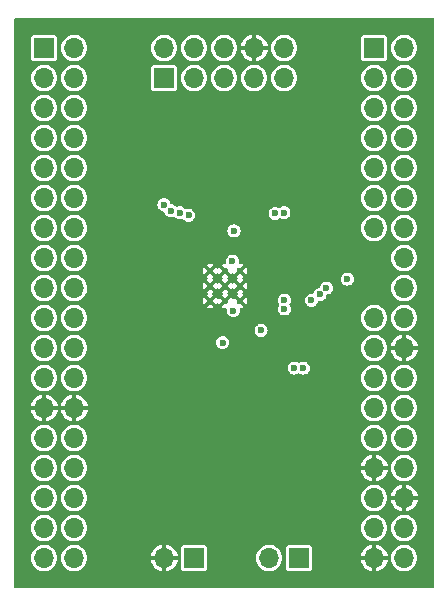
<source format=gbr>
G04 #@! TF.GenerationSoftware,KiCad,Pcbnew,(7.0.0)*
G04 #@! TF.CreationDate,2023-06-23T19:03:52+10:00*
G04 #@! TF.ProjectId,RP2040_minimal,52503230-3430-45f6-9d69-6e696d616c2e,REV1*
G04 #@! TF.SameCoordinates,Original*
G04 #@! TF.FileFunction,Copper,L2,Inr*
G04 #@! TF.FilePolarity,Positive*
%FSLAX46Y46*%
G04 Gerber Fmt 4.6, Leading zero omitted, Abs format (unit mm)*
G04 Created by KiCad (PCBNEW (7.0.0)) date 2023-06-23 19:03:52*
%MOMM*%
%LPD*%
G01*
G04 APERTURE LIST*
G04 #@! TA.AperFunction,ComponentPad*
%ADD10R,1.700000X1.700000*%
G04 #@! TD*
G04 #@! TA.AperFunction,ComponentPad*
%ADD11O,1.700000X1.700000*%
G04 #@! TD*
G04 #@! TA.AperFunction,ComponentPad*
%ADD12C,0.600000*%
G04 #@! TD*
G04 #@! TA.AperFunction,ViaPad*
%ADD13C,0.600000*%
G04 #@! TD*
G04 APERTURE END LIST*
D10*
X166369999Y-121919999D03*
D11*
X163829999Y-121919999D03*
D10*
X154939999Y-81279999D03*
D11*
X154939999Y-78739999D03*
X157479999Y-81279999D03*
X157479999Y-78739999D03*
X160019999Y-81279999D03*
X160019999Y-78739999D03*
X162559999Y-81279999D03*
X162559999Y-78739999D03*
X165099999Y-81279999D03*
X165099999Y-78739999D03*
X175259999Y-121919999D03*
X172719999Y-121919999D03*
X175259999Y-119379999D03*
X172719999Y-119379999D03*
X175259999Y-116839999D03*
X172719999Y-116839999D03*
X175259999Y-114299999D03*
X172719999Y-114299999D03*
X175259999Y-111759999D03*
X172719999Y-111759999D03*
X175259999Y-109219999D03*
X172719999Y-109219999D03*
X175259999Y-106679999D03*
X172719999Y-106679999D03*
X175259999Y-104139999D03*
X172719999Y-104139999D03*
X175259999Y-101599999D03*
X172719999Y-101599999D03*
X175259999Y-99059999D03*
X175259999Y-96519999D03*
X175259999Y-93979999D03*
X172719999Y-93979999D03*
X175259999Y-91439999D03*
X172719999Y-91439999D03*
X175259999Y-88899999D03*
X172719999Y-88899999D03*
X175259999Y-86359999D03*
X172719999Y-86359999D03*
X175259999Y-83819999D03*
X172719999Y-83819999D03*
X175259999Y-81279999D03*
X172719999Y-81279999D03*
X175259999Y-78739999D03*
D10*
X172719999Y-78739999D03*
X144779999Y-78739999D03*
D11*
X147319999Y-78739999D03*
X144779999Y-81279999D03*
X147319999Y-81279999D03*
X144779999Y-83819999D03*
X147319999Y-83819999D03*
X144779999Y-86359999D03*
X147319999Y-86359999D03*
X144779999Y-88899999D03*
X147319999Y-88899999D03*
X144779999Y-91439999D03*
X147319999Y-91439999D03*
X144779999Y-93979999D03*
X147319999Y-93979999D03*
X144779999Y-96519999D03*
X147319999Y-96519999D03*
X144779999Y-99059999D03*
X147319999Y-99059999D03*
X144779999Y-101599999D03*
X147319999Y-101599999D03*
X144779999Y-104139999D03*
X147319999Y-104139999D03*
X144779999Y-106679999D03*
X147319999Y-106679999D03*
X144779999Y-109219999D03*
X147319999Y-109219999D03*
X144779999Y-111759999D03*
X147319999Y-111759999D03*
X144779999Y-114299999D03*
X147319999Y-114299999D03*
X144779999Y-116839999D03*
X147319999Y-116839999D03*
X144779999Y-119379999D03*
X147319999Y-119379999D03*
X144779999Y-121919999D03*
X147319999Y-121919999D03*
D10*
X157479999Y-121919999D03*
D11*
X154939999Y-121919999D03*
D12*
X158821000Y-100157000D03*
X160096000Y-100157000D03*
X161371000Y-100157000D03*
X158821000Y-98882000D03*
X160096000Y-98882000D03*
X161371000Y-98882000D03*
X158821000Y-97607000D03*
X160096000Y-97607000D03*
X161371000Y-97607000D03*
D13*
X162280400Y-105374800D03*
X163144000Y-102631600D03*
X159896000Y-103682006D03*
X166712556Y-105844556D03*
X165943000Y-105837000D03*
X154914400Y-92014400D03*
X155494503Y-92497000D03*
X156238818Y-92674800D03*
X157020140Y-92893396D03*
X165074400Y-92691300D03*
X164326611Y-92741945D03*
X165100000Y-100825503D03*
X165100000Y-100076000D03*
X167386000Y-100092500D03*
X168126022Y-99589978D03*
X168656000Y-99060000D03*
X170434000Y-98298000D03*
X159651500Y-91925500D03*
X157986000Y-85982000D03*
X158886000Y-87482000D03*
X150186000Y-84182000D03*
X150186000Y-87482000D03*
X165586000Y-87482000D03*
X160858000Y-89893500D03*
X168096000Y-97577000D03*
X165586000Y-83782000D03*
X163096000Y-106682000D03*
X158435511Y-117014489D03*
X152716000Y-102530000D03*
X155270000Y-89882000D03*
X159096000Y-107681992D03*
X152096000Y-97682000D03*
X160096000Y-107682000D03*
X160476994Y-91100010D03*
X161596000Y-91099996D03*
X157175000Y-92052500D03*
X164096000Y-106682000D03*
X166954000Y-102784000D03*
X154535511Y-110614489D03*
X156896000Y-87482000D03*
X169544000Y-116233000D03*
X160845500Y-94224200D03*
X160796000Y-100982000D03*
X160695970Y-96782000D03*
G04 #@! TA.AperFunction,Conductor*
G36*
X177750500Y-76213263D02*
G01*
X177786737Y-76249500D01*
X177800000Y-76299000D01*
X177800000Y-124361000D01*
X177786737Y-124410500D01*
X177750500Y-124446737D01*
X177701000Y-124460000D01*
X142339000Y-124460000D01*
X142289500Y-124446737D01*
X142253263Y-124410500D01*
X142240000Y-124361000D01*
X142240000Y-121920000D01*
X143674785Y-121920000D01*
X143675207Y-121924554D01*
X143688961Y-122072994D01*
X143693603Y-122123083D01*
X143694852Y-122127472D01*
X143694853Y-122127478D01*
X143748164Y-122314845D01*
X143748166Y-122314851D01*
X143749418Y-122319250D01*
X143751459Y-122323350D01*
X143751460Y-122323351D01*
X143756166Y-122332803D01*
X143840327Y-122501821D01*
X143843079Y-122505465D01*
X143843082Y-122505470D01*
X143862852Y-122531649D01*
X143963236Y-122664579D01*
X144113959Y-122801981D01*
X144287363Y-122909348D01*
X144291630Y-122911001D01*
X144473274Y-122981370D01*
X144473275Y-122981370D01*
X144477544Y-122983024D01*
X144678024Y-123020500D01*
X144877393Y-123020500D01*
X144881976Y-123020500D01*
X145082456Y-122983024D01*
X145272637Y-122909348D01*
X145446041Y-122801981D01*
X145596764Y-122664579D01*
X145719673Y-122501821D01*
X145810582Y-122319250D01*
X145866397Y-122123083D01*
X145885215Y-121920000D01*
X146214785Y-121920000D01*
X146215207Y-121924554D01*
X146228961Y-122072994D01*
X146233603Y-122123083D01*
X146234852Y-122127472D01*
X146234853Y-122127478D01*
X146288164Y-122314845D01*
X146288166Y-122314851D01*
X146289418Y-122319250D01*
X146291459Y-122323350D01*
X146291460Y-122323351D01*
X146296166Y-122332803D01*
X146380327Y-122501821D01*
X146383079Y-122505465D01*
X146383082Y-122505470D01*
X146402852Y-122531649D01*
X146503236Y-122664579D01*
X146653959Y-122801981D01*
X146827363Y-122909348D01*
X146831630Y-122911001D01*
X147013274Y-122981370D01*
X147013275Y-122981370D01*
X147017544Y-122983024D01*
X147218024Y-123020500D01*
X147417393Y-123020500D01*
X147421976Y-123020500D01*
X147622456Y-122983024D01*
X147812637Y-122909348D01*
X147986041Y-122801981D01*
X148136764Y-122664579D01*
X148259673Y-122501821D01*
X148350582Y-122319250D01*
X148406397Y-122123083D01*
X148410042Y-122083749D01*
X153800247Y-122083749D01*
X153804316Y-122127666D01*
X153805988Y-122136612D01*
X153861809Y-122332803D01*
X153865105Y-122341309D01*
X153956018Y-122523889D01*
X153960823Y-122531649D01*
X154083736Y-122694411D01*
X154089883Y-122701154D01*
X154240619Y-122838569D01*
X154247889Y-122844059D01*
X154421315Y-122951439D01*
X154429472Y-122955501D01*
X154619669Y-123029184D01*
X154628442Y-123031679D01*
X154775661Y-123059199D01*
X154786775Y-123057997D01*
X154790000Y-123047294D01*
X155090000Y-123047294D01*
X155093224Y-123057997D01*
X155104338Y-123059199D01*
X155251557Y-123031679D01*
X155260330Y-123029184D01*
X155450527Y-122955501D01*
X155458684Y-122951439D01*
X155632110Y-122844059D01*
X155639380Y-122838569D01*
X155687530Y-122794674D01*
X156379500Y-122794674D01*
X156380446Y-122799432D01*
X156380447Y-122799437D01*
X156392131Y-122858177D01*
X156392132Y-122858180D01*
X156394034Y-122867740D01*
X156399449Y-122875845D01*
X156399450Y-122875846D01*
X156422939Y-122911001D01*
X156449399Y-122950601D01*
X156532260Y-123005966D01*
X156605326Y-123020500D01*
X158349816Y-123020500D01*
X158354674Y-123020500D01*
X158427740Y-123005966D01*
X158510601Y-122950601D01*
X158565966Y-122867740D01*
X158580500Y-122794674D01*
X158580500Y-121920000D01*
X162724785Y-121920000D01*
X162725207Y-121924554D01*
X162738961Y-122072994D01*
X162743603Y-122123083D01*
X162744852Y-122127472D01*
X162744853Y-122127478D01*
X162798164Y-122314845D01*
X162798166Y-122314851D01*
X162799418Y-122319250D01*
X162801459Y-122323350D01*
X162801460Y-122323351D01*
X162806166Y-122332803D01*
X162890327Y-122501821D01*
X162893079Y-122505465D01*
X162893082Y-122505470D01*
X162912852Y-122531649D01*
X163013236Y-122664579D01*
X163163959Y-122801981D01*
X163337363Y-122909348D01*
X163341630Y-122911001D01*
X163523274Y-122981370D01*
X163523275Y-122981370D01*
X163527544Y-122983024D01*
X163728024Y-123020500D01*
X163927393Y-123020500D01*
X163931976Y-123020500D01*
X164132456Y-122983024D01*
X164322637Y-122909348D01*
X164496041Y-122801981D01*
X164504056Y-122794674D01*
X165269500Y-122794674D01*
X165270446Y-122799432D01*
X165270447Y-122799437D01*
X165282131Y-122858177D01*
X165282132Y-122858180D01*
X165284034Y-122867740D01*
X165289449Y-122875845D01*
X165289450Y-122875846D01*
X165312939Y-122911001D01*
X165339399Y-122950601D01*
X165422260Y-123005966D01*
X165495326Y-123020500D01*
X167239816Y-123020500D01*
X167244674Y-123020500D01*
X167317740Y-123005966D01*
X167400601Y-122950601D01*
X167455966Y-122867740D01*
X167470500Y-122794674D01*
X167470500Y-122083749D01*
X171580247Y-122083749D01*
X171584316Y-122127666D01*
X171585988Y-122136612D01*
X171641809Y-122332803D01*
X171645105Y-122341309D01*
X171736018Y-122523889D01*
X171740823Y-122531649D01*
X171863736Y-122694411D01*
X171869883Y-122701154D01*
X172020619Y-122838569D01*
X172027889Y-122844059D01*
X172201315Y-122951439D01*
X172209472Y-122955501D01*
X172399669Y-123029184D01*
X172408442Y-123031679D01*
X172555661Y-123059199D01*
X172566775Y-123057997D01*
X172570000Y-123047294D01*
X172870000Y-123047294D01*
X172873224Y-123057997D01*
X172884338Y-123059199D01*
X173031557Y-123031679D01*
X173040330Y-123029184D01*
X173230527Y-122955501D01*
X173238684Y-122951439D01*
X173412110Y-122844059D01*
X173419380Y-122838569D01*
X173570116Y-122701154D01*
X173576263Y-122694411D01*
X173699176Y-122531649D01*
X173703981Y-122523889D01*
X173794894Y-122341309D01*
X173798190Y-122332803D01*
X173854011Y-122136612D01*
X173855683Y-122127666D01*
X173859752Y-122083749D01*
X173857742Y-122072994D01*
X173847217Y-122070000D01*
X172883033Y-122070000D01*
X172872754Y-122072754D01*
X172870000Y-122083033D01*
X172870000Y-123047294D01*
X172570000Y-123047294D01*
X172570000Y-122083033D01*
X172567245Y-122072754D01*
X172556967Y-122070000D01*
X171592783Y-122070000D01*
X171582257Y-122072994D01*
X171580247Y-122083749D01*
X167470500Y-122083749D01*
X167470500Y-121920000D01*
X174154785Y-121920000D01*
X174155207Y-121924554D01*
X174168961Y-122072994D01*
X174173603Y-122123083D01*
X174174852Y-122127472D01*
X174174853Y-122127478D01*
X174228164Y-122314845D01*
X174228166Y-122314851D01*
X174229418Y-122319250D01*
X174231459Y-122323350D01*
X174231460Y-122323351D01*
X174236166Y-122332803D01*
X174320327Y-122501821D01*
X174323079Y-122505465D01*
X174323082Y-122505470D01*
X174342852Y-122531649D01*
X174443236Y-122664579D01*
X174593959Y-122801981D01*
X174767363Y-122909348D01*
X174771630Y-122911001D01*
X174953274Y-122981370D01*
X174953275Y-122981370D01*
X174957544Y-122983024D01*
X175158024Y-123020500D01*
X175357393Y-123020500D01*
X175361976Y-123020500D01*
X175562456Y-122983024D01*
X175752637Y-122909348D01*
X175926041Y-122801981D01*
X176076764Y-122664579D01*
X176199673Y-122501821D01*
X176290582Y-122319250D01*
X176346397Y-122123083D01*
X176365215Y-121920000D01*
X176346397Y-121716917D01*
X176290582Y-121520750D01*
X176199673Y-121338179D01*
X176183007Y-121316110D01*
X176152486Y-121275693D01*
X176076764Y-121175421D01*
X175966227Y-121074654D01*
X175929422Y-121041101D01*
X175929420Y-121041100D01*
X175926041Y-121038019D01*
X175752637Y-120930652D01*
X175748374Y-120929000D01*
X175748369Y-120928998D01*
X175566725Y-120858629D01*
X175566717Y-120858626D01*
X175562456Y-120856976D01*
X175557952Y-120856134D01*
X175366482Y-120820342D01*
X175366478Y-120820341D01*
X175361976Y-120819500D01*
X175158024Y-120819500D01*
X175153522Y-120820341D01*
X175153517Y-120820342D01*
X174962047Y-120856134D01*
X174962044Y-120856134D01*
X174957544Y-120856976D01*
X174953285Y-120858625D01*
X174953274Y-120858629D01*
X174771630Y-120928998D01*
X174771621Y-120929002D01*
X174767363Y-120930652D01*
X174763477Y-120933057D01*
X174763473Y-120933060D01*
X174597847Y-121035611D01*
X174597842Y-121035614D01*
X174593959Y-121038019D01*
X174590584Y-121041095D01*
X174590577Y-121041101D01*
X174475961Y-121145588D01*
X174443236Y-121175421D01*
X174440485Y-121179063D01*
X174440483Y-121179066D01*
X174323082Y-121334529D01*
X174323075Y-121334538D01*
X174320327Y-121338179D01*
X174318291Y-121342266D01*
X174318287Y-121342274D01*
X174231460Y-121516648D01*
X174231458Y-121516652D01*
X174229418Y-121520750D01*
X174228167Y-121525144D01*
X174228164Y-121525154D01*
X174174853Y-121712521D01*
X174174851Y-121712529D01*
X174173603Y-121716917D01*
X174173181Y-121721462D01*
X174173181Y-121721467D01*
X174168684Y-121770000D01*
X174154785Y-121920000D01*
X167470500Y-121920000D01*
X167470500Y-121756250D01*
X171580247Y-121756250D01*
X171582257Y-121767005D01*
X171592783Y-121770000D01*
X172556967Y-121770000D01*
X172567245Y-121767245D01*
X172570000Y-121756967D01*
X172870000Y-121756967D01*
X172872754Y-121767245D01*
X172883033Y-121770000D01*
X173847217Y-121770000D01*
X173857742Y-121767005D01*
X173859752Y-121756250D01*
X173855683Y-121712333D01*
X173854011Y-121703387D01*
X173798190Y-121507196D01*
X173794894Y-121498690D01*
X173703981Y-121316110D01*
X173699176Y-121308350D01*
X173576263Y-121145588D01*
X173570116Y-121138845D01*
X173419380Y-121001430D01*
X173412110Y-120995940D01*
X173238684Y-120888560D01*
X173230527Y-120884498D01*
X173040330Y-120810815D01*
X173031557Y-120808320D01*
X172884338Y-120780800D01*
X172873224Y-120782002D01*
X172870000Y-120792706D01*
X172870000Y-121756967D01*
X172570000Y-121756967D01*
X172570000Y-120792706D01*
X172566775Y-120782002D01*
X172555661Y-120780800D01*
X172408442Y-120808320D01*
X172399669Y-120810815D01*
X172209472Y-120884498D01*
X172201315Y-120888560D01*
X172027889Y-120995940D01*
X172020619Y-121001430D01*
X171869883Y-121138845D01*
X171863736Y-121145588D01*
X171740823Y-121308350D01*
X171736018Y-121316110D01*
X171645105Y-121498690D01*
X171641809Y-121507196D01*
X171585988Y-121703387D01*
X171584316Y-121712333D01*
X171580247Y-121756250D01*
X167470500Y-121756250D01*
X167470500Y-121045326D01*
X167455966Y-120972260D01*
X167400601Y-120889399D01*
X167317740Y-120834034D01*
X167308180Y-120832132D01*
X167308177Y-120832131D01*
X167249437Y-120820447D01*
X167249432Y-120820446D01*
X167244674Y-120819500D01*
X165495326Y-120819500D01*
X165490568Y-120820446D01*
X165490562Y-120820447D01*
X165431822Y-120832131D01*
X165431817Y-120832132D01*
X165422260Y-120834034D01*
X165414156Y-120839448D01*
X165414153Y-120839450D01*
X165347508Y-120883980D01*
X165347505Y-120883982D01*
X165339399Y-120889399D01*
X165333982Y-120897505D01*
X165333980Y-120897508D01*
X165289450Y-120964153D01*
X165289448Y-120964156D01*
X165284034Y-120972260D01*
X165282132Y-120981817D01*
X165282131Y-120981822D01*
X165270447Y-121040562D01*
X165270446Y-121040568D01*
X165269500Y-121045326D01*
X165269500Y-122794674D01*
X164504056Y-122794674D01*
X164646764Y-122664579D01*
X164769673Y-122501821D01*
X164860582Y-122319250D01*
X164916397Y-122123083D01*
X164935215Y-121920000D01*
X164916397Y-121716917D01*
X164860582Y-121520750D01*
X164769673Y-121338179D01*
X164753007Y-121316110D01*
X164722486Y-121275693D01*
X164646764Y-121175421D01*
X164536227Y-121074654D01*
X164499422Y-121041101D01*
X164499420Y-121041100D01*
X164496041Y-121038019D01*
X164322637Y-120930652D01*
X164318374Y-120929000D01*
X164318369Y-120928998D01*
X164136725Y-120858629D01*
X164136717Y-120858626D01*
X164132456Y-120856976D01*
X164127952Y-120856134D01*
X163936482Y-120820342D01*
X163936478Y-120820341D01*
X163931976Y-120819500D01*
X163728024Y-120819500D01*
X163723522Y-120820341D01*
X163723517Y-120820342D01*
X163532047Y-120856134D01*
X163532044Y-120856134D01*
X163527544Y-120856976D01*
X163523285Y-120858625D01*
X163523274Y-120858629D01*
X163341630Y-120928998D01*
X163341621Y-120929002D01*
X163337363Y-120930652D01*
X163333477Y-120933057D01*
X163333473Y-120933060D01*
X163167847Y-121035611D01*
X163167842Y-121035614D01*
X163163959Y-121038019D01*
X163160584Y-121041095D01*
X163160577Y-121041101D01*
X163045961Y-121145588D01*
X163013236Y-121175421D01*
X163010485Y-121179063D01*
X163010483Y-121179066D01*
X162893082Y-121334529D01*
X162893075Y-121334538D01*
X162890327Y-121338179D01*
X162888291Y-121342266D01*
X162888287Y-121342274D01*
X162801460Y-121516648D01*
X162801458Y-121516652D01*
X162799418Y-121520750D01*
X162798167Y-121525144D01*
X162798164Y-121525154D01*
X162744853Y-121712521D01*
X162744851Y-121712529D01*
X162743603Y-121716917D01*
X162743181Y-121721462D01*
X162743181Y-121721467D01*
X162738684Y-121770000D01*
X162724785Y-121920000D01*
X158580500Y-121920000D01*
X158580500Y-121045326D01*
X158565966Y-120972260D01*
X158510601Y-120889399D01*
X158427740Y-120834034D01*
X158418180Y-120832132D01*
X158418177Y-120832131D01*
X158359437Y-120820447D01*
X158359432Y-120820446D01*
X158354674Y-120819500D01*
X156605326Y-120819500D01*
X156600568Y-120820446D01*
X156600562Y-120820447D01*
X156541822Y-120832131D01*
X156541817Y-120832132D01*
X156532260Y-120834034D01*
X156524156Y-120839448D01*
X156524153Y-120839450D01*
X156457508Y-120883980D01*
X156457505Y-120883982D01*
X156449399Y-120889399D01*
X156443982Y-120897505D01*
X156443980Y-120897508D01*
X156399450Y-120964153D01*
X156399448Y-120964156D01*
X156394034Y-120972260D01*
X156392132Y-120981817D01*
X156392131Y-120981822D01*
X156380447Y-121040562D01*
X156380446Y-121040568D01*
X156379500Y-121045326D01*
X156379500Y-122794674D01*
X155687530Y-122794674D01*
X155790116Y-122701154D01*
X155796263Y-122694411D01*
X155919176Y-122531649D01*
X155923981Y-122523889D01*
X156014894Y-122341309D01*
X156018190Y-122332803D01*
X156074011Y-122136612D01*
X156075683Y-122127666D01*
X156079752Y-122083749D01*
X156077742Y-122072994D01*
X156067217Y-122070000D01*
X155103033Y-122070000D01*
X155092754Y-122072754D01*
X155090000Y-122083033D01*
X155090000Y-123047294D01*
X154790000Y-123047294D01*
X154790000Y-122083033D01*
X154787245Y-122072754D01*
X154776967Y-122070000D01*
X153812783Y-122070000D01*
X153802257Y-122072994D01*
X153800247Y-122083749D01*
X148410042Y-122083749D01*
X148425215Y-121920000D01*
X148410042Y-121756250D01*
X153800247Y-121756250D01*
X153802257Y-121767005D01*
X153812783Y-121770000D01*
X154776967Y-121770000D01*
X154787245Y-121767245D01*
X154790000Y-121756967D01*
X155090000Y-121756967D01*
X155092754Y-121767245D01*
X155103033Y-121770000D01*
X156067217Y-121770000D01*
X156077742Y-121767005D01*
X156079752Y-121756250D01*
X156075683Y-121712333D01*
X156074011Y-121703387D01*
X156018190Y-121507196D01*
X156014894Y-121498690D01*
X155923981Y-121316110D01*
X155919176Y-121308350D01*
X155796263Y-121145588D01*
X155790116Y-121138845D01*
X155639380Y-121001430D01*
X155632110Y-120995940D01*
X155458684Y-120888560D01*
X155450527Y-120884498D01*
X155260330Y-120810815D01*
X155251557Y-120808320D01*
X155104338Y-120780800D01*
X155093224Y-120782002D01*
X155090000Y-120792706D01*
X155090000Y-121756967D01*
X154790000Y-121756967D01*
X154790000Y-120792706D01*
X154786775Y-120782002D01*
X154775661Y-120780800D01*
X154628442Y-120808320D01*
X154619669Y-120810815D01*
X154429472Y-120884498D01*
X154421315Y-120888560D01*
X154247889Y-120995940D01*
X154240619Y-121001430D01*
X154089883Y-121138845D01*
X154083736Y-121145588D01*
X153960823Y-121308350D01*
X153956018Y-121316110D01*
X153865105Y-121498690D01*
X153861809Y-121507196D01*
X153805988Y-121703387D01*
X153804316Y-121712333D01*
X153800247Y-121756250D01*
X148410042Y-121756250D01*
X148406397Y-121716917D01*
X148350582Y-121520750D01*
X148259673Y-121338179D01*
X148243007Y-121316110D01*
X148212486Y-121275693D01*
X148136764Y-121175421D01*
X148026227Y-121074654D01*
X147989422Y-121041101D01*
X147989420Y-121041100D01*
X147986041Y-121038019D01*
X147812637Y-120930652D01*
X147808374Y-120929000D01*
X147808369Y-120928998D01*
X147626725Y-120858629D01*
X147626717Y-120858626D01*
X147622456Y-120856976D01*
X147617952Y-120856134D01*
X147426482Y-120820342D01*
X147426478Y-120820341D01*
X147421976Y-120819500D01*
X147218024Y-120819500D01*
X147213522Y-120820341D01*
X147213517Y-120820342D01*
X147022047Y-120856134D01*
X147022044Y-120856134D01*
X147017544Y-120856976D01*
X147013285Y-120858625D01*
X147013274Y-120858629D01*
X146831630Y-120928998D01*
X146831621Y-120929002D01*
X146827363Y-120930652D01*
X146823477Y-120933057D01*
X146823473Y-120933060D01*
X146657847Y-121035611D01*
X146657842Y-121035614D01*
X146653959Y-121038019D01*
X146650584Y-121041095D01*
X146650577Y-121041101D01*
X146535961Y-121145588D01*
X146503236Y-121175421D01*
X146500485Y-121179063D01*
X146500483Y-121179066D01*
X146383082Y-121334529D01*
X146383075Y-121334538D01*
X146380327Y-121338179D01*
X146378291Y-121342266D01*
X146378287Y-121342274D01*
X146291460Y-121516648D01*
X146291458Y-121516652D01*
X146289418Y-121520750D01*
X146288167Y-121525144D01*
X146288164Y-121525154D01*
X146234853Y-121712521D01*
X146234851Y-121712529D01*
X146233603Y-121716917D01*
X146233181Y-121721462D01*
X146233181Y-121721467D01*
X146228684Y-121770000D01*
X146214785Y-121920000D01*
X145885215Y-121920000D01*
X145866397Y-121716917D01*
X145810582Y-121520750D01*
X145719673Y-121338179D01*
X145703007Y-121316110D01*
X145672486Y-121275693D01*
X145596764Y-121175421D01*
X145486227Y-121074654D01*
X145449422Y-121041101D01*
X145449420Y-121041100D01*
X145446041Y-121038019D01*
X145272637Y-120930652D01*
X145268374Y-120929000D01*
X145268369Y-120928998D01*
X145086725Y-120858629D01*
X145086717Y-120858626D01*
X145082456Y-120856976D01*
X145077952Y-120856134D01*
X144886482Y-120820342D01*
X144886478Y-120820341D01*
X144881976Y-120819500D01*
X144678024Y-120819500D01*
X144673522Y-120820341D01*
X144673517Y-120820342D01*
X144482047Y-120856134D01*
X144482044Y-120856134D01*
X144477544Y-120856976D01*
X144473285Y-120858625D01*
X144473274Y-120858629D01*
X144291630Y-120928998D01*
X144291621Y-120929002D01*
X144287363Y-120930652D01*
X144283477Y-120933057D01*
X144283473Y-120933060D01*
X144117847Y-121035611D01*
X144117842Y-121035614D01*
X144113959Y-121038019D01*
X144110584Y-121041095D01*
X144110577Y-121041101D01*
X143995961Y-121145588D01*
X143963236Y-121175421D01*
X143960485Y-121179063D01*
X143960483Y-121179066D01*
X143843082Y-121334529D01*
X143843075Y-121334538D01*
X143840327Y-121338179D01*
X143838291Y-121342266D01*
X143838287Y-121342274D01*
X143751460Y-121516648D01*
X143751458Y-121516652D01*
X143749418Y-121520750D01*
X143748167Y-121525144D01*
X143748164Y-121525154D01*
X143694853Y-121712521D01*
X143694851Y-121712529D01*
X143693603Y-121716917D01*
X143693181Y-121721462D01*
X143693181Y-121721467D01*
X143688684Y-121770000D01*
X143674785Y-121920000D01*
X142240000Y-121920000D01*
X142240000Y-119380000D01*
X143674785Y-119380000D01*
X143693603Y-119583083D01*
X143694852Y-119587472D01*
X143694853Y-119587478D01*
X143748164Y-119774845D01*
X143748166Y-119774851D01*
X143749418Y-119779250D01*
X143840327Y-119961821D01*
X143843079Y-119965465D01*
X143843082Y-119965470D01*
X143918682Y-120065580D01*
X143963236Y-120124579D01*
X144113959Y-120261981D01*
X144287363Y-120369348D01*
X144291630Y-120371001D01*
X144473274Y-120441370D01*
X144473275Y-120441370D01*
X144477544Y-120443024D01*
X144678024Y-120480500D01*
X144877393Y-120480500D01*
X144881976Y-120480500D01*
X145082456Y-120443024D01*
X145272637Y-120369348D01*
X145446041Y-120261981D01*
X145596764Y-120124579D01*
X145719673Y-119961821D01*
X145810582Y-119779250D01*
X145866397Y-119583083D01*
X145885215Y-119380000D01*
X146214785Y-119380000D01*
X146233603Y-119583083D01*
X146234852Y-119587472D01*
X146234853Y-119587478D01*
X146288164Y-119774845D01*
X146288166Y-119774851D01*
X146289418Y-119779250D01*
X146380327Y-119961821D01*
X146383079Y-119965465D01*
X146383082Y-119965470D01*
X146458682Y-120065580D01*
X146503236Y-120124579D01*
X146653959Y-120261981D01*
X146827363Y-120369348D01*
X146831630Y-120371001D01*
X147013274Y-120441370D01*
X147013275Y-120441370D01*
X147017544Y-120443024D01*
X147218024Y-120480500D01*
X147417393Y-120480500D01*
X147421976Y-120480500D01*
X147622456Y-120443024D01*
X147812637Y-120369348D01*
X147986041Y-120261981D01*
X148136764Y-120124579D01*
X148259673Y-119961821D01*
X148350582Y-119779250D01*
X148406397Y-119583083D01*
X148425215Y-119380000D01*
X171614785Y-119380000D01*
X171633603Y-119583083D01*
X171634852Y-119587472D01*
X171634853Y-119587478D01*
X171688164Y-119774845D01*
X171688166Y-119774851D01*
X171689418Y-119779250D01*
X171780327Y-119961821D01*
X171783079Y-119965465D01*
X171783082Y-119965470D01*
X171858682Y-120065580D01*
X171903236Y-120124579D01*
X172053959Y-120261981D01*
X172227363Y-120369348D01*
X172231630Y-120371001D01*
X172413274Y-120441370D01*
X172413275Y-120441370D01*
X172417544Y-120443024D01*
X172618024Y-120480500D01*
X172817393Y-120480500D01*
X172821976Y-120480500D01*
X173022456Y-120443024D01*
X173212637Y-120369348D01*
X173386041Y-120261981D01*
X173536764Y-120124579D01*
X173659673Y-119961821D01*
X173750582Y-119779250D01*
X173806397Y-119583083D01*
X173825215Y-119380000D01*
X174154785Y-119380000D01*
X174173603Y-119583083D01*
X174174852Y-119587472D01*
X174174853Y-119587478D01*
X174228164Y-119774845D01*
X174228166Y-119774851D01*
X174229418Y-119779250D01*
X174320327Y-119961821D01*
X174323079Y-119965465D01*
X174323082Y-119965470D01*
X174398682Y-120065580D01*
X174443236Y-120124579D01*
X174593959Y-120261981D01*
X174767363Y-120369348D01*
X174771630Y-120371001D01*
X174953274Y-120441370D01*
X174953275Y-120441370D01*
X174957544Y-120443024D01*
X175158024Y-120480500D01*
X175357393Y-120480500D01*
X175361976Y-120480500D01*
X175562456Y-120443024D01*
X175752637Y-120369348D01*
X175926041Y-120261981D01*
X176076764Y-120124579D01*
X176199673Y-119961821D01*
X176290582Y-119779250D01*
X176346397Y-119583083D01*
X176365215Y-119380000D01*
X176346397Y-119176917D01*
X176290582Y-118980750D01*
X176199673Y-118798179D01*
X176076764Y-118635421D01*
X175926041Y-118498019D01*
X175752637Y-118390652D01*
X175748374Y-118389000D01*
X175748369Y-118388998D01*
X175566725Y-118318629D01*
X175566717Y-118318626D01*
X175562456Y-118316976D01*
X175557952Y-118316134D01*
X175366482Y-118280342D01*
X175366478Y-118280341D01*
X175361976Y-118279500D01*
X175158024Y-118279500D01*
X175153522Y-118280341D01*
X175153517Y-118280342D01*
X174962047Y-118316134D01*
X174962044Y-118316134D01*
X174957544Y-118316976D01*
X174953285Y-118318625D01*
X174953274Y-118318629D01*
X174771630Y-118388998D01*
X174771621Y-118389002D01*
X174767363Y-118390652D01*
X174763477Y-118393057D01*
X174763473Y-118393060D01*
X174597847Y-118495611D01*
X174597842Y-118495614D01*
X174593959Y-118498019D01*
X174590584Y-118501095D01*
X174590577Y-118501101D01*
X174446612Y-118632343D01*
X174443236Y-118635421D01*
X174440485Y-118639063D01*
X174440483Y-118639066D01*
X174323082Y-118794529D01*
X174323075Y-118794538D01*
X174320327Y-118798179D01*
X174318291Y-118802266D01*
X174318287Y-118802274D01*
X174231460Y-118976648D01*
X174231458Y-118976652D01*
X174229418Y-118980750D01*
X174228167Y-118985144D01*
X174228164Y-118985154D01*
X174174853Y-119172521D01*
X174174851Y-119172529D01*
X174173603Y-119176917D01*
X174154785Y-119380000D01*
X173825215Y-119380000D01*
X173806397Y-119176917D01*
X173750582Y-118980750D01*
X173659673Y-118798179D01*
X173536764Y-118635421D01*
X173386041Y-118498019D01*
X173212637Y-118390652D01*
X173208374Y-118389000D01*
X173208369Y-118388998D01*
X173026725Y-118318629D01*
X173026717Y-118318626D01*
X173022456Y-118316976D01*
X173017952Y-118316134D01*
X172826482Y-118280342D01*
X172826478Y-118280341D01*
X172821976Y-118279500D01*
X172618024Y-118279500D01*
X172613522Y-118280341D01*
X172613517Y-118280342D01*
X172422047Y-118316134D01*
X172422044Y-118316134D01*
X172417544Y-118316976D01*
X172413285Y-118318625D01*
X172413274Y-118318629D01*
X172231630Y-118388998D01*
X172231621Y-118389002D01*
X172227363Y-118390652D01*
X172223477Y-118393057D01*
X172223473Y-118393060D01*
X172057847Y-118495611D01*
X172057842Y-118495614D01*
X172053959Y-118498019D01*
X172050584Y-118501095D01*
X172050577Y-118501101D01*
X171906612Y-118632343D01*
X171903236Y-118635421D01*
X171900485Y-118639063D01*
X171900483Y-118639066D01*
X171783082Y-118794529D01*
X171783075Y-118794538D01*
X171780327Y-118798179D01*
X171778291Y-118802266D01*
X171778287Y-118802274D01*
X171691460Y-118976648D01*
X171691458Y-118976652D01*
X171689418Y-118980750D01*
X171688167Y-118985144D01*
X171688164Y-118985154D01*
X171634853Y-119172521D01*
X171634851Y-119172529D01*
X171633603Y-119176917D01*
X171614785Y-119380000D01*
X148425215Y-119380000D01*
X148406397Y-119176917D01*
X148350582Y-118980750D01*
X148259673Y-118798179D01*
X148136764Y-118635421D01*
X147986041Y-118498019D01*
X147812637Y-118390652D01*
X147808374Y-118389000D01*
X147808369Y-118388998D01*
X147626725Y-118318629D01*
X147626717Y-118318626D01*
X147622456Y-118316976D01*
X147617952Y-118316134D01*
X147426482Y-118280342D01*
X147426478Y-118280341D01*
X147421976Y-118279500D01*
X147218024Y-118279500D01*
X147213522Y-118280341D01*
X147213517Y-118280342D01*
X147022047Y-118316134D01*
X147022044Y-118316134D01*
X147017544Y-118316976D01*
X147013285Y-118318625D01*
X147013274Y-118318629D01*
X146831630Y-118388998D01*
X146831621Y-118389002D01*
X146827363Y-118390652D01*
X146823477Y-118393057D01*
X146823473Y-118393060D01*
X146657847Y-118495611D01*
X146657842Y-118495614D01*
X146653959Y-118498019D01*
X146650584Y-118501095D01*
X146650577Y-118501101D01*
X146506612Y-118632343D01*
X146503236Y-118635421D01*
X146500485Y-118639063D01*
X146500483Y-118639066D01*
X146383082Y-118794529D01*
X146383075Y-118794538D01*
X146380327Y-118798179D01*
X146378291Y-118802266D01*
X146378287Y-118802274D01*
X146291460Y-118976648D01*
X146291458Y-118976652D01*
X146289418Y-118980750D01*
X146288167Y-118985144D01*
X146288164Y-118985154D01*
X146234853Y-119172521D01*
X146234851Y-119172529D01*
X146233603Y-119176917D01*
X146214785Y-119380000D01*
X145885215Y-119380000D01*
X145866397Y-119176917D01*
X145810582Y-118980750D01*
X145719673Y-118798179D01*
X145596764Y-118635421D01*
X145446041Y-118498019D01*
X145272637Y-118390652D01*
X145268374Y-118389000D01*
X145268369Y-118388998D01*
X145086725Y-118318629D01*
X145086717Y-118318626D01*
X145082456Y-118316976D01*
X145077952Y-118316134D01*
X144886482Y-118280342D01*
X144886478Y-118280341D01*
X144881976Y-118279500D01*
X144678024Y-118279500D01*
X144673522Y-118280341D01*
X144673517Y-118280342D01*
X144482047Y-118316134D01*
X144482044Y-118316134D01*
X144477544Y-118316976D01*
X144473285Y-118318625D01*
X144473274Y-118318629D01*
X144291630Y-118388998D01*
X144291621Y-118389002D01*
X144287363Y-118390652D01*
X144283477Y-118393057D01*
X144283473Y-118393060D01*
X144117847Y-118495611D01*
X144117842Y-118495614D01*
X144113959Y-118498019D01*
X144110584Y-118501095D01*
X144110577Y-118501101D01*
X143966612Y-118632343D01*
X143963236Y-118635421D01*
X143960485Y-118639063D01*
X143960483Y-118639066D01*
X143843082Y-118794529D01*
X143843075Y-118794538D01*
X143840327Y-118798179D01*
X143838291Y-118802266D01*
X143838287Y-118802274D01*
X143751460Y-118976648D01*
X143751458Y-118976652D01*
X143749418Y-118980750D01*
X143748167Y-118985144D01*
X143748164Y-118985154D01*
X143694853Y-119172521D01*
X143694851Y-119172529D01*
X143693603Y-119176917D01*
X143674785Y-119380000D01*
X142240000Y-119380000D01*
X142240000Y-116840000D01*
X143674785Y-116840000D01*
X143675207Y-116844554D01*
X143688961Y-116992994D01*
X143693603Y-117043083D01*
X143694852Y-117047472D01*
X143694853Y-117047478D01*
X143748164Y-117234845D01*
X143748166Y-117234851D01*
X143749418Y-117239250D01*
X143751459Y-117243350D01*
X143751460Y-117243351D01*
X143756166Y-117252803D01*
X143840327Y-117421821D01*
X143843079Y-117425465D01*
X143843082Y-117425470D01*
X143862852Y-117451649D01*
X143963236Y-117584579D01*
X144113959Y-117721981D01*
X144287363Y-117829348D01*
X144291630Y-117831001D01*
X144473274Y-117901370D01*
X144473275Y-117901370D01*
X144477544Y-117903024D01*
X144678024Y-117940500D01*
X144877393Y-117940500D01*
X144881976Y-117940500D01*
X145082456Y-117903024D01*
X145272637Y-117829348D01*
X145446041Y-117721981D01*
X145596764Y-117584579D01*
X145719673Y-117421821D01*
X145810582Y-117239250D01*
X145866397Y-117043083D01*
X145885215Y-116840000D01*
X146214785Y-116840000D01*
X146215207Y-116844554D01*
X146228961Y-116992994D01*
X146233603Y-117043083D01*
X146234852Y-117047472D01*
X146234853Y-117047478D01*
X146288164Y-117234845D01*
X146288166Y-117234851D01*
X146289418Y-117239250D01*
X146291459Y-117243350D01*
X146291460Y-117243351D01*
X146296166Y-117252803D01*
X146380327Y-117421821D01*
X146383079Y-117425465D01*
X146383082Y-117425470D01*
X146402852Y-117451649D01*
X146503236Y-117584579D01*
X146653959Y-117721981D01*
X146827363Y-117829348D01*
X146831630Y-117831001D01*
X147013274Y-117901370D01*
X147013275Y-117901370D01*
X147017544Y-117903024D01*
X147218024Y-117940500D01*
X147417393Y-117940500D01*
X147421976Y-117940500D01*
X147622456Y-117903024D01*
X147812637Y-117829348D01*
X147986041Y-117721981D01*
X148136764Y-117584579D01*
X148259673Y-117421821D01*
X148350582Y-117239250D01*
X148406397Y-117043083D01*
X148425215Y-116840000D01*
X171614785Y-116840000D01*
X171615207Y-116844554D01*
X171628961Y-116992994D01*
X171633603Y-117043083D01*
X171634852Y-117047472D01*
X171634853Y-117047478D01*
X171688164Y-117234845D01*
X171688166Y-117234851D01*
X171689418Y-117239250D01*
X171691459Y-117243350D01*
X171691460Y-117243351D01*
X171696166Y-117252803D01*
X171780327Y-117421821D01*
X171783079Y-117425465D01*
X171783082Y-117425470D01*
X171802852Y-117451649D01*
X171903236Y-117584579D01*
X172053959Y-117721981D01*
X172227363Y-117829348D01*
X172231630Y-117831001D01*
X172413274Y-117901370D01*
X172413275Y-117901370D01*
X172417544Y-117903024D01*
X172618024Y-117940500D01*
X172817393Y-117940500D01*
X172821976Y-117940500D01*
X173022456Y-117903024D01*
X173212637Y-117829348D01*
X173386041Y-117721981D01*
X173536764Y-117584579D01*
X173659673Y-117421821D01*
X173750582Y-117239250D01*
X173806397Y-117043083D01*
X173810042Y-117003749D01*
X174120247Y-117003749D01*
X174124316Y-117047666D01*
X174125988Y-117056612D01*
X174181809Y-117252803D01*
X174185105Y-117261309D01*
X174276018Y-117443889D01*
X174280823Y-117451649D01*
X174403736Y-117614411D01*
X174409883Y-117621154D01*
X174560619Y-117758569D01*
X174567889Y-117764059D01*
X174741315Y-117871439D01*
X174749472Y-117875501D01*
X174939669Y-117949184D01*
X174948442Y-117951679D01*
X175095661Y-117979199D01*
X175106775Y-117977997D01*
X175110000Y-117967294D01*
X175410000Y-117967294D01*
X175413224Y-117977997D01*
X175424338Y-117979199D01*
X175571557Y-117951679D01*
X175580330Y-117949184D01*
X175770527Y-117875501D01*
X175778684Y-117871439D01*
X175952110Y-117764059D01*
X175959380Y-117758569D01*
X176110116Y-117621154D01*
X176116263Y-117614411D01*
X176239176Y-117451649D01*
X176243981Y-117443889D01*
X176334894Y-117261309D01*
X176338190Y-117252803D01*
X176394011Y-117056612D01*
X176395683Y-117047666D01*
X176399752Y-117003749D01*
X176397742Y-116992994D01*
X176387217Y-116990000D01*
X175423033Y-116990000D01*
X175412754Y-116992754D01*
X175410000Y-117003033D01*
X175410000Y-117967294D01*
X175110000Y-117967294D01*
X175110000Y-117003033D01*
X175107245Y-116992754D01*
X175096967Y-116990000D01*
X174132783Y-116990000D01*
X174122257Y-116992994D01*
X174120247Y-117003749D01*
X173810042Y-117003749D01*
X173825215Y-116840000D01*
X173810042Y-116676250D01*
X174120247Y-116676250D01*
X174122257Y-116687005D01*
X174132783Y-116690000D01*
X175096967Y-116690000D01*
X175107245Y-116687245D01*
X175110000Y-116676967D01*
X175410000Y-116676967D01*
X175412754Y-116687245D01*
X175423033Y-116690000D01*
X176387217Y-116690000D01*
X176397742Y-116687005D01*
X176399752Y-116676250D01*
X176395683Y-116632333D01*
X176394011Y-116623387D01*
X176338190Y-116427196D01*
X176334894Y-116418690D01*
X176243981Y-116236110D01*
X176239176Y-116228350D01*
X176116263Y-116065588D01*
X176110116Y-116058845D01*
X175959380Y-115921430D01*
X175952110Y-115915940D01*
X175778684Y-115808560D01*
X175770527Y-115804498D01*
X175580330Y-115730815D01*
X175571557Y-115728320D01*
X175424338Y-115700800D01*
X175413224Y-115702002D01*
X175410000Y-115712706D01*
X175410000Y-116676967D01*
X175110000Y-116676967D01*
X175110000Y-115712706D01*
X175106775Y-115702002D01*
X175095661Y-115700800D01*
X174948442Y-115728320D01*
X174939669Y-115730815D01*
X174749472Y-115804498D01*
X174741315Y-115808560D01*
X174567889Y-115915940D01*
X174560619Y-115921430D01*
X174409883Y-116058845D01*
X174403736Y-116065588D01*
X174280823Y-116228350D01*
X174276018Y-116236110D01*
X174185105Y-116418690D01*
X174181809Y-116427196D01*
X174125988Y-116623387D01*
X174124316Y-116632333D01*
X174120247Y-116676250D01*
X173810042Y-116676250D01*
X173806397Y-116636917D01*
X173750582Y-116440750D01*
X173659673Y-116258179D01*
X173643007Y-116236110D01*
X173612486Y-116195693D01*
X173536764Y-116095421D01*
X173386041Y-115958019D01*
X173212637Y-115850652D01*
X173208374Y-115849000D01*
X173208369Y-115848998D01*
X173026725Y-115778629D01*
X173026717Y-115778626D01*
X173022456Y-115776976D01*
X173017952Y-115776134D01*
X172826482Y-115740342D01*
X172826478Y-115740341D01*
X172821976Y-115739500D01*
X172618024Y-115739500D01*
X172613522Y-115740341D01*
X172613517Y-115740342D01*
X172422047Y-115776134D01*
X172422044Y-115776134D01*
X172417544Y-115776976D01*
X172413285Y-115778625D01*
X172413274Y-115778629D01*
X172231630Y-115848998D01*
X172231621Y-115849002D01*
X172227363Y-115850652D01*
X172223477Y-115853057D01*
X172223473Y-115853060D01*
X172057847Y-115955611D01*
X172057842Y-115955614D01*
X172053959Y-115958019D01*
X172050584Y-115961095D01*
X172050577Y-115961101D01*
X171935961Y-116065588D01*
X171903236Y-116095421D01*
X171900485Y-116099063D01*
X171900483Y-116099066D01*
X171783082Y-116254529D01*
X171783075Y-116254538D01*
X171780327Y-116258179D01*
X171778291Y-116262266D01*
X171778287Y-116262274D01*
X171691460Y-116436648D01*
X171691458Y-116436652D01*
X171689418Y-116440750D01*
X171688167Y-116445144D01*
X171688164Y-116445154D01*
X171634853Y-116632521D01*
X171634851Y-116632529D01*
X171633603Y-116636917D01*
X171633181Y-116641462D01*
X171633181Y-116641467D01*
X171628684Y-116690000D01*
X171614785Y-116840000D01*
X148425215Y-116840000D01*
X148406397Y-116636917D01*
X148350582Y-116440750D01*
X148259673Y-116258179D01*
X148243007Y-116236110D01*
X148212486Y-116195693D01*
X148136764Y-116095421D01*
X147986041Y-115958019D01*
X147812637Y-115850652D01*
X147808374Y-115849000D01*
X147808369Y-115848998D01*
X147626725Y-115778629D01*
X147626717Y-115778626D01*
X147622456Y-115776976D01*
X147617952Y-115776134D01*
X147426482Y-115740342D01*
X147426478Y-115740341D01*
X147421976Y-115739500D01*
X147218024Y-115739500D01*
X147213522Y-115740341D01*
X147213517Y-115740342D01*
X147022047Y-115776134D01*
X147022044Y-115776134D01*
X147017544Y-115776976D01*
X147013285Y-115778625D01*
X147013274Y-115778629D01*
X146831630Y-115848998D01*
X146831621Y-115849002D01*
X146827363Y-115850652D01*
X146823477Y-115853057D01*
X146823473Y-115853060D01*
X146657847Y-115955611D01*
X146657842Y-115955614D01*
X146653959Y-115958019D01*
X146650584Y-115961095D01*
X146650577Y-115961101D01*
X146535961Y-116065588D01*
X146503236Y-116095421D01*
X146500485Y-116099063D01*
X146500483Y-116099066D01*
X146383082Y-116254529D01*
X146383075Y-116254538D01*
X146380327Y-116258179D01*
X146378291Y-116262266D01*
X146378287Y-116262274D01*
X146291460Y-116436648D01*
X146291458Y-116436652D01*
X146289418Y-116440750D01*
X146288167Y-116445144D01*
X146288164Y-116445154D01*
X146234853Y-116632521D01*
X146234851Y-116632529D01*
X146233603Y-116636917D01*
X146233181Y-116641462D01*
X146233181Y-116641467D01*
X146228684Y-116690000D01*
X146214785Y-116840000D01*
X145885215Y-116840000D01*
X145866397Y-116636917D01*
X145810582Y-116440750D01*
X145719673Y-116258179D01*
X145703007Y-116236110D01*
X145672486Y-116195693D01*
X145596764Y-116095421D01*
X145446041Y-115958019D01*
X145272637Y-115850652D01*
X145268374Y-115849000D01*
X145268369Y-115848998D01*
X145086725Y-115778629D01*
X145086717Y-115778626D01*
X145082456Y-115776976D01*
X145077952Y-115776134D01*
X144886482Y-115740342D01*
X144886478Y-115740341D01*
X144881976Y-115739500D01*
X144678024Y-115739500D01*
X144673522Y-115740341D01*
X144673517Y-115740342D01*
X144482047Y-115776134D01*
X144482044Y-115776134D01*
X144477544Y-115776976D01*
X144473285Y-115778625D01*
X144473274Y-115778629D01*
X144291630Y-115848998D01*
X144291621Y-115849002D01*
X144287363Y-115850652D01*
X144283477Y-115853057D01*
X144283473Y-115853060D01*
X144117847Y-115955611D01*
X144117842Y-115955614D01*
X144113959Y-115958019D01*
X144110584Y-115961095D01*
X144110577Y-115961101D01*
X143995961Y-116065588D01*
X143963236Y-116095421D01*
X143960485Y-116099063D01*
X143960483Y-116099066D01*
X143843082Y-116254529D01*
X143843075Y-116254538D01*
X143840327Y-116258179D01*
X143838291Y-116262266D01*
X143838287Y-116262274D01*
X143751460Y-116436648D01*
X143751458Y-116436652D01*
X143749418Y-116440750D01*
X143748167Y-116445144D01*
X143748164Y-116445154D01*
X143694853Y-116632521D01*
X143694851Y-116632529D01*
X143693603Y-116636917D01*
X143693181Y-116641462D01*
X143693181Y-116641467D01*
X143688684Y-116690000D01*
X143674785Y-116840000D01*
X142240000Y-116840000D01*
X142240000Y-114300000D01*
X143674785Y-114300000D01*
X143675207Y-114304554D01*
X143688961Y-114452994D01*
X143693603Y-114503083D01*
X143694852Y-114507472D01*
X143694853Y-114507478D01*
X143748164Y-114694845D01*
X143748166Y-114694851D01*
X143749418Y-114699250D01*
X143751459Y-114703350D01*
X143751460Y-114703351D01*
X143756166Y-114712803D01*
X143840327Y-114881821D01*
X143843079Y-114885465D01*
X143843082Y-114885470D01*
X143862852Y-114911649D01*
X143963236Y-115044579D01*
X144113959Y-115181981D01*
X144287363Y-115289348D01*
X144291630Y-115291001D01*
X144473274Y-115361370D01*
X144473275Y-115361370D01*
X144477544Y-115363024D01*
X144678024Y-115400500D01*
X144877393Y-115400500D01*
X144881976Y-115400500D01*
X145082456Y-115363024D01*
X145272637Y-115289348D01*
X145446041Y-115181981D01*
X145596764Y-115044579D01*
X145719673Y-114881821D01*
X145810582Y-114699250D01*
X145866397Y-114503083D01*
X145885215Y-114300000D01*
X146214785Y-114300000D01*
X146215207Y-114304554D01*
X146228961Y-114452994D01*
X146233603Y-114503083D01*
X146234852Y-114507472D01*
X146234853Y-114507478D01*
X146288164Y-114694845D01*
X146288166Y-114694851D01*
X146289418Y-114699250D01*
X146291459Y-114703350D01*
X146291460Y-114703351D01*
X146296166Y-114712803D01*
X146380327Y-114881821D01*
X146383079Y-114885465D01*
X146383082Y-114885470D01*
X146402852Y-114911649D01*
X146503236Y-115044579D01*
X146653959Y-115181981D01*
X146827363Y-115289348D01*
X146831630Y-115291001D01*
X147013274Y-115361370D01*
X147013275Y-115361370D01*
X147017544Y-115363024D01*
X147218024Y-115400500D01*
X147417393Y-115400500D01*
X147421976Y-115400500D01*
X147622456Y-115363024D01*
X147812637Y-115289348D01*
X147986041Y-115181981D01*
X148136764Y-115044579D01*
X148259673Y-114881821D01*
X148350582Y-114699250D01*
X148406397Y-114503083D01*
X148410042Y-114463749D01*
X171580247Y-114463749D01*
X171584316Y-114507666D01*
X171585988Y-114516612D01*
X171641809Y-114712803D01*
X171645105Y-114721309D01*
X171736018Y-114903889D01*
X171740823Y-114911649D01*
X171863736Y-115074411D01*
X171869883Y-115081154D01*
X172020619Y-115218569D01*
X172027889Y-115224059D01*
X172201315Y-115331439D01*
X172209472Y-115335501D01*
X172399669Y-115409184D01*
X172408442Y-115411679D01*
X172555661Y-115439199D01*
X172566775Y-115437997D01*
X172570000Y-115427294D01*
X172870000Y-115427294D01*
X172873224Y-115437997D01*
X172884338Y-115439199D01*
X173031557Y-115411679D01*
X173040330Y-115409184D01*
X173230527Y-115335501D01*
X173238684Y-115331439D01*
X173412110Y-115224059D01*
X173419380Y-115218569D01*
X173570116Y-115081154D01*
X173576263Y-115074411D01*
X173699176Y-114911649D01*
X173703981Y-114903889D01*
X173794894Y-114721309D01*
X173798190Y-114712803D01*
X173854011Y-114516612D01*
X173855683Y-114507666D01*
X173859752Y-114463749D01*
X173857742Y-114452994D01*
X173847217Y-114450000D01*
X172883033Y-114450000D01*
X172872754Y-114452754D01*
X172870000Y-114463033D01*
X172870000Y-115427294D01*
X172570000Y-115427294D01*
X172570000Y-114463033D01*
X172567245Y-114452754D01*
X172556967Y-114450000D01*
X171592783Y-114450000D01*
X171582257Y-114452994D01*
X171580247Y-114463749D01*
X148410042Y-114463749D01*
X148425215Y-114300000D01*
X174154785Y-114300000D01*
X174155207Y-114304554D01*
X174168961Y-114452994D01*
X174173603Y-114503083D01*
X174174852Y-114507472D01*
X174174853Y-114507478D01*
X174228164Y-114694845D01*
X174228166Y-114694851D01*
X174229418Y-114699250D01*
X174231459Y-114703350D01*
X174231460Y-114703351D01*
X174236166Y-114712803D01*
X174320327Y-114881821D01*
X174323079Y-114885465D01*
X174323082Y-114885470D01*
X174342852Y-114911649D01*
X174443236Y-115044579D01*
X174593959Y-115181981D01*
X174767363Y-115289348D01*
X174771630Y-115291001D01*
X174953274Y-115361370D01*
X174953275Y-115361370D01*
X174957544Y-115363024D01*
X175158024Y-115400500D01*
X175357393Y-115400500D01*
X175361976Y-115400500D01*
X175562456Y-115363024D01*
X175752637Y-115289348D01*
X175926041Y-115181981D01*
X176076764Y-115044579D01*
X176199673Y-114881821D01*
X176290582Y-114699250D01*
X176346397Y-114503083D01*
X176365215Y-114300000D01*
X176346397Y-114096917D01*
X176290582Y-113900750D01*
X176199673Y-113718179D01*
X176183007Y-113696110D01*
X176152486Y-113655693D01*
X176076764Y-113555421D01*
X175926041Y-113418019D01*
X175752637Y-113310652D01*
X175748374Y-113309000D01*
X175748369Y-113308998D01*
X175566725Y-113238629D01*
X175566717Y-113238626D01*
X175562456Y-113236976D01*
X175557952Y-113236134D01*
X175366482Y-113200342D01*
X175366478Y-113200341D01*
X175361976Y-113199500D01*
X175158024Y-113199500D01*
X175153522Y-113200341D01*
X175153517Y-113200342D01*
X174962047Y-113236134D01*
X174962044Y-113236134D01*
X174957544Y-113236976D01*
X174953285Y-113238625D01*
X174953274Y-113238629D01*
X174771630Y-113308998D01*
X174771621Y-113309002D01*
X174767363Y-113310652D01*
X174763477Y-113313057D01*
X174763473Y-113313060D01*
X174597847Y-113415611D01*
X174597842Y-113415614D01*
X174593959Y-113418019D01*
X174590584Y-113421095D01*
X174590577Y-113421101D01*
X174475961Y-113525588D01*
X174443236Y-113555421D01*
X174440485Y-113559063D01*
X174440483Y-113559066D01*
X174323082Y-113714529D01*
X174323075Y-113714538D01*
X174320327Y-113718179D01*
X174318291Y-113722266D01*
X174318287Y-113722274D01*
X174231460Y-113896648D01*
X174231458Y-113896652D01*
X174229418Y-113900750D01*
X174228167Y-113905144D01*
X174228164Y-113905154D01*
X174174853Y-114092521D01*
X174174851Y-114092529D01*
X174173603Y-114096917D01*
X174173181Y-114101462D01*
X174173181Y-114101467D01*
X174168684Y-114150000D01*
X174154785Y-114300000D01*
X148425215Y-114300000D01*
X148410042Y-114136250D01*
X171580247Y-114136250D01*
X171582257Y-114147005D01*
X171592783Y-114150000D01*
X172556967Y-114150000D01*
X172567245Y-114147245D01*
X172570000Y-114136967D01*
X172870000Y-114136967D01*
X172872754Y-114147245D01*
X172883033Y-114150000D01*
X173847217Y-114150000D01*
X173857742Y-114147005D01*
X173859752Y-114136250D01*
X173855683Y-114092333D01*
X173854011Y-114083387D01*
X173798190Y-113887196D01*
X173794894Y-113878690D01*
X173703981Y-113696110D01*
X173699176Y-113688350D01*
X173576263Y-113525588D01*
X173570116Y-113518845D01*
X173419380Y-113381430D01*
X173412110Y-113375940D01*
X173238684Y-113268560D01*
X173230527Y-113264498D01*
X173040330Y-113190815D01*
X173031557Y-113188320D01*
X172884338Y-113160800D01*
X172873224Y-113162002D01*
X172870000Y-113172706D01*
X172870000Y-114136967D01*
X172570000Y-114136967D01*
X172570000Y-113172706D01*
X172566775Y-113162002D01*
X172555661Y-113160800D01*
X172408442Y-113188320D01*
X172399669Y-113190815D01*
X172209472Y-113264498D01*
X172201315Y-113268560D01*
X172027889Y-113375940D01*
X172020619Y-113381430D01*
X171869883Y-113518845D01*
X171863736Y-113525588D01*
X171740823Y-113688350D01*
X171736018Y-113696110D01*
X171645105Y-113878690D01*
X171641809Y-113887196D01*
X171585988Y-114083387D01*
X171584316Y-114092333D01*
X171580247Y-114136250D01*
X148410042Y-114136250D01*
X148406397Y-114096917D01*
X148350582Y-113900750D01*
X148259673Y-113718179D01*
X148243007Y-113696110D01*
X148212486Y-113655693D01*
X148136764Y-113555421D01*
X147986041Y-113418019D01*
X147812637Y-113310652D01*
X147808374Y-113309000D01*
X147808369Y-113308998D01*
X147626725Y-113238629D01*
X147626717Y-113238626D01*
X147622456Y-113236976D01*
X147617952Y-113236134D01*
X147426482Y-113200342D01*
X147426478Y-113200341D01*
X147421976Y-113199500D01*
X147218024Y-113199500D01*
X147213522Y-113200341D01*
X147213517Y-113200342D01*
X147022047Y-113236134D01*
X147022044Y-113236134D01*
X147017544Y-113236976D01*
X147013285Y-113238625D01*
X147013274Y-113238629D01*
X146831630Y-113308998D01*
X146831621Y-113309002D01*
X146827363Y-113310652D01*
X146823477Y-113313057D01*
X146823473Y-113313060D01*
X146657847Y-113415611D01*
X146657842Y-113415614D01*
X146653959Y-113418019D01*
X146650584Y-113421095D01*
X146650577Y-113421101D01*
X146535961Y-113525588D01*
X146503236Y-113555421D01*
X146500485Y-113559063D01*
X146500483Y-113559066D01*
X146383082Y-113714529D01*
X146383075Y-113714538D01*
X146380327Y-113718179D01*
X146378291Y-113722266D01*
X146378287Y-113722274D01*
X146291460Y-113896648D01*
X146291458Y-113896652D01*
X146289418Y-113900750D01*
X146288167Y-113905144D01*
X146288164Y-113905154D01*
X146234853Y-114092521D01*
X146234851Y-114092529D01*
X146233603Y-114096917D01*
X146233181Y-114101462D01*
X146233181Y-114101467D01*
X146228684Y-114150000D01*
X146214785Y-114300000D01*
X145885215Y-114300000D01*
X145866397Y-114096917D01*
X145810582Y-113900750D01*
X145719673Y-113718179D01*
X145703007Y-113696110D01*
X145672486Y-113655693D01*
X145596764Y-113555421D01*
X145446041Y-113418019D01*
X145272637Y-113310652D01*
X145268374Y-113309000D01*
X145268369Y-113308998D01*
X145086725Y-113238629D01*
X145086717Y-113238626D01*
X145082456Y-113236976D01*
X145077952Y-113236134D01*
X144886482Y-113200342D01*
X144886478Y-113200341D01*
X144881976Y-113199500D01*
X144678024Y-113199500D01*
X144673522Y-113200341D01*
X144673517Y-113200342D01*
X144482047Y-113236134D01*
X144482044Y-113236134D01*
X144477544Y-113236976D01*
X144473285Y-113238625D01*
X144473274Y-113238629D01*
X144291630Y-113308998D01*
X144291621Y-113309002D01*
X144287363Y-113310652D01*
X144283477Y-113313057D01*
X144283473Y-113313060D01*
X144117847Y-113415611D01*
X144117842Y-113415614D01*
X144113959Y-113418019D01*
X144110584Y-113421095D01*
X144110577Y-113421101D01*
X143995961Y-113525588D01*
X143963236Y-113555421D01*
X143960485Y-113559063D01*
X143960483Y-113559066D01*
X143843082Y-113714529D01*
X143843075Y-113714538D01*
X143840327Y-113718179D01*
X143838291Y-113722266D01*
X143838287Y-113722274D01*
X143751460Y-113896648D01*
X143751458Y-113896652D01*
X143749418Y-113900750D01*
X143748167Y-113905144D01*
X143748164Y-113905154D01*
X143694853Y-114092521D01*
X143694851Y-114092529D01*
X143693603Y-114096917D01*
X143693181Y-114101462D01*
X143693181Y-114101467D01*
X143688684Y-114150000D01*
X143674785Y-114300000D01*
X142240000Y-114300000D01*
X142240000Y-111760000D01*
X143674785Y-111760000D01*
X143693603Y-111963083D01*
X143694852Y-111967472D01*
X143694853Y-111967478D01*
X143748164Y-112154845D01*
X143748166Y-112154851D01*
X143749418Y-112159250D01*
X143840327Y-112341821D01*
X143843079Y-112345465D01*
X143843082Y-112345470D01*
X143918682Y-112445580D01*
X143963236Y-112504579D01*
X144113959Y-112641981D01*
X144287363Y-112749348D01*
X144291630Y-112751001D01*
X144473274Y-112821370D01*
X144473275Y-112821370D01*
X144477544Y-112823024D01*
X144678024Y-112860500D01*
X144877393Y-112860500D01*
X144881976Y-112860500D01*
X145082456Y-112823024D01*
X145272637Y-112749348D01*
X145446041Y-112641981D01*
X145596764Y-112504579D01*
X145719673Y-112341821D01*
X145810582Y-112159250D01*
X145866397Y-111963083D01*
X145885215Y-111760000D01*
X146214785Y-111760000D01*
X146233603Y-111963083D01*
X146234852Y-111967472D01*
X146234853Y-111967478D01*
X146288164Y-112154845D01*
X146288166Y-112154851D01*
X146289418Y-112159250D01*
X146380327Y-112341821D01*
X146383079Y-112345465D01*
X146383082Y-112345470D01*
X146458682Y-112445580D01*
X146503236Y-112504579D01*
X146653959Y-112641981D01*
X146827363Y-112749348D01*
X146831630Y-112751001D01*
X147013274Y-112821370D01*
X147013275Y-112821370D01*
X147017544Y-112823024D01*
X147218024Y-112860500D01*
X147417393Y-112860500D01*
X147421976Y-112860500D01*
X147622456Y-112823024D01*
X147812637Y-112749348D01*
X147986041Y-112641981D01*
X148136764Y-112504579D01*
X148259673Y-112341821D01*
X148350582Y-112159250D01*
X148406397Y-111963083D01*
X148425215Y-111760000D01*
X171614785Y-111760000D01*
X171633603Y-111963083D01*
X171634852Y-111967472D01*
X171634853Y-111967478D01*
X171688164Y-112154845D01*
X171688166Y-112154851D01*
X171689418Y-112159250D01*
X171780327Y-112341821D01*
X171783079Y-112345465D01*
X171783082Y-112345470D01*
X171858682Y-112445580D01*
X171903236Y-112504579D01*
X172053959Y-112641981D01*
X172227363Y-112749348D01*
X172231630Y-112751001D01*
X172413274Y-112821370D01*
X172413275Y-112821370D01*
X172417544Y-112823024D01*
X172618024Y-112860500D01*
X172817393Y-112860500D01*
X172821976Y-112860500D01*
X173022456Y-112823024D01*
X173212637Y-112749348D01*
X173386041Y-112641981D01*
X173536764Y-112504579D01*
X173659673Y-112341821D01*
X173750582Y-112159250D01*
X173806397Y-111963083D01*
X173825215Y-111760000D01*
X174154785Y-111760000D01*
X174173603Y-111963083D01*
X174174852Y-111967472D01*
X174174853Y-111967478D01*
X174228164Y-112154845D01*
X174228166Y-112154851D01*
X174229418Y-112159250D01*
X174320327Y-112341821D01*
X174323079Y-112345465D01*
X174323082Y-112345470D01*
X174398682Y-112445580D01*
X174443236Y-112504579D01*
X174593959Y-112641981D01*
X174767363Y-112749348D01*
X174771630Y-112751001D01*
X174953274Y-112821370D01*
X174953275Y-112821370D01*
X174957544Y-112823024D01*
X175158024Y-112860500D01*
X175357393Y-112860500D01*
X175361976Y-112860500D01*
X175562456Y-112823024D01*
X175752637Y-112749348D01*
X175926041Y-112641981D01*
X176076764Y-112504579D01*
X176199673Y-112341821D01*
X176290582Y-112159250D01*
X176346397Y-111963083D01*
X176365215Y-111760000D01*
X176346397Y-111556917D01*
X176290582Y-111360750D01*
X176199673Y-111178179D01*
X176076764Y-111015421D01*
X175926041Y-110878019D01*
X175752637Y-110770652D01*
X175748374Y-110769000D01*
X175748369Y-110768998D01*
X175566725Y-110698629D01*
X175566717Y-110698626D01*
X175562456Y-110696976D01*
X175557952Y-110696134D01*
X175366482Y-110660342D01*
X175366478Y-110660341D01*
X175361976Y-110659500D01*
X175158024Y-110659500D01*
X175153522Y-110660341D01*
X175153517Y-110660342D01*
X174962047Y-110696134D01*
X174962044Y-110696134D01*
X174957544Y-110696976D01*
X174953285Y-110698625D01*
X174953274Y-110698629D01*
X174771630Y-110768998D01*
X174771621Y-110769002D01*
X174767363Y-110770652D01*
X174763477Y-110773057D01*
X174763473Y-110773060D01*
X174597847Y-110875611D01*
X174597842Y-110875614D01*
X174593959Y-110878019D01*
X174590584Y-110881095D01*
X174590577Y-110881101D01*
X174446612Y-111012343D01*
X174443236Y-111015421D01*
X174440485Y-111019063D01*
X174440483Y-111019066D01*
X174323082Y-111174529D01*
X174323075Y-111174538D01*
X174320327Y-111178179D01*
X174318291Y-111182266D01*
X174318287Y-111182274D01*
X174231460Y-111356648D01*
X174231458Y-111356652D01*
X174229418Y-111360750D01*
X174228167Y-111365144D01*
X174228164Y-111365154D01*
X174174853Y-111552521D01*
X174174851Y-111552529D01*
X174173603Y-111556917D01*
X174154785Y-111760000D01*
X173825215Y-111760000D01*
X173806397Y-111556917D01*
X173750582Y-111360750D01*
X173659673Y-111178179D01*
X173536764Y-111015421D01*
X173386041Y-110878019D01*
X173212637Y-110770652D01*
X173208374Y-110769000D01*
X173208369Y-110768998D01*
X173026725Y-110698629D01*
X173026717Y-110698626D01*
X173022456Y-110696976D01*
X173017952Y-110696134D01*
X172826482Y-110660342D01*
X172826478Y-110660341D01*
X172821976Y-110659500D01*
X172618024Y-110659500D01*
X172613522Y-110660341D01*
X172613517Y-110660342D01*
X172422047Y-110696134D01*
X172422044Y-110696134D01*
X172417544Y-110696976D01*
X172413285Y-110698625D01*
X172413274Y-110698629D01*
X172231630Y-110768998D01*
X172231621Y-110769002D01*
X172227363Y-110770652D01*
X172223477Y-110773057D01*
X172223473Y-110773060D01*
X172057847Y-110875611D01*
X172057842Y-110875614D01*
X172053959Y-110878019D01*
X172050584Y-110881095D01*
X172050577Y-110881101D01*
X171906612Y-111012343D01*
X171903236Y-111015421D01*
X171900485Y-111019063D01*
X171900483Y-111019066D01*
X171783082Y-111174529D01*
X171783075Y-111174538D01*
X171780327Y-111178179D01*
X171778291Y-111182266D01*
X171778287Y-111182274D01*
X171691460Y-111356648D01*
X171691458Y-111356652D01*
X171689418Y-111360750D01*
X171688167Y-111365144D01*
X171688164Y-111365154D01*
X171634853Y-111552521D01*
X171634851Y-111552529D01*
X171633603Y-111556917D01*
X171614785Y-111760000D01*
X148425215Y-111760000D01*
X148406397Y-111556917D01*
X148350582Y-111360750D01*
X148259673Y-111178179D01*
X148136764Y-111015421D01*
X147986041Y-110878019D01*
X147812637Y-110770652D01*
X147808374Y-110769000D01*
X147808369Y-110768998D01*
X147626725Y-110698629D01*
X147626717Y-110698626D01*
X147622456Y-110696976D01*
X147617952Y-110696134D01*
X147426482Y-110660342D01*
X147426478Y-110660341D01*
X147421976Y-110659500D01*
X147218024Y-110659500D01*
X147213522Y-110660341D01*
X147213517Y-110660342D01*
X147022047Y-110696134D01*
X147022044Y-110696134D01*
X147017544Y-110696976D01*
X147013285Y-110698625D01*
X147013274Y-110698629D01*
X146831630Y-110768998D01*
X146831621Y-110769002D01*
X146827363Y-110770652D01*
X146823477Y-110773057D01*
X146823473Y-110773060D01*
X146657847Y-110875611D01*
X146657842Y-110875614D01*
X146653959Y-110878019D01*
X146650584Y-110881095D01*
X146650577Y-110881101D01*
X146506612Y-111012343D01*
X146503236Y-111015421D01*
X146500485Y-111019063D01*
X146500483Y-111019066D01*
X146383082Y-111174529D01*
X146383075Y-111174538D01*
X146380327Y-111178179D01*
X146378291Y-111182266D01*
X146378287Y-111182274D01*
X146291460Y-111356648D01*
X146291458Y-111356652D01*
X146289418Y-111360750D01*
X146288167Y-111365144D01*
X146288164Y-111365154D01*
X146234853Y-111552521D01*
X146234851Y-111552529D01*
X146233603Y-111556917D01*
X146214785Y-111760000D01*
X145885215Y-111760000D01*
X145866397Y-111556917D01*
X145810582Y-111360750D01*
X145719673Y-111178179D01*
X145596764Y-111015421D01*
X145446041Y-110878019D01*
X145272637Y-110770652D01*
X145268374Y-110769000D01*
X145268369Y-110768998D01*
X145086725Y-110698629D01*
X145086717Y-110698626D01*
X145082456Y-110696976D01*
X145077952Y-110696134D01*
X144886482Y-110660342D01*
X144886478Y-110660341D01*
X144881976Y-110659500D01*
X144678024Y-110659500D01*
X144673522Y-110660341D01*
X144673517Y-110660342D01*
X144482047Y-110696134D01*
X144482044Y-110696134D01*
X144477544Y-110696976D01*
X144473285Y-110698625D01*
X144473274Y-110698629D01*
X144291630Y-110768998D01*
X144291621Y-110769002D01*
X144287363Y-110770652D01*
X144283477Y-110773057D01*
X144283473Y-110773060D01*
X144117847Y-110875611D01*
X144117842Y-110875614D01*
X144113959Y-110878019D01*
X144110584Y-110881095D01*
X144110577Y-110881101D01*
X143966612Y-111012343D01*
X143963236Y-111015421D01*
X143960485Y-111019063D01*
X143960483Y-111019066D01*
X143843082Y-111174529D01*
X143843075Y-111174538D01*
X143840327Y-111178179D01*
X143838291Y-111182266D01*
X143838287Y-111182274D01*
X143751460Y-111356648D01*
X143751458Y-111356652D01*
X143749418Y-111360750D01*
X143748167Y-111365144D01*
X143748164Y-111365154D01*
X143694853Y-111552521D01*
X143694851Y-111552529D01*
X143693603Y-111556917D01*
X143674785Y-111760000D01*
X142240000Y-111760000D01*
X142240000Y-109383749D01*
X143640247Y-109383749D01*
X143644316Y-109427666D01*
X143645988Y-109436612D01*
X143701809Y-109632803D01*
X143705105Y-109641309D01*
X143796018Y-109823889D01*
X143800823Y-109831649D01*
X143923736Y-109994411D01*
X143929883Y-110001154D01*
X144080619Y-110138569D01*
X144087889Y-110144059D01*
X144261315Y-110251439D01*
X144269472Y-110255501D01*
X144459669Y-110329184D01*
X144468442Y-110331679D01*
X144615661Y-110359199D01*
X144626775Y-110357997D01*
X144630000Y-110347294D01*
X144930000Y-110347294D01*
X144933224Y-110357997D01*
X144944338Y-110359199D01*
X145091557Y-110331679D01*
X145100330Y-110329184D01*
X145290527Y-110255501D01*
X145298684Y-110251439D01*
X145472110Y-110144059D01*
X145479380Y-110138569D01*
X145630116Y-110001154D01*
X145636263Y-109994411D01*
X145759176Y-109831649D01*
X145763981Y-109823889D01*
X145854894Y-109641309D01*
X145858190Y-109632803D01*
X145914011Y-109436612D01*
X145915683Y-109427666D01*
X145919752Y-109383749D01*
X146180247Y-109383749D01*
X146184316Y-109427666D01*
X146185988Y-109436612D01*
X146241809Y-109632803D01*
X146245105Y-109641309D01*
X146336018Y-109823889D01*
X146340823Y-109831649D01*
X146463736Y-109994411D01*
X146469883Y-110001154D01*
X146620619Y-110138569D01*
X146627889Y-110144059D01*
X146801315Y-110251439D01*
X146809472Y-110255501D01*
X146999669Y-110329184D01*
X147008442Y-110331679D01*
X147155661Y-110359199D01*
X147166775Y-110357997D01*
X147170000Y-110347294D01*
X147470000Y-110347294D01*
X147473224Y-110357997D01*
X147484338Y-110359199D01*
X147631557Y-110331679D01*
X147640330Y-110329184D01*
X147830527Y-110255501D01*
X147838684Y-110251439D01*
X148012110Y-110144059D01*
X148019380Y-110138569D01*
X148170116Y-110001154D01*
X148176263Y-109994411D01*
X148299176Y-109831649D01*
X148303981Y-109823889D01*
X148394894Y-109641309D01*
X148398190Y-109632803D01*
X148454011Y-109436612D01*
X148455683Y-109427666D01*
X148459752Y-109383749D01*
X148457742Y-109372994D01*
X148447217Y-109370000D01*
X147483033Y-109370000D01*
X147472754Y-109372754D01*
X147470000Y-109383033D01*
X147470000Y-110347294D01*
X147170000Y-110347294D01*
X147170000Y-109383033D01*
X147167245Y-109372754D01*
X147156967Y-109370000D01*
X146192783Y-109370000D01*
X146182257Y-109372994D01*
X146180247Y-109383749D01*
X145919752Y-109383749D01*
X145917742Y-109372994D01*
X145907217Y-109370000D01*
X144943033Y-109370000D01*
X144932754Y-109372754D01*
X144930000Y-109383033D01*
X144930000Y-110347294D01*
X144630000Y-110347294D01*
X144630000Y-109383033D01*
X144627245Y-109372754D01*
X144616967Y-109370000D01*
X143652783Y-109370000D01*
X143642257Y-109372994D01*
X143640247Y-109383749D01*
X142240000Y-109383749D01*
X142240000Y-109220000D01*
X171614785Y-109220000D01*
X171615207Y-109224554D01*
X171628961Y-109372994D01*
X171633603Y-109423083D01*
X171634852Y-109427472D01*
X171634853Y-109427478D01*
X171688164Y-109614845D01*
X171688166Y-109614851D01*
X171689418Y-109619250D01*
X171691459Y-109623350D01*
X171691460Y-109623351D01*
X171696166Y-109632803D01*
X171780327Y-109801821D01*
X171783079Y-109805465D01*
X171783082Y-109805470D01*
X171802852Y-109831649D01*
X171903236Y-109964579D01*
X172053959Y-110101981D01*
X172227363Y-110209348D01*
X172231630Y-110211001D01*
X172413274Y-110281370D01*
X172413275Y-110281370D01*
X172417544Y-110283024D01*
X172618024Y-110320500D01*
X172817393Y-110320500D01*
X172821976Y-110320500D01*
X173022456Y-110283024D01*
X173212637Y-110209348D01*
X173386041Y-110101981D01*
X173536764Y-109964579D01*
X173659673Y-109801821D01*
X173750582Y-109619250D01*
X173806397Y-109423083D01*
X173825215Y-109220000D01*
X174154785Y-109220000D01*
X174155207Y-109224554D01*
X174168961Y-109372994D01*
X174173603Y-109423083D01*
X174174852Y-109427472D01*
X174174853Y-109427478D01*
X174228164Y-109614845D01*
X174228166Y-109614851D01*
X174229418Y-109619250D01*
X174231459Y-109623350D01*
X174231460Y-109623351D01*
X174236166Y-109632803D01*
X174320327Y-109801821D01*
X174323079Y-109805465D01*
X174323082Y-109805470D01*
X174342852Y-109831649D01*
X174443236Y-109964579D01*
X174593959Y-110101981D01*
X174767363Y-110209348D01*
X174771630Y-110211001D01*
X174953274Y-110281370D01*
X174953275Y-110281370D01*
X174957544Y-110283024D01*
X175158024Y-110320500D01*
X175357393Y-110320500D01*
X175361976Y-110320500D01*
X175562456Y-110283024D01*
X175752637Y-110209348D01*
X175926041Y-110101981D01*
X176076764Y-109964579D01*
X176199673Y-109801821D01*
X176290582Y-109619250D01*
X176346397Y-109423083D01*
X176365215Y-109220000D01*
X176346397Y-109016917D01*
X176290582Y-108820750D01*
X176199673Y-108638179D01*
X176183007Y-108616110D01*
X176152486Y-108575693D01*
X176076764Y-108475421D01*
X175926041Y-108338019D01*
X175752637Y-108230652D01*
X175748374Y-108229000D01*
X175748369Y-108228998D01*
X175566725Y-108158629D01*
X175566717Y-108158626D01*
X175562456Y-108156976D01*
X175557952Y-108156134D01*
X175366482Y-108120342D01*
X175366478Y-108120341D01*
X175361976Y-108119500D01*
X175158024Y-108119500D01*
X175153522Y-108120341D01*
X175153517Y-108120342D01*
X174962047Y-108156134D01*
X174962044Y-108156134D01*
X174957544Y-108156976D01*
X174953285Y-108158625D01*
X174953274Y-108158629D01*
X174771630Y-108228998D01*
X174771621Y-108229002D01*
X174767363Y-108230652D01*
X174763477Y-108233057D01*
X174763473Y-108233060D01*
X174597847Y-108335611D01*
X174597842Y-108335614D01*
X174593959Y-108338019D01*
X174590584Y-108341095D01*
X174590577Y-108341101D01*
X174475961Y-108445588D01*
X174443236Y-108475421D01*
X174440485Y-108479063D01*
X174440483Y-108479066D01*
X174323082Y-108634529D01*
X174323075Y-108634538D01*
X174320327Y-108638179D01*
X174318291Y-108642266D01*
X174318287Y-108642274D01*
X174231460Y-108816648D01*
X174231458Y-108816652D01*
X174229418Y-108820750D01*
X174228167Y-108825144D01*
X174228164Y-108825154D01*
X174174853Y-109012521D01*
X174174851Y-109012529D01*
X174173603Y-109016917D01*
X174173181Y-109021462D01*
X174173181Y-109021467D01*
X174168684Y-109070000D01*
X174154785Y-109220000D01*
X173825215Y-109220000D01*
X173806397Y-109016917D01*
X173750582Y-108820750D01*
X173659673Y-108638179D01*
X173643007Y-108616110D01*
X173612486Y-108575693D01*
X173536764Y-108475421D01*
X173386041Y-108338019D01*
X173212637Y-108230652D01*
X173208374Y-108229000D01*
X173208369Y-108228998D01*
X173026725Y-108158629D01*
X173026717Y-108158626D01*
X173022456Y-108156976D01*
X173017952Y-108156134D01*
X172826482Y-108120342D01*
X172826478Y-108120341D01*
X172821976Y-108119500D01*
X172618024Y-108119500D01*
X172613522Y-108120341D01*
X172613517Y-108120342D01*
X172422047Y-108156134D01*
X172422044Y-108156134D01*
X172417544Y-108156976D01*
X172413285Y-108158625D01*
X172413274Y-108158629D01*
X172231630Y-108228998D01*
X172231621Y-108229002D01*
X172227363Y-108230652D01*
X172223477Y-108233057D01*
X172223473Y-108233060D01*
X172057847Y-108335611D01*
X172057842Y-108335614D01*
X172053959Y-108338019D01*
X172050584Y-108341095D01*
X172050577Y-108341101D01*
X171935961Y-108445588D01*
X171903236Y-108475421D01*
X171900485Y-108479063D01*
X171900483Y-108479066D01*
X171783082Y-108634529D01*
X171783075Y-108634538D01*
X171780327Y-108638179D01*
X171778291Y-108642266D01*
X171778287Y-108642274D01*
X171691460Y-108816648D01*
X171691458Y-108816652D01*
X171689418Y-108820750D01*
X171688167Y-108825144D01*
X171688164Y-108825154D01*
X171634853Y-109012521D01*
X171634851Y-109012529D01*
X171633603Y-109016917D01*
X171633181Y-109021462D01*
X171633181Y-109021467D01*
X171628684Y-109070000D01*
X171614785Y-109220000D01*
X142240000Y-109220000D01*
X142240000Y-109056250D01*
X143640247Y-109056250D01*
X143642257Y-109067005D01*
X143652783Y-109070000D01*
X144616967Y-109070000D01*
X144627245Y-109067245D01*
X144630000Y-109056967D01*
X144930000Y-109056967D01*
X144932754Y-109067245D01*
X144943033Y-109070000D01*
X145907217Y-109070000D01*
X145917742Y-109067005D01*
X145919752Y-109056250D01*
X146180247Y-109056250D01*
X146182257Y-109067005D01*
X146192783Y-109070000D01*
X147156967Y-109070000D01*
X147167245Y-109067245D01*
X147170000Y-109056967D01*
X147470000Y-109056967D01*
X147472754Y-109067245D01*
X147483033Y-109070000D01*
X148447217Y-109070000D01*
X148457742Y-109067005D01*
X148459752Y-109056250D01*
X148455683Y-109012333D01*
X148454011Y-109003387D01*
X148398190Y-108807196D01*
X148394894Y-108798690D01*
X148303981Y-108616110D01*
X148299176Y-108608350D01*
X148176263Y-108445588D01*
X148170116Y-108438845D01*
X148019380Y-108301430D01*
X148012110Y-108295940D01*
X147838684Y-108188560D01*
X147830527Y-108184498D01*
X147640330Y-108110815D01*
X147631557Y-108108320D01*
X147484338Y-108080800D01*
X147473224Y-108082002D01*
X147470000Y-108092706D01*
X147470000Y-109056967D01*
X147170000Y-109056967D01*
X147170000Y-108092706D01*
X147166775Y-108082002D01*
X147155661Y-108080800D01*
X147008442Y-108108320D01*
X146999669Y-108110815D01*
X146809472Y-108184498D01*
X146801315Y-108188560D01*
X146627889Y-108295940D01*
X146620619Y-108301430D01*
X146469883Y-108438845D01*
X146463736Y-108445588D01*
X146340823Y-108608350D01*
X146336018Y-108616110D01*
X146245105Y-108798690D01*
X146241809Y-108807196D01*
X146185988Y-109003387D01*
X146184316Y-109012333D01*
X146180247Y-109056250D01*
X145919752Y-109056250D01*
X145915683Y-109012333D01*
X145914011Y-109003387D01*
X145858190Y-108807196D01*
X145854894Y-108798690D01*
X145763981Y-108616110D01*
X145759176Y-108608350D01*
X145636263Y-108445588D01*
X145630116Y-108438845D01*
X145479380Y-108301430D01*
X145472110Y-108295940D01*
X145298684Y-108188560D01*
X145290527Y-108184498D01*
X145100330Y-108110815D01*
X145091557Y-108108320D01*
X144944338Y-108080800D01*
X144933224Y-108082002D01*
X144930000Y-108092706D01*
X144930000Y-109056967D01*
X144630000Y-109056967D01*
X144630000Y-108092706D01*
X144626775Y-108082002D01*
X144615661Y-108080800D01*
X144468442Y-108108320D01*
X144459669Y-108110815D01*
X144269472Y-108184498D01*
X144261315Y-108188560D01*
X144087889Y-108295940D01*
X144080619Y-108301430D01*
X143929883Y-108438845D01*
X143923736Y-108445588D01*
X143800823Y-108608350D01*
X143796018Y-108616110D01*
X143705105Y-108798690D01*
X143701809Y-108807196D01*
X143645988Y-109003387D01*
X143644316Y-109012333D01*
X143640247Y-109056250D01*
X142240000Y-109056250D01*
X142240000Y-106680000D01*
X143674785Y-106680000D01*
X143693603Y-106883083D01*
X143694852Y-106887472D01*
X143694853Y-106887478D01*
X143748164Y-107074845D01*
X143748166Y-107074851D01*
X143749418Y-107079250D01*
X143840327Y-107261821D01*
X143843079Y-107265465D01*
X143843082Y-107265470D01*
X143918682Y-107365580D01*
X143963236Y-107424579D01*
X144113959Y-107561981D01*
X144287363Y-107669348D01*
X144291630Y-107671001D01*
X144473274Y-107741370D01*
X144473275Y-107741370D01*
X144477544Y-107743024D01*
X144678024Y-107780500D01*
X144877393Y-107780500D01*
X144881976Y-107780500D01*
X145082456Y-107743024D01*
X145272637Y-107669348D01*
X145446041Y-107561981D01*
X145596764Y-107424579D01*
X145719673Y-107261821D01*
X145810582Y-107079250D01*
X145866397Y-106883083D01*
X145885215Y-106680000D01*
X146214785Y-106680000D01*
X146233603Y-106883083D01*
X146234852Y-106887472D01*
X146234853Y-106887478D01*
X146288164Y-107074845D01*
X146288166Y-107074851D01*
X146289418Y-107079250D01*
X146380327Y-107261821D01*
X146383079Y-107265465D01*
X146383082Y-107265470D01*
X146458682Y-107365580D01*
X146503236Y-107424579D01*
X146653959Y-107561981D01*
X146827363Y-107669348D01*
X146831630Y-107671001D01*
X147013274Y-107741370D01*
X147013275Y-107741370D01*
X147017544Y-107743024D01*
X147218024Y-107780500D01*
X147417393Y-107780500D01*
X147421976Y-107780500D01*
X147622456Y-107743024D01*
X147812637Y-107669348D01*
X147986041Y-107561981D01*
X148136764Y-107424579D01*
X148259673Y-107261821D01*
X148350582Y-107079250D01*
X148406397Y-106883083D01*
X148425215Y-106680000D01*
X171614785Y-106680000D01*
X171633603Y-106883083D01*
X171634852Y-106887472D01*
X171634853Y-106887478D01*
X171688164Y-107074845D01*
X171688166Y-107074851D01*
X171689418Y-107079250D01*
X171780327Y-107261821D01*
X171783079Y-107265465D01*
X171783082Y-107265470D01*
X171858682Y-107365580D01*
X171903236Y-107424579D01*
X172053959Y-107561981D01*
X172227363Y-107669348D01*
X172231630Y-107671001D01*
X172413274Y-107741370D01*
X172413275Y-107741370D01*
X172417544Y-107743024D01*
X172618024Y-107780500D01*
X172817393Y-107780500D01*
X172821976Y-107780500D01*
X173022456Y-107743024D01*
X173212637Y-107669348D01*
X173386041Y-107561981D01*
X173536764Y-107424579D01*
X173659673Y-107261821D01*
X173750582Y-107079250D01*
X173806397Y-106883083D01*
X173825215Y-106680000D01*
X174154785Y-106680000D01*
X174173603Y-106883083D01*
X174174852Y-106887472D01*
X174174853Y-106887478D01*
X174228164Y-107074845D01*
X174228166Y-107074851D01*
X174229418Y-107079250D01*
X174320327Y-107261821D01*
X174323079Y-107265465D01*
X174323082Y-107265470D01*
X174398682Y-107365580D01*
X174443236Y-107424579D01*
X174593959Y-107561981D01*
X174767363Y-107669348D01*
X174771630Y-107671001D01*
X174953274Y-107741370D01*
X174953275Y-107741370D01*
X174957544Y-107743024D01*
X175158024Y-107780500D01*
X175357393Y-107780500D01*
X175361976Y-107780500D01*
X175562456Y-107743024D01*
X175752637Y-107669348D01*
X175926041Y-107561981D01*
X176076764Y-107424579D01*
X176199673Y-107261821D01*
X176290582Y-107079250D01*
X176346397Y-106883083D01*
X176365215Y-106680000D01*
X176346397Y-106476917D01*
X176290582Y-106280750D01*
X176199673Y-106098179D01*
X176076764Y-105935421D01*
X175966227Y-105834654D01*
X175929422Y-105801101D01*
X175929420Y-105801100D01*
X175926041Y-105798019D01*
X175752637Y-105690652D01*
X175748374Y-105689000D01*
X175748369Y-105688998D01*
X175566725Y-105618629D01*
X175566717Y-105618626D01*
X175562456Y-105616976D01*
X175557952Y-105616134D01*
X175366482Y-105580342D01*
X175366478Y-105580341D01*
X175361976Y-105579500D01*
X175158024Y-105579500D01*
X175153522Y-105580341D01*
X175153517Y-105580342D01*
X174962047Y-105616134D01*
X174962044Y-105616134D01*
X174957544Y-105616976D01*
X174953285Y-105618625D01*
X174953274Y-105618629D01*
X174771630Y-105688998D01*
X174771621Y-105689002D01*
X174767363Y-105690652D01*
X174763477Y-105693057D01*
X174763473Y-105693060D01*
X174597847Y-105795611D01*
X174597842Y-105795614D01*
X174593959Y-105798019D01*
X174590584Y-105801095D01*
X174590577Y-105801101D01*
X174446612Y-105932343D01*
X174443236Y-105935421D01*
X174440485Y-105939063D01*
X174440483Y-105939066D01*
X174323082Y-106094529D01*
X174323075Y-106094538D01*
X174320327Y-106098179D01*
X174318291Y-106102266D01*
X174318287Y-106102274D01*
X174231460Y-106276648D01*
X174231458Y-106276652D01*
X174229418Y-106280750D01*
X174228167Y-106285144D01*
X174228164Y-106285154D01*
X174174853Y-106472521D01*
X174174851Y-106472529D01*
X174173603Y-106476917D01*
X174154785Y-106680000D01*
X173825215Y-106680000D01*
X173806397Y-106476917D01*
X173750582Y-106280750D01*
X173659673Y-106098179D01*
X173536764Y-105935421D01*
X173426227Y-105834654D01*
X173389422Y-105801101D01*
X173389420Y-105801100D01*
X173386041Y-105798019D01*
X173212637Y-105690652D01*
X173208374Y-105689000D01*
X173208369Y-105688998D01*
X173026725Y-105618629D01*
X173026717Y-105618626D01*
X173022456Y-105616976D01*
X173017952Y-105616134D01*
X172826482Y-105580342D01*
X172826478Y-105580341D01*
X172821976Y-105579500D01*
X172618024Y-105579500D01*
X172613522Y-105580341D01*
X172613517Y-105580342D01*
X172422047Y-105616134D01*
X172422044Y-105616134D01*
X172417544Y-105616976D01*
X172413285Y-105618625D01*
X172413274Y-105618629D01*
X172231630Y-105688998D01*
X172231621Y-105689002D01*
X172227363Y-105690652D01*
X172223477Y-105693057D01*
X172223473Y-105693060D01*
X172057847Y-105795611D01*
X172057842Y-105795614D01*
X172053959Y-105798019D01*
X172050584Y-105801095D01*
X172050577Y-105801101D01*
X171906612Y-105932343D01*
X171903236Y-105935421D01*
X171900485Y-105939063D01*
X171900483Y-105939066D01*
X171783082Y-106094529D01*
X171783075Y-106094538D01*
X171780327Y-106098179D01*
X171778291Y-106102266D01*
X171778287Y-106102274D01*
X171691460Y-106276648D01*
X171691458Y-106276652D01*
X171689418Y-106280750D01*
X171688167Y-106285144D01*
X171688164Y-106285154D01*
X171634853Y-106472521D01*
X171634851Y-106472529D01*
X171633603Y-106476917D01*
X171614785Y-106680000D01*
X148425215Y-106680000D01*
X148406397Y-106476917D01*
X148350582Y-106280750D01*
X148259673Y-106098179D01*
X148136764Y-105935421D01*
X148028800Y-105837000D01*
X165387750Y-105837000D01*
X165388597Y-105843433D01*
X165400707Y-105935421D01*
X165406670Y-105980709D01*
X165409151Y-105986699D01*
X165409152Y-105986702D01*
X165412282Y-105994258D01*
X165462139Y-106114625D01*
X165550379Y-106229621D01*
X165665375Y-106317861D01*
X165799291Y-106373330D01*
X165943000Y-106392250D01*
X166086709Y-106373330D01*
X166220625Y-106317861D01*
X166262586Y-106285662D01*
X166301426Y-106267551D01*
X166344281Y-106267551D01*
X166383120Y-106285661D01*
X166434931Y-106325417D01*
X166568847Y-106380886D01*
X166712556Y-106399806D01*
X166856265Y-106380886D01*
X166990181Y-106325417D01*
X167105177Y-106237177D01*
X167193417Y-106122181D01*
X167248886Y-105988265D01*
X167267806Y-105844556D01*
X167248886Y-105700847D01*
X167193417Y-105566931D01*
X167105177Y-105451935D01*
X167055745Y-105414004D01*
X166995329Y-105367645D01*
X166995327Y-105367644D01*
X166990181Y-105363695D01*
X166984182Y-105361210D01*
X166862258Y-105310708D01*
X166862255Y-105310707D01*
X166856265Y-105308226D01*
X166849834Y-105307379D01*
X166849833Y-105307379D01*
X166718989Y-105290153D01*
X166712556Y-105289306D01*
X166706123Y-105290153D01*
X166575278Y-105307379D01*
X166575275Y-105307379D01*
X166568847Y-105308226D01*
X166562858Y-105310706D01*
X166562853Y-105310708D01*
X166440927Y-105361211D01*
X166440924Y-105361212D01*
X166434931Y-105363695D01*
X166429786Y-105367642D01*
X166429782Y-105367645D01*
X166392967Y-105395894D01*
X166354127Y-105414005D01*
X166311273Y-105414004D01*
X166272434Y-105395893D01*
X166225774Y-105360089D01*
X166225768Y-105360086D01*
X166220625Y-105356139D01*
X166213974Y-105353384D01*
X166092702Y-105303152D01*
X166092699Y-105303151D01*
X166086709Y-105300670D01*
X166080278Y-105299823D01*
X166080277Y-105299823D01*
X165949433Y-105282597D01*
X165943000Y-105281750D01*
X165936567Y-105282597D01*
X165805722Y-105299823D01*
X165805719Y-105299823D01*
X165799291Y-105300670D01*
X165793302Y-105303150D01*
X165793297Y-105303152D01*
X165671373Y-105353654D01*
X165671369Y-105353656D01*
X165665375Y-105356139D01*
X165660231Y-105360086D01*
X165660226Y-105360089D01*
X165555527Y-105440428D01*
X165555523Y-105440431D01*
X165550379Y-105444379D01*
X165546431Y-105449523D01*
X165546428Y-105449527D01*
X165466089Y-105554226D01*
X165466086Y-105554231D01*
X165462139Y-105559375D01*
X165459656Y-105565369D01*
X165459654Y-105565373D01*
X165409152Y-105687297D01*
X165409150Y-105687302D01*
X165406670Y-105693291D01*
X165405823Y-105699719D01*
X165405823Y-105699722D01*
X165393199Y-105795611D01*
X165387750Y-105837000D01*
X148028800Y-105837000D01*
X148026227Y-105834654D01*
X147989422Y-105801101D01*
X147989420Y-105801100D01*
X147986041Y-105798019D01*
X147812637Y-105690652D01*
X147808374Y-105689000D01*
X147808369Y-105688998D01*
X147626725Y-105618629D01*
X147626717Y-105618626D01*
X147622456Y-105616976D01*
X147617952Y-105616134D01*
X147426482Y-105580342D01*
X147426478Y-105580341D01*
X147421976Y-105579500D01*
X147218024Y-105579500D01*
X147213522Y-105580341D01*
X147213517Y-105580342D01*
X147022047Y-105616134D01*
X147022044Y-105616134D01*
X147017544Y-105616976D01*
X147013285Y-105618625D01*
X147013274Y-105618629D01*
X146831630Y-105688998D01*
X146831621Y-105689002D01*
X146827363Y-105690652D01*
X146823477Y-105693057D01*
X146823473Y-105693060D01*
X146657847Y-105795611D01*
X146657842Y-105795614D01*
X146653959Y-105798019D01*
X146650584Y-105801095D01*
X146650577Y-105801101D01*
X146506612Y-105932343D01*
X146503236Y-105935421D01*
X146500485Y-105939063D01*
X146500483Y-105939066D01*
X146383082Y-106094529D01*
X146383075Y-106094538D01*
X146380327Y-106098179D01*
X146378291Y-106102266D01*
X146378287Y-106102274D01*
X146291460Y-106276648D01*
X146291458Y-106276652D01*
X146289418Y-106280750D01*
X146288167Y-106285144D01*
X146288164Y-106285154D01*
X146234853Y-106472521D01*
X146234851Y-106472529D01*
X146233603Y-106476917D01*
X146214785Y-106680000D01*
X145885215Y-106680000D01*
X145866397Y-106476917D01*
X145810582Y-106280750D01*
X145719673Y-106098179D01*
X145596764Y-105935421D01*
X145486227Y-105834654D01*
X145449422Y-105801101D01*
X145449420Y-105801100D01*
X145446041Y-105798019D01*
X145272637Y-105690652D01*
X145268374Y-105689000D01*
X145268369Y-105688998D01*
X145086725Y-105618629D01*
X145086717Y-105618626D01*
X145082456Y-105616976D01*
X145077952Y-105616134D01*
X144886482Y-105580342D01*
X144886478Y-105580341D01*
X144881976Y-105579500D01*
X144678024Y-105579500D01*
X144673522Y-105580341D01*
X144673517Y-105580342D01*
X144482047Y-105616134D01*
X144482044Y-105616134D01*
X144477544Y-105616976D01*
X144473285Y-105618625D01*
X144473274Y-105618629D01*
X144291630Y-105688998D01*
X144291621Y-105689002D01*
X144287363Y-105690652D01*
X144283477Y-105693057D01*
X144283473Y-105693060D01*
X144117847Y-105795611D01*
X144117842Y-105795614D01*
X144113959Y-105798019D01*
X144110584Y-105801095D01*
X144110577Y-105801101D01*
X143966612Y-105932343D01*
X143963236Y-105935421D01*
X143960485Y-105939063D01*
X143960483Y-105939066D01*
X143843082Y-106094529D01*
X143843075Y-106094538D01*
X143840327Y-106098179D01*
X143838291Y-106102266D01*
X143838287Y-106102274D01*
X143751460Y-106276648D01*
X143751458Y-106276652D01*
X143749418Y-106280750D01*
X143748167Y-106285144D01*
X143748164Y-106285154D01*
X143694853Y-106472521D01*
X143694851Y-106472529D01*
X143693603Y-106476917D01*
X143674785Y-106680000D01*
X142240000Y-106680000D01*
X142240000Y-104140000D01*
X143674785Y-104140000D01*
X143675207Y-104144554D01*
X143688961Y-104292994D01*
X143693603Y-104343083D01*
X143694852Y-104347472D01*
X143694853Y-104347478D01*
X143748164Y-104534845D01*
X143748166Y-104534851D01*
X143749418Y-104539250D01*
X143751459Y-104543350D01*
X143751460Y-104543351D01*
X143756166Y-104552803D01*
X143840327Y-104721821D01*
X143843079Y-104725465D01*
X143843082Y-104725470D01*
X143862852Y-104751649D01*
X143963236Y-104884579D01*
X144113959Y-105021981D01*
X144287363Y-105129348D01*
X144291630Y-105131001D01*
X144473274Y-105201370D01*
X144473275Y-105201370D01*
X144477544Y-105203024D01*
X144678024Y-105240500D01*
X144877393Y-105240500D01*
X144881976Y-105240500D01*
X145082456Y-105203024D01*
X145272637Y-105129348D01*
X145446041Y-105021981D01*
X145596764Y-104884579D01*
X145719673Y-104721821D01*
X145810582Y-104539250D01*
X145866397Y-104343083D01*
X145885215Y-104140000D01*
X146214785Y-104140000D01*
X146215207Y-104144554D01*
X146228961Y-104292994D01*
X146233603Y-104343083D01*
X146234852Y-104347472D01*
X146234853Y-104347478D01*
X146288164Y-104534845D01*
X146288166Y-104534851D01*
X146289418Y-104539250D01*
X146291459Y-104543350D01*
X146291460Y-104543351D01*
X146296166Y-104552803D01*
X146380327Y-104721821D01*
X146383079Y-104725465D01*
X146383082Y-104725470D01*
X146402852Y-104751649D01*
X146503236Y-104884579D01*
X146653959Y-105021981D01*
X146827363Y-105129348D01*
X146831630Y-105131001D01*
X147013274Y-105201370D01*
X147013275Y-105201370D01*
X147017544Y-105203024D01*
X147218024Y-105240500D01*
X147417393Y-105240500D01*
X147421976Y-105240500D01*
X147622456Y-105203024D01*
X147812637Y-105129348D01*
X147986041Y-105021981D01*
X148136764Y-104884579D01*
X148259673Y-104721821D01*
X148350582Y-104539250D01*
X148406397Y-104343083D01*
X148425215Y-104140000D01*
X148406397Y-103936917D01*
X148350582Y-103740750D01*
X148321331Y-103682006D01*
X159340750Y-103682006D01*
X159359670Y-103825715D01*
X159362151Y-103831705D01*
X159362152Y-103831708D01*
X159407615Y-103941467D01*
X159415139Y-103959631D01*
X159503379Y-104074627D01*
X159618375Y-104162867D01*
X159752291Y-104218336D01*
X159896000Y-104237256D01*
X160039709Y-104218336D01*
X160173625Y-104162867D01*
X160203426Y-104140000D01*
X171614785Y-104140000D01*
X171615207Y-104144554D01*
X171628961Y-104292994D01*
X171633603Y-104343083D01*
X171634852Y-104347472D01*
X171634853Y-104347478D01*
X171688164Y-104534845D01*
X171688166Y-104534851D01*
X171689418Y-104539250D01*
X171691459Y-104543350D01*
X171691460Y-104543351D01*
X171696166Y-104552803D01*
X171780327Y-104721821D01*
X171783079Y-104725465D01*
X171783082Y-104725470D01*
X171802852Y-104751649D01*
X171903236Y-104884579D01*
X172053959Y-105021981D01*
X172227363Y-105129348D01*
X172231630Y-105131001D01*
X172413274Y-105201370D01*
X172413275Y-105201370D01*
X172417544Y-105203024D01*
X172618024Y-105240500D01*
X172817393Y-105240500D01*
X172821976Y-105240500D01*
X173022456Y-105203024D01*
X173212637Y-105129348D01*
X173386041Y-105021981D01*
X173536764Y-104884579D01*
X173659673Y-104721821D01*
X173750582Y-104539250D01*
X173806397Y-104343083D01*
X173810042Y-104303749D01*
X174120247Y-104303749D01*
X174124316Y-104347666D01*
X174125988Y-104356612D01*
X174181809Y-104552803D01*
X174185105Y-104561309D01*
X174276018Y-104743889D01*
X174280823Y-104751649D01*
X174403736Y-104914411D01*
X174409883Y-104921154D01*
X174560619Y-105058569D01*
X174567889Y-105064059D01*
X174741315Y-105171439D01*
X174749472Y-105175501D01*
X174939669Y-105249184D01*
X174948442Y-105251679D01*
X175095661Y-105279199D01*
X175106775Y-105277997D01*
X175110000Y-105267294D01*
X175410000Y-105267294D01*
X175413224Y-105277997D01*
X175424338Y-105279199D01*
X175571557Y-105251679D01*
X175580330Y-105249184D01*
X175770527Y-105175501D01*
X175778684Y-105171439D01*
X175952110Y-105064059D01*
X175959380Y-105058569D01*
X176110116Y-104921154D01*
X176116263Y-104914411D01*
X176239176Y-104751649D01*
X176243981Y-104743889D01*
X176334894Y-104561309D01*
X176338190Y-104552803D01*
X176394011Y-104356612D01*
X176395683Y-104347666D01*
X176399752Y-104303749D01*
X176397742Y-104292994D01*
X176387217Y-104290000D01*
X175423033Y-104290000D01*
X175412754Y-104292754D01*
X175410000Y-104303033D01*
X175410000Y-105267294D01*
X175110000Y-105267294D01*
X175110000Y-104303033D01*
X175107245Y-104292754D01*
X175096967Y-104290000D01*
X174132783Y-104290000D01*
X174122257Y-104292994D01*
X174120247Y-104303749D01*
X173810042Y-104303749D01*
X173825215Y-104140000D01*
X173810042Y-103976250D01*
X174120247Y-103976250D01*
X174122257Y-103987005D01*
X174132783Y-103990000D01*
X175096967Y-103990000D01*
X175107245Y-103987245D01*
X175110000Y-103976967D01*
X175410000Y-103976967D01*
X175412754Y-103987245D01*
X175423033Y-103990000D01*
X176387217Y-103990000D01*
X176397742Y-103987005D01*
X176399752Y-103976250D01*
X176395683Y-103932333D01*
X176394011Y-103923387D01*
X176338190Y-103727196D01*
X176334894Y-103718690D01*
X176243981Y-103536110D01*
X176239176Y-103528350D01*
X176116263Y-103365588D01*
X176110116Y-103358845D01*
X175959380Y-103221430D01*
X175952110Y-103215940D01*
X175778684Y-103108560D01*
X175770527Y-103104498D01*
X175580330Y-103030815D01*
X175571557Y-103028320D01*
X175424338Y-103000800D01*
X175413224Y-103002002D01*
X175410000Y-103012706D01*
X175410000Y-103976967D01*
X175110000Y-103976967D01*
X175110000Y-103012706D01*
X175106775Y-103002002D01*
X175095661Y-103000800D01*
X174948442Y-103028320D01*
X174939669Y-103030815D01*
X174749472Y-103104498D01*
X174741315Y-103108560D01*
X174567889Y-103215940D01*
X174560619Y-103221430D01*
X174409883Y-103358845D01*
X174403736Y-103365588D01*
X174280823Y-103528350D01*
X174276018Y-103536110D01*
X174185105Y-103718690D01*
X174181809Y-103727196D01*
X174125988Y-103923387D01*
X174124316Y-103932333D01*
X174120247Y-103976250D01*
X173810042Y-103976250D01*
X173806397Y-103936917D01*
X173750582Y-103740750D01*
X173659673Y-103558179D01*
X173649515Y-103544728D01*
X173612486Y-103495693D01*
X173536764Y-103395421D01*
X173386041Y-103258019D01*
X173212637Y-103150652D01*
X173208374Y-103149000D01*
X173208369Y-103148998D01*
X173026725Y-103078629D01*
X173026717Y-103078626D01*
X173022456Y-103076976D01*
X173017952Y-103076134D01*
X172826482Y-103040342D01*
X172826478Y-103040341D01*
X172821976Y-103039500D01*
X172618024Y-103039500D01*
X172613522Y-103040341D01*
X172613517Y-103040342D01*
X172422047Y-103076134D01*
X172422044Y-103076134D01*
X172417544Y-103076976D01*
X172413285Y-103078625D01*
X172413274Y-103078629D01*
X172231630Y-103148998D01*
X172231621Y-103149002D01*
X172227363Y-103150652D01*
X172223477Y-103153057D01*
X172223473Y-103153060D01*
X172057847Y-103255611D01*
X172057842Y-103255614D01*
X172053959Y-103258019D01*
X172050584Y-103261095D01*
X172050577Y-103261101D01*
X171935961Y-103365588D01*
X171903236Y-103395421D01*
X171900485Y-103399063D01*
X171900483Y-103399066D01*
X171783082Y-103554529D01*
X171783075Y-103554538D01*
X171780327Y-103558179D01*
X171778291Y-103562266D01*
X171778287Y-103562274D01*
X171691460Y-103736648D01*
X171691458Y-103736652D01*
X171689418Y-103740750D01*
X171688167Y-103745144D01*
X171688164Y-103745154D01*
X171634853Y-103932521D01*
X171634851Y-103932529D01*
X171633603Y-103936917D01*
X171633181Y-103941462D01*
X171633181Y-103941467D01*
X171616041Y-104126436D01*
X171614785Y-104140000D01*
X160203426Y-104140000D01*
X160288621Y-104074627D01*
X160376861Y-103959631D01*
X160432330Y-103825715D01*
X160451250Y-103682006D01*
X160432330Y-103538297D01*
X160376861Y-103404381D01*
X160288621Y-103289385D01*
X160173625Y-103201145D01*
X160167626Y-103198660D01*
X160045702Y-103148158D01*
X160045699Y-103148157D01*
X160039709Y-103145676D01*
X160033278Y-103144829D01*
X160033277Y-103144829D01*
X159902433Y-103127603D01*
X159896000Y-103126756D01*
X159889567Y-103127603D01*
X159758722Y-103144829D01*
X159758719Y-103144829D01*
X159752291Y-103145676D01*
X159746302Y-103148156D01*
X159746297Y-103148158D01*
X159624373Y-103198660D01*
X159624369Y-103198662D01*
X159618375Y-103201145D01*
X159613231Y-103205092D01*
X159613226Y-103205095D01*
X159508527Y-103285434D01*
X159508523Y-103285437D01*
X159503379Y-103289385D01*
X159499431Y-103294529D01*
X159499428Y-103294533D01*
X159419089Y-103399232D01*
X159419086Y-103399237D01*
X159415139Y-103404381D01*
X159412656Y-103410375D01*
X159412654Y-103410379D01*
X159362152Y-103532303D01*
X159362150Y-103532308D01*
X159359670Y-103538297D01*
X159340750Y-103682006D01*
X148321331Y-103682006D01*
X148259673Y-103558179D01*
X148249515Y-103544728D01*
X148212486Y-103495693D01*
X148136764Y-103395421D01*
X147986041Y-103258019D01*
X147812637Y-103150652D01*
X147808374Y-103149000D01*
X147808369Y-103148998D01*
X147626725Y-103078629D01*
X147626717Y-103078626D01*
X147622456Y-103076976D01*
X147617952Y-103076134D01*
X147426482Y-103040342D01*
X147426478Y-103040341D01*
X147421976Y-103039500D01*
X147218024Y-103039500D01*
X147213522Y-103040341D01*
X147213517Y-103040342D01*
X147022047Y-103076134D01*
X147022044Y-103076134D01*
X147017544Y-103076976D01*
X147013285Y-103078625D01*
X147013274Y-103078629D01*
X146831630Y-103148998D01*
X146831621Y-103149002D01*
X146827363Y-103150652D01*
X146823477Y-103153057D01*
X146823473Y-103153060D01*
X146657847Y-103255611D01*
X146657842Y-103255614D01*
X146653959Y-103258019D01*
X146650584Y-103261095D01*
X146650577Y-103261101D01*
X146535961Y-103365588D01*
X146503236Y-103395421D01*
X146500485Y-103399063D01*
X146500483Y-103399066D01*
X146383082Y-103554529D01*
X146383075Y-103554538D01*
X146380327Y-103558179D01*
X146378291Y-103562266D01*
X146378287Y-103562274D01*
X146291460Y-103736648D01*
X146291458Y-103736652D01*
X146289418Y-103740750D01*
X146288167Y-103745144D01*
X146288164Y-103745154D01*
X146234853Y-103932521D01*
X146234851Y-103932529D01*
X146233603Y-103936917D01*
X146233181Y-103941462D01*
X146233181Y-103941467D01*
X146216041Y-104126436D01*
X146214785Y-104140000D01*
X145885215Y-104140000D01*
X145866397Y-103936917D01*
X145810582Y-103740750D01*
X145719673Y-103558179D01*
X145709515Y-103544728D01*
X145672486Y-103495693D01*
X145596764Y-103395421D01*
X145446041Y-103258019D01*
X145272637Y-103150652D01*
X145268374Y-103149000D01*
X145268369Y-103148998D01*
X145086725Y-103078629D01*
X145086717Y-103078626D01*
X145082456Y-103076976D01*
X145077952Y-103076134D01*
X144886482Y-103040342D01*
X144886478Y-103040341D01*
X144881976Y-103039500D01*
X144678024Y-103039500D01*
X144673522Y-103040341D01*
X144673517Y-103040342D01*
X144482047Y-103076134D01*
X144482044Y-103076134D01*
X144477544Y-103076976D01*
X144473285Y-103078625D01*
X144473274Y-103078629D01*
X144291630Y-103148998D01*
X144291621Y-103149002D01*
X144287363Y-103150652D01*
X144283477Y-103153057D01*
X144283473Y-103153060D01*
X144117847Y-103255611D01*
X144117842Y-103255614D01*
X144113959Y-103258019D01*
X144110584Y-103261095D01*
X144110577Y-103261101D01*
X143995961Y-103365588D01*
X143963236Y-103395421D01*
X143960485Y-103399063D01*
X143960483Y-103399066D01*
X143843082Y-103554529D01*
X143843075Y-103554538D01*
X143840327Y-103558179D01*
X143838291Y-103562266D01*
X143838287Y-103562274D01*
X143751460Y-103736648D01*
X143751458Y-103736652D01*
X143749418Y-103740750D01*
X143748167Y-103745144D01*
X143748164Y-103745154D01*
X143694853Y-103932521D01*
X143694851Y-103932529D01*
X143693603Y-103936917D01*
X143693181Y-103941462D01*
X143693181Y-103941467D01*
X143676041Y-104126436D01*
X143674785Y-104140000D01*
X142240000Y-104140000D01*
X142240000Y-101600000D01*
X143674785Y-101600000D01*
X143693603Y-101803083D01*
X143694852Y-101807472D01*
X143694853Y-101807478D01*
X143748164Y-101994845D01*
X143748166Y-101994851D01*
X143749418Y-101999250D01*
X143751459Y-102003350D01*
X143751460Y-102003351D01*
X143823612Y-102148254D01*
X143840327Y-102181821D01*
X143843079Y-102185465D01*
X143843082Y-102185470D01*
X143887378Y-102244127D01*
X143963236Y-102344579D01*
X144113959Y-102481981D01*
X144287363Y-102589348D01*
X144291630Y-102591001D01*
X144473274Y-102661370D01*
X144473275Y-102661370D01*
X144477544Y-102663024D01*
X144678024Y-102700500D01*
X144877393Y-102700500D01*
X144881976Y-102700500D01*
X145082456Y-102663024D01*
X145272637Y-102589348D01*
X145446041Y-102481981D01*
X145596764Y-102344579D01*
X145719673Y-102181821D01*
X145810582Y-101999250D01*
X145866397Y-101803083D01*
X145885215Y-101600000D01*
X146214785Y-101600000D01*
X146233603Y-101803083D01*
X146234852Y-101807472D01*
X146234853Y-101807478D01*
X146288164Y-101994845D01*
X146288166Y-101994851D01*
X146289418Y-101999250D01*
X146291459Y-102003350D01*
X146291460Y-102003351D01*
X146363612Y-102148254D01*
X146380327Y-102181821D01*
X146383079Y-102185465D01*
X146383082Y-102185470D01*
X146427378Y-102244127D01*
X146503236Y-102344579D01*
X146653959Y-102481981D01*
X146827363Y-102589348D01*
X146831630Y-102591001D01*
X147013274Y-102661370D01*
X147013275Y-102661370D01*
X147017544Y-102663024D01*
X147218024Y-102700500D01*
X147417393Y-102700500D01*
X147421976Y-102700500D01*
X147622456Y-102663024D01*
X147703571Y-102631600D01*
X162588750Y-102631600D01*
X162607670Y-102775309D01*
X162663139Y-102909225D01*
X162751379Y-103024221D01*
X162866375Y-103112461D01*
X163000291Y-103167930D01*
X163144000Y-103186850D01*
X163287709Y-103167930D01*
X163421625Y-103112461D01*
X163536621Y-103024221D01*
X163624861Y-102909225D01*
X163680330Y-102775309D01*
X163699250Y-102631600D01*
X163680330Y-102487891D01*
X163624861Y-102353975D01*
X163536621Y-102238979D01*
X163421625Y-102150739D01*
X163415626Y-102148254D01*
X163293702Y-102097752D01*
X163293699Y-102097751D01*
X163287709Y-102095270D01*
X163281278Y-102094423D01*
X163281277Y-102094423D01*
X163150433Y-102077197D01*
X163144000Y-102076350D01*
X163137567Y-102077197D01*
X163006722Y-102094423D01*
X163006719Y-102094423D01*
X163000291Y-102095270D01*
X162994302Y-102097750D01*
X162994297Y-102097752D01*
X162872373Y-102148254D01*
X162872369Y-102148256D01*
X162866375Y-102150739D01*
X162861231Y-102154686D01*
X162861226Y-102154689D01*
X162756527Y-102235028D01*
X162756523Y-102235031D01*
X162751379Y-102238979D01*
X162747431Y-102244123D01*
X162747428Y-102244127D01*
X162667089Y-102348826D01*
X162667086Y-102348831D01*
X162663139Y-102353975D01*
X162660656Y-102359969D01*
X162660654Y-102359973D01*
X162610152Y-102481897D01*
X162610150Y-102481902D01*
X162607670Y-102487891D01*
X162588750Y-102631600D01*
X147703571Y-102631600D01*
X147812637Y-102589348D01*
X147986041Y-102481981D01*
X148136764Y-102344579D01*
X148259673Y-102181821D01*
X148350582Y-101999250D01*
X148406397Y-101803083D01*
X148425215Y-101600000D01*
X171614785Y-101600000D01*
X171633603Y-101803083D01*
X171634852Y-101807472D01*
X171634853Y-101807478D01*
X171688164Y-101994845D01*
X171688166Y-101994851D01*
X171689418Y-101999250D01*
X171691459Y-102003350D01*
X171691460Y-102003351D01*
X171763612Y-102148254D01*
X171780327Y-102181821D01*
X171783079Y-102185465D01*
X171783082Y-102185470D01*
X171827378Y-102244127D01*
X171903236Y-102344579D01*
X172053959Y-102481981D01*
X172227363Y-102589348D01*
X172231630Y-102591001D01*
X172413274Y-102661370D01*
X172413275Y-102661370D01*
X172417544Y-102663024D01*
X172618024Y-102700500D01*
X172817393Y-102700500D01*
X172821976Y-102700500D01*
X173022456Y-102663024D01*
X173212637Y-102589348D01*
X173386041Y-102481981D01*
X173536764Y-102344579D01*
X173659673Y-102181821D01*
X173750582Y-101999250D01*
X173806397Y-101803083D01*
X173825215Y-101600000D01*
X174154785Y-101600000D01*
X174173603Y-101803083D01*
X174174852Y-101807472D01*
X174174853Y-101807478D01*
X174228164Y-101994845D01*
X174228166Y-101994851D01*
X174229418Y-101999250D01*
X174231459Y-102003350D01*
X174231460Y-102003351D01*
X174303612Y-102148254D01*
X174320327Y-102181821D01*
X174323079Y-102185465D01*
X174323082Y-102185470D01*
X174367378Y-102244127D01*
X174443236Y-102344579D01*
X174593959Y-102481981D01*
X174767363Y-102589348D01*
X174771630Y-102591001D01*
X174953274Y-102661370D01*
X174953275Y-102661370D01*
X174957544Y-102663024D01*
X175158024Y-102700500D01*
X175357393Y-102700500D01*
X175361976Y-102700500D01*
X175562456Y-102663024D01*
X175752637Y-102589348D01*
X175926041Y-102481981D01*
X176076764Y-102344579D01*
X176199673Y-102181821D01*
X176290582Y-101999250D01*
X176346397Y-101803083D01*
X176365215Y-101600000D01*
X176346397Y-101396917D01*
X176290582Y-101200750D01*
X176199673Y-101018179D01*
X176076764Y-100855421D01*
X175926041Y-100718019D01*
X175752637Y-100610652D01*
X175748374Y-100609000D01*
X175748369Y-100608998D01*
X175566725Y-100538629D01*
X175566717Y-100538626D01*
X175562456Y-100536976D01*
X175557952Y-100536134D01*
X175366482Y-100500342D01*
X175366478Y-100500341D01*
X175361976Y-100499500D01*
X175158024Y-100499500D01*
X175153522Y-100500341D01*
X175153517Y-100500342D01*
X174962047Y-100536134D01*
X174962044Y-100536134D01*
X174957544Y-100536976D01*
X174953285Y-100538625D01*
X174953274Y-100538629D01*
X174771630Y-100608998D01*
X174771621Y-100609002D01*
X174767363Y-100610652D01*
X174763477Y-100613057D01*
X174763473Y-100613060D01*
X174597847Y-100715611D01*
X174597842Y-100715614D01*
X174593959Y-100718019D01*
X174590584Y-100721095D01*
X174590577Y-100721101D01*
X174446612Y-100852343D01*
X174443236Y-100855421D01*
X174440485Y-100859063D01*
X174440483Y-100859066D01*
X174323082Y-101014529D01*
X174323075Y-101014538D01*
X174320327Y-101018179D01*
X174318291Y-101022266D01*
X174318287Y-101022274D01*
X174231460Y-101196648D01*
X174231458Y-101196652D01*
X174229418Y-101200750D01*
X174228167Y-101205144D01*
X174228164Y-101205154D01*
X174174853Y-101392521D01*
X174174851Y-101392529D01*
X174173603Y-101396917D01*
X174173181Y-101401462D01*
X174173181Y-101401467D01*
X174156041Y-101586436D01*
X174154785Y-101600000D01*
X173825215Y-101600000D01*
X173806397Y-101396917D01*
X173750582Y-101200750D01*
X173659673Y-101018179D01*
X173536764Y-100855421D01*
X173386041Y-100718019D01*
X173212637Y-100610652D01*
X173208374Y-100609000D01*
X173208369Y-100608998D01*
X173026725Y-100538629D01*
X173026717Y-100538626D01*
X173022456Y-100536976D01*
X173017952Y-100536134D01*
X172826482Y-100500342D01*
X172826478Y-100500341D01*
X172821976Y-100499500D01*
X172618024Y-100499500D01*
X172613522Y-100500341D01*
X172613517Y-100500342D01*
X172422047Y-100536134D01*
X172422044Y-100536134D01*
X172417544Y-100536976D01*
X172413285Y-100538625D01*
X172413274Y-100538629D01*
X172231630Y-100608998D01*
X172231621Y-100609002D01*
X172227363Y-100610652D01*
X172223477Y-100613057D01*
X172223473Y-100613060D01*
X172057847Y-100715611D01*
X172057842Y-100715614D01*
X172053959Y-100718019D01*
X172050584Y-100721095D01*
X172050577Y-100721101D01*
X171906612Y-100852343D01*
X171903236Y-100855421D01*
X171900485Y-100859063D01*
X171900483Y-100859066D01*
X171783082Y-101014529D01*
X171783075Y-101014538D01*
X171780327Y-101018179D01*
X171778291Y-101022266D01*
X171778287Y-101022274D01*
X171691460Y-101196648D01*
X171691458Y-101196652D01*
X171689418Y-101200750D01*
X171688167Y-101205144D01*
X171688164Y-101205154D01*
X171634853Y-101392521D01*
X171634851Y-101392529D01*
X171633603Y-101396917D01*
X171633181Y-101401462D01*
X171633181Y-101401467D01*
X171616041Y-101586436D01*
X171614785Y-101600000D01*
X148425215Y-101600000D01*
X148406397Y-101396917D01*
X148350582Y-101200750D01*
X148259673Y-101018179D01*
X148136764Y-100855421D01*
X147986041Y-100718019D01*
X147919341Y-100676720D01*
X158517783Y-100676720D01*
X158521646Y-100681988D01*
X158524411Y-100683584D01*
X158658375Y-100739073D01*
X158670800Y-100742402D01*
X158814566Y-100761330D01*
X158827434Y-100761330D01*
X158971199Y-100742402D01*
X158983624Y-100739073D01*
X159117590Y-100683583D01*
X159120353Y-100681988D01*
X159124215Y-100676720D01*
X159792783Y-100676720D01*
X159796646Y-100681988D01*
X159799411Y-100683584D01*
X159933375Y-100739073D01*
X159945800Y-100742402D01*
X160089566Y-100761330D01*
X160102432Y-100761330D01*
X160144837Y-100755747D01*
X160203473Y-100766086D01*
X160245574Y-100808186D01*
X160255913Y-100866822D01*
X160241645Y-100975205D01*
X160240750Y-100982000D01*
X160259670Y-101125709D01*
X160262151Y-101131699D01*
X160262152Y-101131702D01*
X160295816Y-101212975D01*
X160315139Y-101259625D01*
X160319088Y-101264771D01*
X160319089Y-101264773D01*
X160351003Y-101306364D01*
X160403379Y-101374621D01*
X160518375Y-101462861D01*
X160652291Y-101518330D01*
X160796000Y-101537250D01*
X160939709Y-101518330D01*
X161073625Y-101462861D01*
X161188621Y-101374621D01*
X161276861Y-101259625D01*
X161332330Y-101125709D01*
X161351250Y-100982000D01*
X161336060Y-100866630D01*
X161341475Y-100825503D01*
X164544750Y-100825503D01*
X164563670Y-100969212D01*
X164566151Y-100975202D01*
X164566152Y-100975205D01*
X164616654Y-101097129D01*
X164619139Y-101103128D01*
X164623088Y-101108274D01*
X164623089Y-101108276D01*
X164636466Y-101125709D01*
X164707379Y-101218124D01*
X164822375Y-101306364D01*
X164956291Y-101361833D01*
X165100000Y-101380753D01*
X165243709Y-101361833D01*
X165377625Y-101306364D01*
X165492621Y-101218124D01*
X165580861Y-101103128D01*
X165636330Y-100969212D01*
X165655250Y-100825503D01*
X165636330Y-100681794D01*
X165580861Y-100547878D01*
X165552576Y-100511017D01*
X165534466Y-100472177D01*
X165534466Y-100429321D01*
X165552577Y-100390484D01*
X165580861Y-100353625D01*
X165636330Y-100219709D01*
X165653078Y-100092500D01*
X166830750Y-100092500D01*
X166831597Y-100098933D01*
X166847348Y-100218577D01*
X166849670Y-100236209D01*
X166852151Y-100242199D01*
X166852152Y-100242202D01*
X166901855Y-100362197D01*
X166905139Y-100370125D01*
X166993379Y-100485121D01*
X167108375Y-100573361D01*
X167242291Y-100628830D01*
X167386000Y-100647750D01*
X167529709Y-100628830D01*
X167663625Y-100573361D01*
X167778621Y-100485121D01*
X167866861Y-100370125D01*
X167922330Y-100236209D01*
X167924651Y-100218572D01*
X167944260Y-100171229D01*
X167984917Y-100140030D01*
X168035725Y-100133340D01*
X168126022Y-100145228D01*
X168269731Y-100126308D01*
X168403647Y-100070839D01*
X168518643Y-99982599D01*
X168606883Y-99867603D01*
X168662352Y-99733687D01*
X168668416Y-99687624D01*
X168683072Y-99647354D01*
X168713376Y-99617050D01*
X168753646Y-99602394D01*
X168787146Y-99597983D01*
X168793276Y-99597177D01*
X168793276Y-99597176D01*
X168799709Y-99596330D01*
X168933625Y-99540861D01*
X169048621Y-99452621D01*
X169136861Y-99337625D01*
X169192330Y-99203709D01*
X169211250Y-99060000D01*
X174154785Y-99060000D01*
X174155207Y-99064554D01*
X174168656Y-99209702D01*
X174173603Y-99263083D01*
X174174852Y-99267472D01*
X174174853Y-99267478D01*
X174228164Y-99454845D01*
X174228166Y-99454851D01*
X174229418Y-99459250D01*
X174231459Y-99463350D01*
X174231460Y-99463351D01*
X174318065Y-99637280D01*
X174320327Y-99641821D01*
X174323079Y-99645465D01*
X174323082Y-99645470D01*
X174364170Y-99699879D01*
X174443236Y-99804579D01*
X174555996Y-99907373D01*
X174587017Y-99935653D01*
X174593959Y-99941981D01*
X174767363Y-100049348D01*
X174771630Y-100051001D01*
X174953274Y-100121370D01*
X174953275Y-100121370D01*
X174957544Y-100123024D01*
X175158024Y-100160500D01*
X175357393Y-100160500D01*
X175361976Y-100160500D01*
X175562456Y-100123024D01*
X175752637Y-100049348D01*
X175926041Y-99941981D01*
X176076764Y-99804579D01*
X176199673Y-99641821D01*
X176290582Y-99459250D01*
X176346397Y-99263083D01*
X176365215Y-99060000D01*
X176346397Y-98856917D01*
X176290582Y-98660750D01*
X176199673Y-98478179D01*
X176076764Y-98315421D01*
X175926041Y-98178019D01*
X175752637Y-98070652D01*
X175748374Y-98069000D01*
X175748369Y-98068998D01*
X175566725Y-97998629D01*
X175566717Y-97998626D01*
X175562456Y-97996976D01*
X175557952Y-97996134D01*
X175366482Y-97960342D01*
X175366478Y-97960341D01*
X175361976Y-97959500D01*
X175158024Y-97959500D01*
X175153522Y-97960341D01*
X175153517Y-97960342D01*
X174962047Y-97996134D01*
X174962044Y-97996134D01*
X174957544Y-97996976D01*
X174953285Y-97998625D01*
X174953274Y-97998629D01*
X174771630Y-98068998D01*
X174771621Y-98069002D01*
X174767363Y-98070652D01*
X174763477Y-98073057D01*
X174763473Y-98073060D01*
X174597847Y-98175611D01*
X174597842Y-98175614D01*
X174593959Y-98178019D01*
X174590584Y-98181095D01*
X174590577Y-98181101D01*
X174460699Y-98299501D01*
X174443236Y-98315421D01*
X174440485Y-98319063D01*
X174440483Y-98319066D01*
X174323082Y-98474529D01*
X174323075Y-98474538D01*
X174320327Y-98478179D01*
X174318291Y-98482266D01*
X174318287Y-98482274D01*
X174231460Y-98656648D01*
X174231458Y-98656652D01*
X174229418Y-98660750D01*
X174228167Y-98665144D01*
X174228164Y-98665154D01*
X174174853Y-98852521D01*
X174174851Y-98852529D01*
X174173603Y-98856917D01*
X174173181Y-98861462D01*
X174173181Y-98861467D01*
X174168101Y-98916291D01*
X174154785Y-99060000D01*
X169211250Y-99060000D01*
X169192330Y-98916291D01*
X169136861Y-98782375D01*
X169048621Y-98667379D01*
X168941800Y-98585412D01*
X168938773Y-98583089D01*
X168938771Y-98583088D01*
X168933625Y-98579139D01*
X168927626Y-98576654D01*
X168805702Y-98526152D01*
X168805699Y-98526151D01*
X168799709Y-98523670D01*
X168793278Y-98522823D01*
X168793277Y-98522823D01*
X168662433Y-98505597D01*
X168656000Y-98504750D01*
X168649567Y-98505597D01*
X168518722Y-98522823D01*
X168518719Y-98522823D01*
X168512291Y-98523670D01*
X168506302Y-98526150D01*
X168506297Y-98526152D01*
X168384373Y-98576654D01*
X168384369Y-98576656D01*
X168378375Y-98579139D01*
X168373231Y-98583086D01*
X168373226Y-98583089D01*
X168268527Y-98663428D01*
X168268523Y-98663431D01*
X168263379Y-98667379D01*
X168259431Y-98672523D01*
X168259428Y-98672527D01*
X168179089Y-98777226D01*
X168179086Y-98777231D01*
X168175139Y-98782375D01*
X168172656Y-98788369D01*
X168172654Y-98788373D01*
X168122152Y-98910297D01*
X168122150Y-98910302D01*
X168119670Y-98916291D01*
X168118823Y-98922717D01*
X168118823Y-98922721D01*
X168113605Y-98962354D01*
X168098947Y-99002623D01*
X168068645Y-99032925D01*
X168028376Y-99047583D01*
X167988743Y-99052801D01*
X167988739Y-99052801D01*
X167982313Y-99053648D01*
X167976324Y-99056128D01*
X167976319Y-99056130D01*
X167854395Y-99106632D01*
X167854391Y-99106634D01*
X167848397Y-99109117D01*
X167843253Y-99113064D01*
X167843248Y-99113067D01*
X167738549Y-99193406D01*
X167738545Y-99193409D01*
X167733401Y-99197357D01*
X167729453Y-99202501D01*
X167729450Y-99202505D01*
X167649111Y-99307204D01*
X167649108Y-99307209D01*
X167645161Y-99312353D01*
X167642678Y-99318347D01*
X167642676Y-99318351D01*
X167592175Y-99440273D01*
X167592173Y-99440277D01*
X167589692Y-99446269D01*
X167588845Y-99452694D01*
X167588843Y-99452706D01*
X167587368Y-99463911D01*
X167567756Y-99511254D01*
X167527100Y-99542449D01*
X167476294Y-99549137D01*
X167392434Y-99538097D01*
X167392433Y-99538097D01*
X167386000Y-99537250D01*
X167379567Y-99538097D01*
X167248722Y-99555323D01*
X167248719Y-99555323D01*
X167242291Y-99556170D01*
X167236302Y-99558650D01*
X167236297Y-99558652D01*
X167114373Y-99609154D01*
X167114369Y-99609156D01*
X167108375Y-99611639D01*
X167103231Y-99615586D01*
X167103226Y-99615589D01*
X166998527Y-99695928D01*
X166998523Y-99695931D01*
X166993379Y-99699879D01*
X166989431Y-99705023D01*
X166989428Y-99705027D01*
X166909089Y-99809726D01*
X166909086Y-99809731D01*
X166905139Y-99814875D01*
X166902656Y-99820869D01*
X166902654Y-99820873D01*
X166852152Y-99942797D01*
X166852150Y-99942802D01*
X166849670Y-99948791D01*
X166848823Y-99955219D01*
X166848823Y-99955222D01*
X166842033Y-100006800D01*
X166830750Y-100092500D01*
X165653078Y-100092500D01*
X165655250Y-100076000D01*
X165636330Y-99932291D01*
X165580861Y-99798375D01*
X165492621Y-99683379D01*
X165425677Y-99632011D01*
X165382773Y-99599089D01*
X165382771Y-99599088D01*
X165377625Y-99595139D01*
X165371626Y-99592654D01*
X165249702Y-99542152D01*
X165249699Y-99542151D01*
X165243709Y-99539670D01*
X165237278Y-99538823D01*
X165237277Y-99538823D01*
X165106433Y-99521597D01*
X165100000Y-99520750D01*
X165093567Y-99521597D01*
X164962722Y-99538823D01*
X164962719Y-99538823D01*
X164956291Y-99539670D01*
X164950302Y-99542150D01*
X164950297Y-99542152D01*
X164828373Y-99592654D01*
X164828369Y-99592656D01*
X164822375Y-99595139D01*
X164817231Y-99599086D01*
X164817226Y-99599089D01*
X164712527Y-99679428D01*
X164712523Y-99679431D01*
X164707379Y-99683379D01*
X164703431Y-99688523D01*
X164703428Y-99688527D01*
X164623089Y-99793226D01*
X164623086Y-99793231D01*
X164619139Y-99798375D01*
X164616656Y-99804369D01*
X164616654Y-99804373D01*
X164566152Y-99926297D01*
X164566150Y-99926302D01*
X164563670Y-99932291D01*
X164562823Y-99938719D01*
X164562823Y-99938722D01*
X164548576Y-100046939D01*
X164544750Y-100076000D01*
X164563670Y-100219709D01*
X164566151Y-100225699D01*
X164566152Y-100225702D01*
X164616654Y-100347626D01*
X164619139Y-100353625D01*
X164623091Y-100358775D01*
X164623092Y-100358777D01*
X164647421Y-100390484D01*
X164665532Y-100429323D01*
X164665533Y-100472177D01*
X164647423Y-100511016D01*
X164628150Y-100536134D01*
X164619139Y-100547878D01*
X164616656Y-100553871D01*
X164616655Y-100553874D01*
X164566152Y-100675800D01*
X164566150Y-100675805D01*
X164563670Y-100681794D01*
X164562823Y-100688222D01*
X164562823Y-100688225D01*
X164551377Y-100775166D01*
X164544750Y-100825503D01*
X161341475Y-100825503D01*
X161342750Y-100815822D01*
X161373947Y-100775166D01*
X161421293Y-100755555D01*
X161521199Y-100742402D01*
X161533624Y-100739073D01*
X161667590Y-100683583D01*
X161670353Y-100681988D01*
X161674216Y-100676719D01*
X161668902Y-100667034D01*
X161158867Y-100156999D01*
X161587026Y-100156999D01*
X161592346Y-100166214D01*
X161881034Y-100454902D01*
X161890719Y-100460216D01*
X161895988Y-100456353D01*
X161897583Y-100453590D01*
X161953073Y-100319624D01*
X161956402Y-100307199D01*
X161975330Y-100163434D01*
X161975330Y-100150566D01*
X161956402Y-100006800D01*
X161953073Y-99994375D01*
X161897584Y-99860412D01*
X161895986Y-99857644D01*
X161890719Y-99853783D01*
X161881032Y-99859098D01*
X161592346Y-100147785D01*
X161587026Y-100156999D01*
X161158867Y-100156999D01*
X160860966Y-99859098D01*
X160851280Y-99853784D01*
X160846011Y-99857647D01*
X160844416Y-99860410D01*
X160824964Y-99907373D01*
X160788501Y-99951803D01*
X160733500Y-99968487D01*
X160678499Y-99951803D01*
X160642036Y-99907373D01*
X160622583Y-99860410D01*
X160620986Y-99857644D01*
X160615718Y-99853783D01*
X160606034Y-99859096D01*
X160096000Y-100369132D01*
X159798099Y-100667031D01*
X159792783Y-100676720D01*
X159124215Y-100676720D01*
X159124216Y-100676719D01*
X159118902Y-100667034D01*
X158830214Y-100378346D01*
X158820999Y-100373026D01*
X158811785Y-100378346D01*
X158523099Y-100667031D01*
X158517783Y-100676720D01*
X147919341Y-100676720D01*
X147812637Y-100610652D01*
X147808374Y-100609000D01*
X147808369Y-100608998D01*
X147626725Y-100538629D01*
X147626717Y-100538626D01*
X147622456Y-100536976D01*
X147617952Y-100536134D01*
X147426482Y-100500342D01*
X147426478Y-100500341D01*
X147421976Y-100499500D01*
X147218024Y-100499500D01*
X147213522Y-100500341D01*
X147213517Y-100500342D01*
X147022047Y-100536134D01*
X147022044Y-100536134D01*
X147017544Y-100536976D01*
X147013285Y-100538625D01*
X147013274Y-100538629D01*
X146831630Y-100608998D01*
X146831621Y-100609002D01*
X146827363Y-100610652D01*
X146823477Y-100613057D01*
X146823473Y-100613060D01*
X146657847Y-100715611D01*
X146657842Y-100715614D01*
X146653959Y-100718019D01*
X146650584Y-100721095D01*
X146650577Y-100721101D01*
X146506612Y-100852343D01*
X146503236Y-100855421D01*
X146500485Y-100859063D01*
X146500483Y-100859066D01*
X146383082Y-101014529D01*
X146383075Y-101014538D01*
X146380327Y-101018179D01*
X146378291Y-101022266D01*
X146378287Y-101022274D01*
X146291460Y-101196648D01*
X146291458Y-101196652D01*
X146289418Y-101200750D01*
X146288167Y-101205144D01*
X146288164Y-101205154D01*
X146234853Y-101392521D01*
X146234851Y-101392529D01*
X146233603Y-101396917D01*
X146233181Y-101401462D01*
X146233181Y-101401467D01*
X146216041Y-101586436D01*
X146214785Y-101600000D01*
X145885215Y-101600000D01*
X145866397Y-101396917D01*
X145810582Y-101200750D01*
X145719673Y-101018179D01*
X145596764Y-100855421D01*
X145446041Y-100718019D01*
X145272637Y-100610652D01*
X145268374Y-100609000D01*
X145268369Y-100608998D01*
X145086725Y-100538629D01*
X145086717Y-100538626D01*
X145082456Y-100536976D01*
X145077952Y-100536134D01*
X144886482Y-100500342D01*
X144886478Y-100500341D01*
X144881976Y-100499500D01*
X144678024Y-100499500D01*
X144673522Y-100500341D01*
X144673517Y-100500342D01*
X144482047Y-100536134D01*
X144482044Y-100536134D01*
X144477544Y-100536976D01*
X144473285Y-100538625D01*
X144473274Y-100538629D01*
X144291630Y-100608998D01*
X144291621Y-100609002D01*
X144287363Y-100610652D01*
X144283477Y-100613057D01*
X144283473Y-100613060D01*
X144117847Y-100715611D01*
X144117842Y-100715614D01*
X144113959Y-100718019D01*
X144110584Y-100721095D01*
X144110577Y-100721101D01*
X143966612Y-100852343D01*
X143963236Y-100855421D01*
X143960485Y-100859063D01*
X143960483Y-100859066D01*
X143843082Y-101014529D01*
X143843075Y-101014538D01*
X143840327Y-101018179D01*
X143838291Y-101022266D01*
X143838287Y-101022274D01*
X143751460Y-101196648D01*
X143751458Y-101196652D01*
X143749418Y-101200750D01*
X143748167Y-101205144D01*
X143748164Y-101205154D01*
X143694853Y-101392521D01*
X143694851Y-101392529D01*
X143693603Y-101396917D01*
X143693181Y-101401462D01*
X143693181Y-101401467D01*
X143676041Y-101586436D01*
X143674785Y-101600000D01*
X142240000Y-101600000D01*
X142240000Y-100163434D01*
X158216670Y-100163434D01*
X158235597Y-100307199D01*
X158238926Y-100319624D01*
X158294418Y-100453594D01*
X158296008Y-100456349D01*
X158301279Y-100460214D01*
X158310966Y-100454900D01*
X158599651Y-100166216D01*
X158604973Y-100156999D01*
X159037026Y-100156999D01*
X159042346Y-100166214D01*
X159331034Y-100454902D01*
X159340719Y-100460216D01*
X159345988Y-100456353D01*
X159347583Y-100453590D01*
X159367036Y-100406627D01*
X159403498Y-100362197D01*
X159458500Y-100345512D01*
X159513502Y-100362197D01*
X159549964Y-100406627D01*
X159569418Y-100453594D01*
X159571008Y-100456349D01*
X159576279Y-100460214D01*
X159585966Y-100454900D01*
X159874651Y-100166216D01*
X159879973Y-100156999D01*
X159874653Y-100147785D01*
X159585966Y-99859098D01*
X159576280Y-99853784D01*
X159571011Y-99857647D01*
X159569416Y-99860410D01*
X159549964Y-99907373D01*
X159513501Y-99951803D01*
X159458500Y-99968487D01*
X159403499Y-99951803D01*
X159367036Y-99907373D01*
X159347583Y-99860410D01*
X159345986Y-99857644D01*
X159340719Y-99853783D01*
X159331032Y-99859098D01*
X159042346Y-100147785D01*
X159037026Y-100156999D01*
X158604973Y-100156999D01*
X158599653Y-100147785D01*
X158310966Y-99859098D01*
X158301280Y-99853784D01*
X158296011Y-99857647D01*
X158294415Y-99860412D01*
X158238926Y-99994375D01*
X158235597Y-100006800D01*
X158216670Y-100150566D01*
X158216670Y-100163434D01*
X142240000Y-100163434D01*
X142240000Y-99060000D01*
X143674785Y-99060000D01*
X143675207Y-99064554D01*
X143688656Y-99209702D01*
X143693603Y-99263083D01*
X143694852Y-99267472D01*
X143694853Y-99267478D01*
X143748164Y-99454845D01*
X143748166Y-99454851D01*
X143749418Y-99459250D01*
X143751459Y-99463350D01*
X143751460Y-99463351D01*
X143838065Y-99637280D01*
X143840327Y-99641821D01*
X143843079Y-99645465D01*
X143843082Y-99645470D01*
X143884170Y-99699879D01*
X143963236Y-99804579D01*
X144075996Y-99907373D01*
X144107017Y-99935653D01*
X144113959Y-99941981D01*
X144287363Y-100049348D01*
X144291630Y-100051001D01*
X144473274Y-100121370D01*
X144473275Y-100121370D01*
X144477544Y-100123024D01*
X144678024Y-100160500D01*
X144877393Y-100160500D01*
X144881976Y-100160500D01*
X145082456Y-100123024D01*
X145272637Y-100049348D01*
X145446041Y-99941981D01*
X145596764Y-99804579D01*
X145719673Y-99641821D01*
X145810582Y-99459250D01*
X145866397Y-99263083D01*
X145885215Y-99060000D01*
X146214785Y-99060000D01*
X146215207Y-99064554D01*
X146228656Y-99209702D01*
X146233603Y-99263083D01*
X146234852Y-99267472D01*
X146234853Y-99267478D01*
X146288164Y-99454845D01*
X146288166Y-99454851D01*
X146289418Y-99459250D01*
X146291459Y-99463350D01*
X146291460Y-99463351D01*
X146378065Y-99637280D01*
X146380327Y-99641821D01*
X146383079Y-99645465D01*
X146383082Y-99645470D01*
X146424170Y-99699879D01*
X146503236Y-99804579D01*
X146615996Y-99907373D01*
X146647017Y-99935653D01*
X146653959Y-99941981D01*
X146827363Y-100049348D01*
X146831630Y-100051001D01*
X147013274Y-100121370D01*
X147013275Y-100121370D01*
X147017544Y-100123024D01*
X147218024Y-100160500D01*
X147417393Y-100160500D01*
X147421976Y-100160500D01*
X147622456Y-100123024D01*
X147812637Y-100049348D01*
X147986041Y-99941981D01*
X148136764Y-99804579D01*
X148259673Y-99641821D01*
X148350582Y-99459250D01*
X148366951Y-99401720D01*
X158517783Y-99401720D01*
X158521646Y-99406988D01*
X158524411Y-99408584D01*
X158571372Y-99428036D01*
X158615802Y-99464498D01*
X158632487Y-99519500D01*
X158615803Y-99574501D01*
X158571373Y-99610964D01*
X158524410Y-99630416D01*
X158521647Y-99632011D01*
X158517784Y-99637280D01*
X158523098Y-99646966D01*
X158811785Y-99935653D01*
X158820999Y-99940973D01*
X158830216Y-99935651D01*
X159118900Y-99646966D01*
X159124214Y-99637279D01*
X159120349Y-99632008D01*
X159117594Y-99630418D01*
X159070627Y-99610964D01*
X159026197Y-99574502D01*
X159009512Y-99519500D01*
X159026197Y-99464498D01*
X159070627Y-99428036D01*
X159117590Y-99408583D01*
X159120353Y-99406988D01*
X159124215Y-99401720D01*
X159792783Y-99401720D01*
X159796646Y-99406988D01*
X159799411Y-99408584D01*
X159846372Y-99428036D01*
X159890802Y-99464498D01*
X159907487Y-99519500D01*
X159890803Y-99574501D01*
X159846373Y-99610964D01*
X159799410Y-99630416D01*
X159796647Y-99632011D01*
X159792784Y-99637280D01*
X159798098Y-99646966D01*
X160086785Y-99935653D01*
X160095999Y-99940973D01*
X160105216Y-99935651D01*
X160393900Y-99646966D01*
X160399214Y-99637279D01*
X160395349Y-99632008D01*
X160392594Y-99630418D01*
X160345627Y-99610964D01*
X160301197Y-99574502D01*
X160284512Y-99519500D01*
X160301197Y-99464498D01*
X160345627Y-99428036D01*
X160392590Y-99408583D01*
X160395353Y-99406988D01*
X160399215Y-99401720D01*
X161067783Y-99401720D01*
X161071646Y-99406988D01*
X161074411Y-99408584D01*
X161121372Y-99428036D01*
X161165802Y-99464498D01*
X161182487Y-99519500D01*
X161165803Y-99574501D01*
X161121373Y-99610964D01*
X161074410Y-99630416D01*
X161071647Y-99632011D01*
X161067784Y-99637280D01*
X161073098Y-99646966D01*
X161361785Y-99935653D01*
X161370999Y-99940973D01*
X161380216Y-99935651D01*
X161668900Y-99646966D01*
X161674214Y-99637279D01*
X161670349Y-99632008D01*
X161667594Y-99630418D01*
X161620627Y-99610964D01*
X161576197Y-99574502D01*
X161559512Y-99519500D01*
X161576197Y-99464498D01*
X161620627Y-99428036D01*
X161667590Y-99408583D01*
X161670353Y-99406988D01*
X161674216Y-99401719D01*
X161668902Y-99392034D01*
X161380214Y-99103346D01*
X161370999Y-99098026D01*
X161361785Y-99103346D01*
X161073099Y-99392031D01*
X161067783Y-99401720D01*
X160399215Y-99401720D01*
X160399216Y-99401719D01*
X160393902Y-99392034D01*
X160105214Y-99103346D01*
X160095999Y-99098026D01*
X160086785Y-99103346D01*
X159798099Y-99392031D01*
X159792783Y-99401720D01*
X159124215Y-99401720D01*
X159124216Y-99401719D01*
X159118902Y-99392034D01*
X158830214Y-99103346D01*
X158820999Y-99098026D01*
X158811785Y-99103346D01*
X158523099Y-99392031D01*
X158517783Y-99401720D01*
X148366951Y-99401720D01*
X148406397Y-99263083D01*
X148425215Y-99060000D01*
X148409317Y-98888434D01*
X158216670Y-98888434D01*
X158235597Y-99032199D01*
X158238926Y-99044624D01*
X158294418Y-99178594D01*
X158296008Y-99181349D01*
X158301279Y-99185214D01*
X158310966Y-99179900D01*
X158599651Y-98891216D01*
X158604973Y-98881999D01*
X159037026Y-98881999D01*
X159042346Y-98891214D01*
X159331034Y-99179902D01*
X159340719Y-99185216D01*
X159345988Y-99181353D01*
X159347583Y-99178590D01*
X159367036Y-99131627D01*
X159403498Y-99087197D01*
X159458500Y-99070512D01*
X159513502Y-99087197D01*
X159549964Y-99131627D01*
X159569418Y-99178594D01*
X159571008Y-99181349D01*
X159576279Y-99185214D01*
X159585966Y-99179900D01*
X159874651Y-98891216D01*
X159879973Y-98881999D01*
X160312026Y-98881999D01*
X160317346Y-98891214D01*
X160606034Y-99179902D01*
X160615719Y-99185216D01*
X160620988Y-99181353D01*
X160622583Y-99178590D01*
X160642036Y-99131627D01*
X160678498Y-99087197D01*
X160733500Y-99070512D01*
X160788502Y-99087197D01*
X160824964Y-99131627D01*
X160844418Y-99178594D01*
X160846008Y-99181349D01*
X160851279Y-99185214D01*
X160860966Y-99179900D01*
X161149651Y-98891216D01*
X161154973Y-98881999D01*
X161587026Y-98881999D01*
X161592346Y-98891214D01*
X161881034Y-99179902D01*
X161890719Y-99185216D01*
X161895988Y-99181353D01*
X161897583Y-99178590D01*
X161953073Y-99044624D01*
X161956402Y-99032199D01*
X161975330Y-98888434D01*
X161975330Y-98875566D01*
X161956402Y-98731800D01*
X161953073Y-98719375D01*
X161897584Y-98585412D01*
X161895986Y-98582644D01*
X161890719Y-98578783D01*
X161881032Y-98584098D01*
X161592346Y-98872785D01*
X161587026Y-98881999D01*
X161154973Y-98881999D01*
X161149653Y-98872785D01*
X160860966Y-98584098D01*
X160851280Y-98578784D01*
X160846011Y-98582647D01*
X160844416Y-98585410D01*
X160824964Y-98632373D01*
X160788501Y-98676803D01*
X160733500Y-98693487D01*
X160678499Y-98676803D01*
X160642036Y-98632373D01*
X160622583Y-98585410D01*
X160620986Y-98582644D01*
X160615719Y-98578783D01*
X160606032Y-98584098D01*
X160317346Y-98872785D01*
X160312026Y-98881999D01*
X159879973Y-98881999D01*
X159874653Y-98872785D01*
X159585966Y-98584098D01*
X159576280Y-98578784D01*
X159571011Y-98582647D01*
X159569416Y-98585410D01*
X159549964Y-98632373D01*
X159513501Y-98676803D01*
X159458500Y-98693487D01*
X159403499Y-98676803D01*
X159367036Y-98632373D01*
X159347583Y-98585410D01*
X159345986Y-98582644D01*
X159340719Y-98578783D01*
X159331032Y-98584098D01*
X159042346Y-98872785D01*
X159037026Y-98881999D01*
X158604973Y-98881999D01*
X158599653Y-98872785D01*
X158310966Y-98584098D01*
X158301280Y-98578784D01*
X158296011Y-98582647D01*
X158294415Y-98585412D01*
X158238926Y-98719375D01*
X158235597Y-98731800D01*
X158216670Y-98875566D01*
X158216670Y-98888434D01*
X148409317Y-98888434D01*
X148406397Y-98856917D01*
X148350582Y-98660750D01*
X148259673Y-98478179D01*
X148136764Y-98315421D01*
X147986041Y-98178019D01*
X147903190Y-98126720D01*
X158517783Y-98126720D01*
X158521646Y-98131988D01*
X158524411Y-98133584D01*
X158571372Y-98153036D01*
X158615802Y-98189498D01*
X158632487Y-98244500D01*
X158615803Y-98299501D01*
X158571373Y-98335964D01*
X158524410Y-98355416D01*
X158521647Y-98357011D01*
X158517784Y-98362280D01*
X158523098Y-98371966D01*
X158811785Y-98660653D01*
X158820999Y-98665973D01*
X158830216Y-98660651D01*
X159118900Y-98371966D01*
X159124214Y-98362279D01*
X159120349Y-98357008D01*
X159117594Y-98355418D01*
X159070627Y-98335964D01*
X159026197Y-98299502D01*
X159009512Y-98244500D01*
X159026197Y-98189498D01*
X159070627Y-98153036D01*
X159117590Y-98133583D01*
X159120353Y-98131988D01*
X159124215Y-98126720D01*
X159792783Y-98126720D01*
X159796646Y-98131988D01*
X159799411Y-98133584D01*
X159846372Y-98153036D01*
X159890802Y-98189498D01*
X159907487Y-98244500D01*
X159890803Y-98299501D01*
X159846373Y-98335964D01*
X159799410Y-98355416D01*
X159796647Y-98357011D01*
X159792784Y-98362280D01*
X159798098Y-98371966D01*
X160086785Y-98660653D01*
X160095999Y-98665973D01*
X160105216Y-98660651D01*
X160393900Y-98371966D01*
X160399214Y-98362279D01*
X160395349Y-98357008D01*
X160392594Y-98355418D01*
X160345627Y-98335964D01*
X160301197Y-98299502D01*
X160284512Y-98244500D01*
X160301197Y-98189498D01*
X160345627Y-98153036D01*
X160392590Y-98133583D01*
X160395353Y-98131988D01*
X160399215Y-98126720D01*
X161067783Y-98126720D01*
X161071646Y-98131988D01*
X161074411Y-98133584D01*
X161121372Y-98153036D01*
X161165802Y-98189498D01*
X161182487Y-98244500D01*
X161165803Y-98299501D01*
X161121373Y-98335964D01*
X161074410Y-98355416D01*
X161071647Y-98357011D01*
X161067784Y-98362280D01*
X161073098Y-98371966D01*
X161361785Y-98660653D01*
X161370999Y-98665973D01*
X161380216Y-98660651D01*
X161668900Y-98371966D01*
X161674214Y-98362279D01*
X161670349Y-98357008D01*
X161667594Y-98355418D01*
X161620627Y-98335964D01*
X161576197Y-98299502D01*
X161575741Y-98298000D01*
X169878750Y-98298000D01*
X169897670Y-98441709D01*
X169953139Y-98575625D01*
X169957088Y-98580771D01*
X169957089Y-98580773D01*
X170015310Y-98656648D01*
X170041379Y-98690621D01*
X170156375Y-98778861D01*
X170290291Y-98834330D01*
X170434000Y-98853250D01*
X170577709Y-98834330D01*
X170711625Y-98778861D01*
X170826621Y-98690621D01*
X170914861Y-98575625D01*
X170970330Y-98441709D01*
X170989250Y-98298000D01*
X170970330Y-98154291D01*
X170914861Y-98020375D01*
X170826621Y-97905379D01*
X170821472Y-97901428D01*
X170716773Y-97821089D01*
X170716771Y-97821088D01*
X170711625Y-97817139D01*
X170699694Y-97812197D01*
X170583702Y-97764152D01*
X170583699Y-97764151D01*
X170577709Y-97761670D01*
X170571278Y-97760823D01*
X170571277Y-97760823D01*
X170440433Y-97743597D01*
X170434000Y-97742750D01*
X170427567Y-97743597D01*
X170296722Y-97760823D01*
X170296719Y-97760823D01*
X170290291Y-97761670D01*
X170284302Y-97764150D01*
X170284297Y-97764152D01*
X170162373Y-97814654D01*
X170162369Y-97814656D01*
X170156375Y-97817139D01*
X170151231Y-97821086D01*
X170151226Y-97821089D01*
X170046527Y-97901428D01*
X170046523Y-97901431D01*
X170041379Y-97905379D01*
X170037431Y-97910523D01*
X170037428Y-97910527D01*
X169957089Y-98015226D01*
X169957086Y-98015231D01*
X169953139Y-98020375D01*
X169950656Y-98026369D01*
X169950654Y-98026373D01*
X169900152Y-98148297D01*
X169900150Y-98148302D01*
X169897670Y-98154291D01*
X169896823Y-98160719D01*
X169896823Y-98160722D01*
X169882407Y-98270220D01*
X169878750Y-98298000D01*
X161575741Y-98298000D01*
X161559512Y-98244500D01*
X161576197Y-98189498D01*
X161620627Y-98153036D01*
X161667590Y-98133583D01*
X161670353Y-98131988D01*
X161674216Y-98126719D01*
X161668902Y-98117034D01*
X161380214Y-97828346D01*
X161370999Y-97823026D01*
X161361785Y-97828346D01*
X161073099Y-98117031D01*
X161067783Y-98126720D01*
X160399215Y-98126720D01*
X160399216Y-98126719D01*
X160393902Y-98117034D01*
X160105214Y-97828346D01*
X160095999Y-97823026D01*
X160086785Y-97828346D01*
X159798099Y-98117031D01*
X159792783Y-98126720D01*
X159124215Y-98126720D01*
X159124216Y-98126719D01*
X159118902Y-98117034D01*
X158830214Y-97828346D01*
X158820999Y-97823026D01*
X158811785Y-97828346D01*
X158523099Y-98117031D01*
X158517783Y-98126720D01*
X147903190Y-98126720D01*
X147812637Y-98070652D01*
X147808374Y-98069000D01*
X147808369Y-98068998D01*
X147626725Y-97998629D01*
X147626717Y-97998626D01*
X147622456Y-97996976D01*
X147617952Y-97996134D01*
X147426482Y-97960342D01*
X147426478Y-97960341D01*
X147421976Y-97959500D01*
X147218024Y-97959500D01*
X147213522Y-97960341D01*
X147213517Y-97960342D01*
X147022047Y-97996134D01*
X147022044Y-97996134D01*
X147017544Y-97996976D01*
X147013285Y-97998625D01*
X147013274Y-97998629D01*
X146831630Y-98068998D01*
X146831621Y-98069002D01*
X146827363Y-98070652D01*
X146823477Y-98073057D01*
X146823473Y-98073060D01*
X146657847Y-98175611D01*
X146657842Y-98175614D01*
X146653959Y-98178019D01*
X146650584Y-98181095D01*
X146650577Y-98181101D01*
X146520699Y-98299501D01*
X146503236Y-98315421D01*
X146500485Y-98319063D01*
X146500483Y-98319066D01*
X146383082Y-98474529D01*
X146383075Y-98474538D01*
X146380327Y-98478179D01*
X146378291Y-98482266D01*
X146378287Y-98482274D01*
X146291460Y-98656648D01*
X146291458Y-98656652D01*
X146289418Y-98660750D01*
X146288167Y-98665144D01*
X146288164Y-98665154D01*
X146234853Y-98852521D01*
X146234851Y-98852529D01*
X146233603Y-98856917D01*
X146233181Y-98861462D01*
X146233181Y-98861467D01*
X146228101Y-98916291D01*
X146214785Y-99060000D01*
X145885215Y-99060000D01*
X145866397Y-98856917D01*
X145810582Y-98660750D01*
X145719673Y-98478179D01*
X145596764Y-98315421D01*
X145446041Y-98178019D01*
X145272637Y-98070652D01*
X145268374Y-98069000D01*
X145268369Y-98068998D01*
X145086725Y-97998629D01*
X145086717Y-97998626D01*
X145082456Y-97996976D01*
X145077952Y-97996134D01*
X144886482Y-97960342D01*
X144886478Y-97960341D01*
X144881976Y-97959500D01*
X144678024Y-97959500D01*
X144673522Y-97960341D01*
X144673517Y-97960342D01*
X144482047Y-97996134D01*
X144482044Y-97996134D01*
X144477544Y-97996976D01*
X144473285Y-97998625D01*
X144473274Y-97998629D01*
X144291630Y-98068998D01*
X144291621Y-98069002D01*
X144287363Y-98070652D01*
X144283477Y-98073057D01*
X144283473Y-98073060D01*
X144117847Y-98175611D01*
X144117842Y-98175614D01*
X144113959Y-98178019D01*
X144110584Y-98181095D01*
X144110577Y-98181101D01*
X143980699Y-98299501D01*
X143963236Y-98315421D01*
X143960485Y-98319063D01*
X143960483Y-98319066D01*
X143843082Y-98474529D01*
X143843075Y-98474538D01*
X143840327Y-98478179D01*
X143838291Y-98482266D01*
X143838287Y-98482274D01*
X143751460Y-98656648D01*
X143751458Y-98656652D01*
X143749418Y-98660750D01*
X143748167Y-98665144D01*
X143748164Y-98665154D01*
X143694853Y-98852521D01*
X143694851Y-98852529D01*
X143693603Y-98856917D01*
X143693181Y-98861462D01*
X143693181Y-98861467D01*
X143688101Y-98916291D01*
X143674785Y-99060000D01*
X142240000Y-99060000D01*
X142240000Y-96520000D01*
X143674785Y-96520000D01*
X143675207Y-96524554D01*
X143685190Y-96632297D01*
X143693603Y-96723083D01*
X143694852Y-96727472D01*
X143694853Y-96727478D01*
X143748164Y-96914845D01*
X143748166Y-96914851D01*
X143749418Y-96919250D01*
X143751459Y-96923350D01*
X143751460Y-96923351D01*
X143837909Y-97096966D01*
X143840327Y-97101821D01*
X143843079Y-97105465D01*
X143843082Y-97105470D01*
X143895303Y-97174621D01*
X143963236Y-97264579D01*
X144113959Y-97401981D01*
X144287363Y-97509348D01*
X144291630Y-97511001D01*
X144473274Y-97581370D01*
X144473275Y-97581370D01*
X144477544Y-97583024D01*
X144678024Y-97620500D01*
X144877393Y-97620500D01*
X144881976Y-97620500D01*
X145082456Y-97583024D01*
X145272637Y-97509348D01*
X145446041Y-97401981D01*
X145596764Y-97264579D01*
X145719673Y-97101821D01*
X145810582Y-96919250D01*
X145866397Y-96723083D01*
X145885215Y-96520000D01*
X146214785Y-96520000D01*
X146215207Y-96524554D01*
X146225190Y-96632297D01*
X146233603Y-96723083D01*
X146234852Y-96727472D01*
X146234853Y-96727478D01*
X146288164Y-96914845D01*
X146288166Y-96914851D01*
X146289418Y-96919250D01*
X146291459Y-96923350D01*
X146291460Y-96923351D01*
X146377909Y-97096966D01*
X146380327Y-97101821D01*
X146383079Y-97105465D01*
X146383082Y-97105470D01*
X146435303Y-97174621D01*
X146503236Y-97264579D01*
X146653959Y-97401981D01*
X146827363Y-97509348D01*
X146831630Y-97511001D01*
X147013274Y-97581370D01*
X147013275Y-97581370D01*
X147017544Y-97583024D01*
X147218024Y-97620500D01*
X147417393Y-97620500D01*
X147421976Y-97620500D01*
X147459776Y-97613434D01*
X158216670Y-97613434D01*
X158235597Y-97757199D01*
X158238926Y-97769624D01*
X158294418Y-97903594D01*
X158296008Y-97906349D01*
X158301279Y-97910214D01*
X158310966Y-97904900D01*
X158599651Y-97616216D01*
X158604973Y-97606999D01*
X159037026Y-97606999D01*
X159042346Y-97616214D01*
X159331034Y-97904902D01*
X159340719Y-97910216D01*
X159345988Y-97906353D01*
X159347583Y-97903590D01*
X159367036Y-97856627D01*
X159403498Y-97812197D01*
X159458500Y-97795512D01*
X159513502Y-97812197D01*
X159549964Y-97856627D01*
X159569418Y-97903594D01*
X159571008Y-97906349D01*
X159576279Y-97910214D01*
X159585966Y-97904900D01*
X159874651Y-97616216D01*
X159879973Y-97606999D01*
X159874653Y-97597785D01*
X159585966Y-97309098D01*
X159576280Y-97303784D01*
X159571011Y-97307647D01*
X159569416Y-97310410D01*
X159549964Y-97357373D01*
X159513501Y-97401803D01*
X159458500Y-97418487D01*
X159403499Y-97401803D01*
X159367036Y-97357373D01*
X159347583Y-97310410D01*
X159345986Y-97307644D01*
X159340719Y-97303783D01*
X159331032Y-97309098D01*
X159042346Y-97597785D01*
X159037026Y-97606999D01*
X158604973Y-97606999D01*
X158599653Y-97597785D01*
X158310966Y-97309098D01*
X158301280Y-97303784D01*
X158296011Y-97307647D01*
X158294415Y-97310412D01*
X158238926Y-97444375D01*
X158235597Y-97456800D01*
X158216670Y-97600566D01*
X158216670Y-97613434D01*
X147459776Y-97613434D01*
X147622456Y-97583024D01*
X147812637Y-97509348D01*
X147986041Y-97401981D01*
X148136764Y-97264579D01*
X148259673Y-97101821D01*
X148266914Y-97087280D01*
X158517784Y-97087280D01*
X158523098Y-97096966D01*
X158811785Y-97385653D01*
X158820999Y-97390973D01*
X158830216Y-97385651D01*
X159118900Y-97096966D01*
X159124213Y-97087280D01*
X159792784Y-97087280D01*
X159798098Y-97096966D01*
X160606034Y-97904902D01*
X160615719Y-97910216D01*
X160620988Y-97906353D01*
X160622583Y-97903590D01*
X160642036Y-97856627D01*
X160678498Y-97812197D01*
X160733500Y-97795512D01*
X160788502Y-97812197D01*
X160824964Y-97856627D01*
X160844418Y-97903594D01*
X160846008Y-97906349D01*
X160851279Y-97910214D01*
X160860966Y-97904900D01*
X161158868Y-97606999D01*
X161587026Y-97606999D01*
X161592346Y-97616214D01*
X161881034Y-97904902D01*
X161890719Y-97910216D01*
X161895988Y-97906353D01*
X161897583Y-97903590D01*
X161953073Y-97769624D01*
X161956402Y-97757199D01*
X161975330Y-97613434D01*
X161975330Y-97600566D01*
X161956402Y-97456800D01*
X161953073Y-97444375D01*
X161897584Y-97310412D01*
X161895986Y-97307644D01*
X161890719Y-97303783D01*
X161881032Y-97309098D01*
X161592346Y-97597785D01*
X161587026Y-97606999D01*
X161158868Y-97606999D01*
X161371000Y-97394868D01*
X161668900Y-97096966D01*
X161674214Y-97087279D01*
X161670349Y-97082008D01*
X161667594Y-97080418D01*
X161533624Y-97024926D01*
X161521199Y-97021597D01*
X161377434Y-97002670D01*
X161364563Y-97002670D01*
X161347569Y-97004907D01*
X161288934Y-96994567D01*
X161246834Y-96952466D01*
X161236496Y-96893833D01*
X161251220Y-96782000D01*
X161232300Y-96638291D01*
X161183303Y-96520000D01*
X174154785Y-96520000D01*
X174155207Y-96524554D01*
X174165190Y-96632297D01*
X174173603Y-96723083D01*
X174174852Y-96727472D01*
X174174853Y-96727478D01*
X174228164Y-96914845D01*
X174228166Y-96914851D01*
X174229418Y-96919250D01*
X174231459Y-96923350D01*
X174231460Y-96923351D01*
X174317909Y-97096966D01*
X174320327Y-97101821D01*
X174323079Y-97105465D01*
X174323082Y-97105470D01*
X174375303Y-97174621D01*
X174443236Y-97264579D01*
X174593959Y-97401981D01*
X174767363Y-97509348D01*
X174771630Y-97511001D01*
X174953274Y-97581370D01*
X174953275Y-97581370D01*
X174957544Y-97583024D01*
X175158024Y-97620500D01*
X175357393Y-97620500D01*
X175361976Y-97620500D01*
X175562456Y-97583024D01*
X175752637Y-97509348D01*
X175926041Y-97401981D01*
X176076764Y-97264579D01*
X176199673Y-97101821D01*
X176290582Y-96919250D01*
X176346397Y-96723083D01*
X176365215Y-96520000D01*
X176346397Y-96316917D01*
X176290582Y-96120750D01*
X176199673Y-95938179D01*
X176076764Y-95775421D01*
X175926041Y-95638019D01*
X175752637Y-95530652D01*
X175748374Y-95529000D01*
X175748369Y-95528998D01*
X175566725Y-95458629D01*
X175566717Y-95458626D01*
X175562456Y-95456976D01*
X175557952Y-95456134D01*
X175366482Y-95420342D01*
X175366478Y-95420341D01*
X175361976Y-95419500D01*
X175158024Y-95419500D01*
X175153522Y-95420341D01*
X175153517Y-95420342D01*
X174962047Y-95456134D01*
X174962044Y-95456134D01*
X174957544Y-95456976D01*
X174953285Y-95458625D01*
X174953274Y-95458629D01*
X174771630Y-95528998D01*
X174771621Y-95529002D01*
X174767363Y-95530652D01*
X174763477Y-95533057D01*
X174763473Y-95533060D01*
X174597847Y-95635611D01*
X174597842Y-95635614D01*
X174593959Y-95638019D01*
X174590584Y-95641095D01*
X174590577Y-95641101D01*
X174446612Y-95772343D01*
X174443236Y-95775421D01*
X174440485Y-95779063D01*
X174440483Y-95779066D01*
X174323082Y-95934529D01*
X174323075Y-95934538D01*
X174320327Y-95938179D01*
X174318291Y-95942266D01*
X174318287Y-95942274D01*
X174231460Y-96116648D01*
X174231458Y-96116652D01*
X174229418Y-96120750D01*
X174228167Y-96125144D01*
X174228164Y-96125154D01*
X174174853Y-96312521D01*
X174174851Y-96312529D01*
X174173603Y-96316917D01*
X174173181Y-96321462D01*
X174173181Y-96321467D01*
X174156710Y-96499226D01*
X174154785Y-96520000D01*
X161183303Y-96520000D01*
X161176831Y-96504375D01*
X161088591Y-96389379D01*
X160973595Y-96301139D01*
X160967596Y-96298654D01*
X160845672Y-96248152D01*
X160845669Y-96248151D01*
X160839679Y-96245670D01*
X160833248Y-96244823D01*
X160833247Y-96244823D01*
X160702403Y-96227597D01*
X160695970Y-96226750D01*
X160689537Y-96227597D01*
X160558692Y-96244823D01*
X160558689Y-96244823D01*
X160552261Y-96245670D01*
X160546272Y-96248150D01*
X160546267Y-96248152D01*
X160424343Y-96298654D01*
X160424339Y-96298656D01*
X160418345Y-96301139D01*
X160413201Y-96305086D01*
X160413196Y-96305089D01*
X160308497Y-96385428D01*
X160308493Y-96385431D01*
X160303349Y-96389379D01*
X160299401Y-96394523D01*
X160299398Y-96394527D01*
X160219059Y-96499226D01*
X160219056Y-96499231D01*
X160215109Y-96504375D01*
X160212626Y-96510369D01*
X160212624Y-96510373D01*
X160162122Y-96632297D01*
X160162120Y-96632302D01*
X160159640Y-96638291D01*
X160140720Y-96782000D01*
X160141567Y-96788432D01*
X160141567Y-96788434D01*
X160155483Y-96894137D01*
X160148794Y-96944945D01*
X160117598Y-96985601D01*
X160070253Y-97005212D01*
X159945799Y-97021597D01*
X159933375Y-97024926D01*
X159799412Y-97080415D01*
X159796647Y-97082011D01*
X159792784Y-97087280D01*
X159124213Y-97087280D01*
X159124214Y-97087279D01*
X159120349Y-97082008D01*
X159117594Y-97080418D01*
X158983624Y-97024926D01*
X158971199Y-97021597D01*
X158827434Y-97002670D01*
X158814566Y-97002670D01*
X158670800Y-97021597D01*
X158658375Y-97024926D01*
X158524412Y-97080415D01*
X158521647Y-97082011D01*
X158517784Y-97087280D01*
X148266914Y-97087280D01*
X148350582Y-96919250D01*
X148406397Y-96723083D01*
X148425215Y-96520000D01*
X148406397Y-96316917D01*
X148350582Y-96120750D01*
X148259673Y-95938179D01*
X148136764Y-95775421D01*
X147986041Y-95638019D01*
X147812637Y-95530652D01*
X147808374Y-95529000D01*
X147808369Y-95528998D01*
X147626725Y-95458629D01*
X147626717Y-95458626D01*
X147622456Y-95456976D01*
X147617952Y-95456134D01*
X147426482Y-95420342D01*
X147426478Y-95420341D01*
X147421976Y-95419500D01*
X147218024Y-95419500D01*
X147213522Y-95420341D01*
X147213517Y-95420342D01*
X147022047Y-95456134D01*
X147022044Y-95456134D01*
X147017544Y-95456976D01*
X147013285Y-95458625D01*
X147013274Y-95458629D01*
X146831630Y-95528998D01*
X146831621Y-95529002D01*
X146827363Y-95530652D01*
X146823477Y-95533057D01*
X146823473Y-95533060D01*
X146657847Y-95635611D01*
X146657842Y-95635614D01*
X146653959Y-95638019D01*
X146650584Y-95641095D01*
X146650577Y-95641101D01*
X146506612Y-95772343D01*
X146503236Y-95775421D01*
X146500485Y-95779063D01*
X146500483Y-95779066D01*
X146383082Y-95934529D01*
X146383075Y-95934538D01*
X146380327Y-95938179D01*
X146378291Y-95942266D01*
X146378287Y-95942274D01*
X146291460Y-96116648D01*
X146291458Y-96116652D01*
X146289418Y-96120750D01*
X146288167Y-96125144D01*
X146288164Y-96125154D01*
X146234853Y-96312521D01*
X146234851Y-96312529D01*
X146233603Y-96316917D01*
X146233181Y-96321462D01*
X146233181Y-96321467D01*
X146216710Y-96499226D01*
X146214785Y-96520000D01*
X145885215Y-96520000D01*
X145866397Y-96316917D01*
X145810582Y-96120750D01*
X145719673Y-95938179D01*
X145596764Y-95775421D01*
X145446041Y-95638019D01*
X145272637Y-95530652D01*
X145268374Y-95529000D01*
X145268369Y-95528998D01*
X145086725Y-95458629D01*
X145086717Y-95458626D01*
X145082456Y-95456976D01*
X145077952Y-95456134D01*
X144886482Y-95420342D01*
X144886478Y-95420341D01*
X144881976Y-95419500D01*
X144678024Y-95419500D01*
X144673522Y-95420341D01*
X144673517Y-95420342D01*
X144482047Y-95456134D01*
X144482044Y-95456134D01*
X144477544Y-95456976D01*
X144473285Y-95458625D01*
X144473274Y-95458629D01*
X144291630Y-95528998D01*
X144291621Y-95529002D01*
X144287363Y-95530652D01*
X144283477Y-95533057D01*
X144283473Y-95533060D01*
X144117847Y-95635611D01*
X144117842Y-95635614D01*
X144113959Y-95638019D01*
X144110584Y-95641095D01*
X144110577Y-95641101D01*
X143966612Y-95772343D01*
X143963236Y-95775421D01*
X143960485Y-95779063D01*
X143960483Y-95779066D01*
X143843082Y-95934529D01*
X143843075Y-95934538D01*
X143840327Y-95938179D01*
X143838291Y-95942266D01*
X143838287Y-95942274D01*
X143751460Y-96116648D01*
X143751458Y-96116652D01*
X143749418Y-96120750D01*
X143748167Y-96125144D01*
X143748164Y-96125154D01*
X143694853Y-96312521D01*
X143694851Y-96312529D01*
X143693603Y-96316917D01*
X143693181Y-96321462D01*
X143693181Y-96321467D01*
X143676710Y-96499226D01*
X143674785Y-96520000D01*
X142240000Y-96520000D01*
X142240000Y-93980000D01*
X143674785Y-93980000D01*
X143675207Y-93984554D01*
X143684692Y-94086922D01*
X143693603Y-94183083D01*
X143694852Y-94187472D01*
X143694853Y-94187478D01*
X143748164Y-94374845D01*
X143748166Y-94374851D01*
X143749418Y-94379250D01*
X143751459Y-94383350D01*
X143751460Y-94383351D01*
X143810452Y-94501825D01*
X143840327Y-94561821D01*
X143843079Y-94565465D01*
X143843082Y-94565470D01*
X143881861Y-94616821D01*
X143963236Y-94724579D01*
X144113959Y-94861981D01*
X144287363Y-94969348D01*
X144291630Y-94971001D01*
X144473274Y-95041370D01*
X144473275Y-95041370D01*
X144477544Y-95043024D01*
X144678024Y-95080500D01*
X144877393Y-95080500D01*
X144881976Y-95080500D01*
X145082456Y-95043024D01*
X145272637Y-94969348D01*
X145446041Y-94861981D01*
X145596764Y-94724579D01*
X145719673Y-94561821D01*
X145810582Y-94379250D01*
X145866397Y-94183083D01*
X145885215Y-93980000D01*
X146214785Y-93980000D01*
X146215207Y-93984554D01*
X146224692Y-94086922D01*
X146233603Y-94183083D01*
X146234852Y-94187472D01*
X146234853Y-94187478D01*
X146288164Y-94374845D01*
X146288166Y-94374851D01*
X146289418Y-94379250D01*
X146291459Y-94383350D01*
X146291460Y-94383351D01*
X146350452Y-94501825D01*
X146380327Y-94561821D01*
X146383079Y-94565465D01*
X146383082Y-94565470D01*
X146421861Y-94616821D01*
X146503236Y-94724579D01*
X146653959Y-94861981D01*
X146827363Y-94969348D01*
X146831630Y-94971001D01*
X147013274Y-95041370D01*
X147013275Y-95041370D01*
X147017544Y-95043024D01*
X147218024Y-95080500D01*
X147417393Y-95080500D01*
X147421976Y-95080500D01*
X147622456Y-95043024D01*
X147812637Y-94969348D01*
X147986041Y-94861981D01*
X148136764Y-94724579D01*
X148259673Y-94561821D01*
X148350582Y-94379250D01*
X148394698Y-94224200D01*
X160290250Y-94224200D01*
X160309170Y-94367909D01*
X160311651Y-94373899D01*
X160311652Y-94373902D01*
X160315566Y-94383351D01*
X160364639Y-94501825D01*
X160452879Y-94616821D01*
X160567875Y-94705061D01*
X160701791Y-94760530D01*
X160845500Y-94779450D01*
X160989209Y-94760530D01*
X161123125Y-94705061D01*
X161238121Y-94616821D01*
X161326361Y-94501825D01*
X161381830Y-94367909D01*
X161400750Y-94224200D01*
X161381830Y-94080491D01*
X161340206Y-93980000D01*
X171614785Y-93980000D01*
X171615207Y-93984554D01*
X171624692Y-94086922D01*
X171633603Y-94183083D01*
X171634852Y-94187472D01*
X171634853Y-94187478D01*
X171688164Y-94374845D01*
X171688166Y-94374851D01*
X171689418Y-94379250D01*
X171691459Y-94383350D01*
X171691460Y-94383351D01*
X171750452Y-94501825D01*
X171780327Y-94561821D01*
X171783079Y-94565465D01*
X171783082Y-94565470D01*
X171821861Y-94616821D01*
X171903236Y-94724579D01*
X172053959Y-94861981D01*
X172227363Y-94969348D01*
X172231630Y-94971001D01*
X172413274Y-95041370D01*
X172413275Y-95041370D01*
X172417544Y-95043024D01*
X172618024Y-95080500D01*
X172817393Y-95080500D01*
X172821976Y-95080500D01*
X173022456Y-95043024D01*
X173212637Y-94969348D01*
X173386041Y-94861981D01*
X173536764Y-94724579D01*
X173659673Y-94561821D01*
X173750582Y-94379250D01*
X173806397Y-94183083D01*
X173825215Y-93980000D01*
X174154785Y-93980000D01*
X174155207Y-93984554D01*
X174164692Y-94086922D01*
X174173603Y-94183083D01*
X174174852Y-94187472D01*
X174174853Y-94187478D01*
X174228164Y-94374845D01*
X174228166Y-94374851D01*
X174229418Y-94379250D01*
X174231459Y-94383350D01*
X174231460Y-94383351D01*
X174290452Y-94501825D01*
X174320327Y-94561821D01*
X174323079Y-94565465D01*
X174323082Y-94565470D01*
X174361861Y-94616821D01*
X174443236Y-94724579D01*
X174593959Y-94861981D01*
X174767363Y-94969348D01*
X174771630Y-94971001D01*
X174953274Y-95041370D01*
X174953275Y-95041370D01*
X174957544Y-95043024D01*
X175158024Y-95080500D01*
X175357393Y-95080500D01*
X175361976Y-95080500D01*
X175562456Y-95043024D01*
X175752637Y-94969348D01*
X175926041Y-94861981D01*
X176076764Y-94724579D01*
X176199673Y-94561821D01*
X176290582Y-94379250D01*
X176346397Y-94183083D01*
X176365215Y-93980000D01*
X176346397Y-93776917D01*
X176290582Y-93580750D01*
X176199673Y-93398179D01*
X176178624Y-93370306D01*
X176152486Y-93335693D01*
X176076764Y-93235421D01*
X175960483Y-93129417D01*
X175929422Y-93101101D01*
X175929420Y-93101100D01*
X175926041Y-93098019D01*
X175752637Y-92990652D01*
X175748374Y-92989000D01*
X175748369Y-92988998D01*
X175566725Y-92918629D01*
X175566717Y-92918626D01*
X175562456Y-92916976D01*
X175557952Y-92916134D01*
X175366482Y-92880342D01*
X175366478Y-92880341D01*
X175361976Y-92879500D01*
X175158024Y-92879500D01*
X175153522Y-92880341D01*
X175153517Y-92880342D01*
X174962047Y-92916134D01*
X174962044Y-92916134D01*
X174957544Y-92916976D01*
X174953285Y-92918625D01*
X174953274Y-92918629D01*
X174771630Y-92988998D01*
X174771621Y-92989002D01*
X174767363Y-92990652D01*
X174763477Y-92993057D01*
X174763473Y-92993060D01*
X174597847Y-93095611D01*
X174597842Y-93095614D01*
X174593959Y-93098019D01*
X174590584Y-93101095D01*
X174590577Y-93101101D01*
X174446612Y-93232343D01*
X174443236Y-93235421D01*
X174440485Y-93239063D01*
X174440483Y-93239066D01*
X174323082Y-93394529D01*
X174323075Y-93394538D01*
X174320327Y-93398179D01*
X174318291Y-93402266D01*
X174318287Y-93402274D01*
X174231460Y-93576648D01*
X174231458Y-93576652D01*
X174229418Y-93580750D01*
X174228167Y-93585144D01*
X174228164Y-93585154D01*
X174174853Y-93772521D01*
X174174851Y-93772529D01*
X174173603Y-93776917D01*
X174154785Y-93980000D01*
X173825215Y-93980000D01*
X173806397Y-93776917D01*
X173750582Y-93580750D01*
X173659673Y-93398179D01*
X173638624Y-93370306D01*
X173612486Y-93335693D01*
X173536764Y-93235421D01*
X173420483Y-93129417D01*
X173389422Y-93101101D01*
X173389420Y-93101100D01*
X173386041Y-93098019D01*
X173212637Y-92990652D01*
X173208374Y-92989000D01*
X173208369Y-92988998D01*
X173026725Y-92918629D01*
X173026717Y-92918626D01*
X173022456Y-92916976D01*
X173017952Y-92916134D01*
X172826482Y-92880342D01*
X172826478Y-92880341D01*
X172821976Y-92879500D01*
X172618024Y-92879500D01*
X172613522Y-92880341D01*
X172613517Y-92880342D01*
X172422047Y-92916134D01*
X172422044Y-92916134D01*
X172417544Y-92916976D01*
X172413285Y-92918625D01*
X172413274Y-92918629D01*
X172231630Y-92988998D01*
X172231621Y-92989002D01*
X172227363Y-92990652D01*
X172223477Y-92993057D01*
X172223473Y-92993060D01*
X172057847Y-93095611D01*
X172057842Y-93095614D01*
X172053959Y-93098019D01*
X172050584Y-93101095D01*
X172050577Y-93101101D01*
X171906612Y-93232343D01*
X171903236Y-93235421D01*
X171900485Y-93239063D01*
X171900483Y-93239066D01*
X171783082Y-93394529D01*
X171783075Y-93394538D01*
X171780327Y-93398179D01*
X171778291Y-93402266D01*
X171778287Y-93402274D01*
X171691460Y-93576648D01*
X171691458Y-93576652D01*
X171689418Y-93580750D01*
X171688167Y-93585144D01*
X171688164Y-93585154D01*
X171634853Y-93772521D01*
X171634851Y-93772529D01*
X171633603Y-93776917D01*
X171614785Y-93980000D01*
X161340206Y-93980000D01*
X161326361Y-93946575D01*
X161238121Y-93831579D01*
X161172814Y-93781467D01*
X161128273Y-93747289D01*
X161128271Y-93747288D01*
X161123125Y-93743339D01*
X161117126Y-93740854D01*
X160995202Y-93690352D01*
X160995199Y-93690351D01*
X160989209Y-93687870D01*
X160982778Y-93687023D01*
X160982777Y-93687023D01*
X160851933Y-93669797D01*
X160845500Y-93668950D01*
X160839067Y-93669797D01*
X160708222Y-93687023D01*
X160708219Y-93687023D01*
X160701791Y-93687870D01*
X160695802Y-93690350D01*
X160695797Y-93690352D01*
X160573873Y-93740854D01*
X160573869Y-93740856D01*
X160567875Y-93743339D01*
X160562731Y-93747286D01*
X160562726Y-93747289D01*
X160458027Y-93827628D01*
X160458023Y-93827631D01*
X160452879Y-93831579D01*
X160448931Y-93836723D01*
X160448928Y-93836727D01*
X160368589Y-93941426D01*
X160368586Y-93941431D01*
X160364639Y-93946575D01*
X160362156Y-93952569D01*
X160362154Y-93952573D01*
X160311652Y-94074497D01*
X160311650Y-94074502D01*
X160309170Y-94080491D01*
X160290250Y-94224200D01*
X148394698Y-94224200D01*
X148406397Y-94183083D01*
X148425215Y-93980000D01*
X148406397Y-93776917D01*
X148350582Y-93580750D01*
X148259673Y-93398179D01*
X148238624Y-93370306D01*
X148212486Y-93335693D01*
X148136764Y-93235421D01*
X148020483Y-93129417D01*
X147989422Y-93101101D01*
X147989420Y-93101100D01*
X147986041Y-93098019D01*
X147812637Y-92990652D01*
X147808374Y-92989000D01*
X147808369Y-92988998D01*
X147626725Y-92918629D01*
X147626717Y-92918626D01*
X147622456Y-92916976D01*
X147617952Y-92916134D01*
X147426482Y-92880342D01*
X147426478Y-92880341D01*
X147421976Y-92879500D01*
X147218024Y-92879500D01*
X147213522Y-92880341D01*
X147213517Y-92880342D01*
X147022047Y-92916134D01*
X147022044Y-92916134D01*
X147017544Y-92916976D01*
X147013285Y-92918625D01*
X147013274Y-92918629D01*
X146831630Y-92988998D01*
X146831621Y-92989002D01*
X146827363Y-92990652D01*
X146823477Y-92993057D01*
X146823473Y-92993060D01*
X146657847Y-93095611D01*
X146657842Y-93095614D01*
X146653959Y-93098019D01*
X146650584Y-93101095D01*
X146650577Y-93101101D01*
X146506612Y-93232343D01*
X146503236Y-93235421D01*
X146500485Y-93239063D01*
X146500483Y-93239066D01*
X146383082Y-93394529D01*
X146383075Y-93394538D01*
X146380327Y-93398179D01*
X146378291Y-93402266D01*
X146378287Y-93402274D01*
X146291460Y-93576648D01*
X146291458Y-93576652D01*
X146289418Y-93580750D01*
X146288167Y-93585144D01*
X146288164Y-93585154D01*
X146234853Y-93772521D01*
X146234851Y-93772529D01*
X146233603Y-93776917D01*
X146214785Y-93980000D01*
X145885215Y-93980000D01*
X145866397Y-93776917D01*
X145810582Y-93580750D01*
X145719673Y-93398179D01*
X145698624Y-93370306D01*
X145672486Y-93335693D01*
X145596764Y-93235421D01*
X145480483Y-93129417D01*
X145449422Y-93101101D01*
X145449420Y-93101100D01*
X145446041Y-93098019D01*
X145272637Y-92990652D01*
X145268374Y-92989000D01*
X145268369Y-92988998D01*
X145086725Y-92918629D01*
X145086717Y-92918626D01*
X145082456Y-92916976D01*
X145077952Y-92916134D01*
X144886482Y-92880342D01*
X144886478Y-92880341D01*
X144881976Y-92879500D01*
X144678024Y-92879500D01*
X144673522Y-92880341D01*
X144673517Y-92880342D01*
X144482047Y-92916134D01*
X144482044Y-92916134D01*
X144477544Y-92916976D01*
X144473285Y-92918625D01*
X144473274Y-92918629D01*
X144291630Y-92988998D01*
X144291621Y-92989002D01*
X144287363Y-92990652D01*
X144283477Y-92993057D01*
X144283473Y-92993060D01*
X144117847Y-93095611D01*
X144117842Y-93095614D01*
X144113959Y-93098019D01*
X144110584Y-93101095D01*
X144110577Y-93101101D01*
X143966612Y-93232343D01*
X143963236Y-93235421D01*
X143960485Y-93239063D01*
X143960483Y-93239066D01*
X143843082Y-93394529D01*
X143843075Y-93394538D01*
X143840327Y-93398179D01*
X143838291Y-93402266D01*
X143838287Y-93402274D01*
X143751460Y-93576648D01*
X143751458Y-93576652D01*
X143749418Y-93580750D01*
X143748167Y-93585144D01*
X143748164Y-93585154D01*
X143694853Y-93772521D01*
X143694851Y-93772529D01*
X143693603Y-93776917D01*
X143674785Y-93980000D01*
X142240000Y-93980000D01*
X142240000Y-91440000D01*
X143674785Y-91440000D01*
X143693603Y-91643083D01*
X143694852Y-91647472D01*
X143694853Y-91647478D01*
X143748164Y-91834845D01*
X143748166Y-91834851D01*
X143749418Y-91839250D01*
X143751459Y-91843350D01*
X143751460Y-91843351D01*
X143837497Y-92016139D01*
X143840327Y-92021821D01*
X143843079Y-92025465D01*
X143843082Y-92025470D01*
X143899690Y-92100430D01*
X143963236Y-92184579D01*
X144081099Y-92292025D01*
X144103521Y-92312466D01*
X144113959Y-92321981D01*
X144287363Y-92429348D01*
X144291630Y-92431001D01*
X144473274Y-92501370D01*
X144473275Y-92501370D01*
X144477544Y-92503024D01*
X144678024Y-92540500D01*
X144877393Y-92540500D01*
X144881976Y-92540500D01*
X145082456Y-92503024D01*
X145272637Y-92429348D01*
X145446041Y-92321981D01*
X145596764Y-92184579D01*
X145719673Y-92021821D01*
X145810582Y-91839250D01*
X145866397Y-91643083D01*
X145885215Y-91440000D01*
X146214785Y-91440000D01*
X146233603Y-91643083D01*
X146234852Y-91647472D01*
X146234853Y-91647478D01*
X146288164Y-91834845D01*
X146288166Y-91834851D01*
X146289418Y-91839250D01*
X146291459Y-91843350D01*
X146291460Y-91843351D01*
X146377497Y-92016139D01*
X146380327Y-92021821D01*
X146383079Y-92025465D01*
X146383082Y-92025470D01*
X146439690Y-92100430D01*
X146503236Y-92184579D01*
X146621099Y-92292025D01*
X146643521Y-92312466D01*
X146653959Y-92321981D01*
X146827363Y-92429348D01*
X146831630Y-92431001D01*
X147013274Y-92501370D01*
X147013275Y-92501370D01*
X147017544Y-92503024D01*
X147218024Y-92540500D01*
X147417393Y-92540500D01*
X147421976Y-92540500D01*
X147622456Y-92503024D01*
X147812637Y-92429348D01*
X147986041Y-92321981D01*
X148136764Y-92184579D01*
X148259673Y-92021821D01*
X148263368Y-92014400D01*
X154359150Y-92014400D01*
X154359997Y-92020833D01*
X154372993Y-92119550D01*
X154378070Y-92158109D01*
X154380551Y-92164099D01*
X154380552Y-92164102D01*
X154422359Y-92265034D01*
X154433539Y-92292025D01*
X154437488Y-92297171D01*
X154437489Y-92297173D01*
X154482430Y-92355741D01*
X154521779Y-92407021D01*
X154636775Y-92495261D01*
X154770691Y-92550730D01*
X154875363Y-92564510D01*
X154927715Y-92588230D01*
X154957588Y-92636270D01*
X154958173Y-92640709D01*
X154960655Y-92646702D01*
X154960656Y-92646704D01*
X154979128Y-92691300D01*
X155013642Y-92774625D01*
X155017591Y-92779771D01*
X155017592Y-92779773D01*
X155064575Y-92841002D01*
X155101882Y-92889621D01*
X155216878Y-92977861D01*
X155350794Y-93033330D01*
X155494503Y-93052250D01*
X155638212Y-93033330D01*
X155706005Y-93005249D01*
X155748206Y-92997808D01*
X155789601Y-93008900D01*
X155822429Y-93036446D01*
X155846197Y-93067421D01*
X155961193Y-93155661D01*
X156095109Y-93211130D01*
X156238818Y-93230050D01*
X156382527Y-93211130D01*
X156454647Y-93181257D01*
X156496847Y-93173816D01*
X156538241Y-93184908D01*
X156571070Y-93212454D01*
X156623563Y-93280863D01*
X156623568Y-93280868D01*
X156627519Y-93286017D01*
X156742515Y-93374257D01*
X156876431Y-93429726D01*
X157020140Y-93448646D01*
X157163849Y-93429726D01*
X157297765Y-93374257D01*
X157412761Y-93286017D01*
X157501001Y-93171021D01*
X157556470Y-93037105D01*
X157575390Y-92893396D01*
X157556470Y-92749687D01*
X157553263Y-92741945D01*
X163771361Y-92741945D01*
X163772208Y-92748378D01*
X163782766Y-92828577D01*
X163790281Y-92885654D01*
X163792762Y-92891644D01*
X163792763Y-92891647D01*
X163841330Y-93008900D01*
X163845750Y-93019570D01*
X163849699Y-93024716D01*
X163849700Y-93024718D01*
X163898159Y-93087871D01*
X163933990Y-93134566D01*
X164048986Y-93222806D01*
X164182902Y-93278275D01*
X164326611Y-93297195D01*
X164470320Y-93278275D01*
X164604236Y-93222806D01*
X164618350Y-93211976D01*
X164673238Y-93169859D01*
X164712074Y-93151748D01*
X164754926Y-93151745D01*
X164785429Y-93165966D01*
X164786007Y-93164966D01*
X164791625Y-93168209D01*
X164796775Y-93172161D01*
X164930691Y-93227630D01*
X165074400Y-93246550D01*
X165218109Y-93227630D01*
X165352025Y-93172161D01*
X165467021Y-93083921D01*
X165555261Y-92968925D01*
X165610730Y-92835009D01*
X165629650Y-92691300D01*
X165610730Y-92547591D01*
X165555261Y-92413675D01*
X165467021Y-92298679D01*
X165352025Y-92210439D01*
X165338334Y-92204768D01*
X165224102Y-92157452D01*
X165224099Y-92157451D01*
X165218109Y-92154970D01*
X165211678Y-92154123D01*
X165211677Y-92154123D01*
X165092781Y-92138470D01*
X165074400Y-92136050D01*
X165067967Y-92136897D01*
X164937122Y-92154123D01*
X164937119Y-92154123D01*
X164930691Y-92154970D01*
X164924702Y-92157450D01*
X164924697Y-92157452D01*
X164802773Y-92207954D01*
X164802769Y-92207956D01*
X164796775Y-92210439D01*
X164791630Y-92214386D01*
X164791621Y-92214392D01*
X164727771Y-92263386D01*
X164688936Y-92281496D01*
X164646086Y-92281499D01*
X164615581Y-92267279D01*
X164615004Y-92268279D01*
X164609385Y-92265035D01*
X164604236Y-92261084D01*
X164597585Y-92258329D01*
X164476313Y-92208097D01*
X164476310Y-92208096D01*
X164470320Y-92205615D01*
X164463889Y-92204768D01*
X164463888Y-92204768D01*
X164365233Y-92191779D01*
X164326611Y-92186695D01*
X164320178Y-92187542D01*
X164189333Y-92204768D01*
X164189330Y-92204768D01*
X164182902Y-92205615D01*
X164176913Y-92208095D01*
X164176908Y-92208097D01*
X164054984Y-92258599D01*
X164054980Y-92258601D01*
X164048986Y-92261084D01*
X164043842Y-92265031D01*
X164043837Y-92265034D01*
X163939138Y-92345373D01*
X163939134Y-92345376D01*
X163933990Y-92349324D01*
X163930042Y-92354468D01*
X163930039Y-92354472D01*
X163849700Y-92459171D01*
X163849697Y-92459176D01*
X163845750Y-92464320D01*
X163843267Y-92470314D01*
X163843265Y-92470318D01*
X163792763Y-92592242D01*
X163792761Y-92592247D01*
X163790281Y-92598236D01*
X163789434Y-92604664D01*
X163789434Y-92604667D01*
X163784689Y-92640709D01*
X163771361Y-92741945D01*
X157553263Y-92741945D01*
X157501001Y-92615771D01*
X157412761Y-92500775D01*
X157316537Y-92426939D01*
X157302913Y-92416485D01*
X157302911Y-92416484D01*
X157297765Y-92412535D01*
X157291766Y-92410050D01*
X157169842Y-92359548D01*
X157169839Y-92359547D01*
X157163849Y-92357066D01*
X157157418Y-92356219D01*
X157157417Y-92356219D01*
X157026573Y-92338993D01*
X157020140Y-92338146D01*
X157013707Y-92338993D01*
X156882862Y-92356219D01*
X156882859Y-92356219D01*
X156876431Y-92357066D01*
X156870443Y-92359546D01*
X156870440Y-92359547D01*
X156804312Y-92386938D01*
X156762109Y-92394379D01*
X156720715Y-92383287D01*
X156687886Y-92355741D01*
X156635390Y-92287328D01*
X156635389Y-92287327D01*
X156631439Y-92282179D01*
X156534708Y-92207954D01*
X156521591Y-92197889D01*
X156521589Y-92197888D01*
X156516443Y-92193939D01*
X156510444Y-92191454D01*
X156388520Y-92140952D01*
X156388517Y-92140951D01*
X156382527Y-92138470D01*
X156376096Y-92137623D01*
X156376095Y-92137623D01*
X156245251Y-92120397D01*
X156238818Y-92119550D01*
X156232385Y-92120397D01*
X156101540Y-92137623D01*
X156101537Y-92137623D01*
X156095109Y-92138470D01*
X156089121Y-92140950D01*
X156089118Y-92140951D01*
X156027316Y-92166550D01*
X155985112Y-92173991D01*
X155943718Y-92162899D01*
X155910890Y-92135352D01*
X155891073Y-92109526D01*
X155887124Y-92104379D01*
X155784288Y-92025470D01*
X155777276Y-92020089D01*
X155777274Y-92020088D01*
X155772128Y-92016139D01*
X155752399Y-92007967D01*
X155644205Y-91963152D01*
X155644202Y-91963151D01*
X155638212Y-91960670D01*
X155631783Y-91959823D01*
X155631781Y-91959823D01*
X155533539Y-91946889D01*
X155481186Y-91923167D01*
X155451314Y-91875127D01*
X155450730Y-91870691D01*
X155395261Y-91736775D01*
X155307021Y-91621779D01*
X155192025Y-91533539D01*
X155186026Y-91531054D01*
X155064102Y-91480552D01*
X155064099Y-91480551D01*
X155058109Y-91478070D01*
X155051678Y-91477223D01*
X155051677Y-91477223D01*
X154920833Y-91459997D01*
X154914400Y-91459150D01*
X154907967Y-91459997D01*
X154777122Y-91477223D01*
X154777119Y-91477223D01*
X154770691Y-91478070D01*
X154764702Y-91480550D01*
X154764697Y-91480552D01*
X154642773Y-91531054D01*
X154642769Y-91531056D01*
X154636775Y-91533539D01*
X154631631Y-91537486D01*
X154631626Y-91537489D01*
X154526927Y-91617828D01*
X154526923Y-91617831D01*
X154521779Y-91621779D01*
X154517831Y-91626923D01*
X154517828Y-91626927D01*
X154437489Y-91731626D01*
X154437486Y-91731631D01*
X154433539Y-91736775D01*
X154431056Y-91742769D01*
X154431054Y-91742773D01*
X154380552Y-91864697D01*
X154380550Y-91864702D01*
X154378070Y-91870691D01*
X154359150Y-92014400D01*
X148263368Y-92014400D01*
X148350582Y-91839250D01*
X148406397Y-91643083D01*
X148425215Y-91440000D01*
X171614785Y-91440000D01*
X171633603Y-91643083D01*
X171634852Y-91647472D01*
X171634853Y-91647478D01*
X171688164Y-91834845D01*
X171688166Y-91834851D01*
X171689418Y-91839250D01*
X171691459Y-91843350D01*
X171691460Y-91843351D01*
X171777497Y-92016139D01*
X171780327Y-92021821D01*
X171783079Y-92025465D01*
X171783082Y-92025470D01*
X171839690Y-92100430D01*
X171903236Y-92184579D01*
X172021099Y-92292025D01*
X172043521Y-92312466D01*
X172053959Y-92321981D01*
X172227363Y-92429348D01*
X172231630Y-92431001D01*
X172413274Y-92501370D01*
X172413275Y-92501370D01*
X172417544Y-92503024D01*
X172618024Y-92540500D01*
X172817393Y-92540500D01*
X172821976Y-92540500D01*
X173022456Y-92503024D01*
X173212637Y-92429348D01*
X173386041Y-92321981D01*
X173536764Y-92184579D01*
X173659673Y-92021821D01*
X173750582Y-91839250D01*
X173806397Y-91643083D01*
X173825215Y-91440000D01*
X174154785Y-91440000D01*
X174173603Y-91643083D01*
X174174852Y-91647472D01*
X174174853Y-91647478D01*
X174228164Y-91834845D01*
X174228166Y-91834851D01*
X174229418Y-91839250D01*
X174231459Y-91843350D01*
X174231460Y-91843351D01*
X174317497Y-92016139D01*
X174320327Y-92021821D01*
X174323079Y-92025465D01*
X174323082Y-92025470D01*
X174379690Y-92100430D01*
X174443236Y-92184579D01*
X174561099Y-92292025D01*
X174583521Y-92312466D01*
X174593959Y-92321981D01*
X174767363Y-92429348D01*
X174771630Y-92431001D01*
X174953274Y-92501370D01*
X174953275Y-92501370D01*
X174957544Y-92503024D01*
X175158024Y-92540500D01*
X175357393Y-92540500D01*
X175361976Y-92540500D01*
X175562456Y-92503024D01*
X175752637Y-92429348D01*
X175926041Y-92321981D01*
X176076764Y-92184579D01*
X176199673Y-92021821D01*
X176290582Y-91839250D01*
X176346397Y-91643083D01*
X176365215Y-91440000D01*
X176346397Y-91236917D01*
X176290582Y-91040750D01*
X176199673Y-90858179D01*
X176076764Y-90695421D01*
X175926041Y-90558019D01*
X175752637Y-90450652D01*
X175748374Y-90449000D01*
X175748369Y-90448998D01*
X175566725Y-90378629D01*
X175566717Y-90378626D01*
X175562456Y-90376976D01*
X175557952Y-90376134D01*
X175366482Y-90340342D01*
X175366478Y-90340341D01*
X175361976Y-90339500D01*
X175158024Y-90339500D01*
X175153522Y-90340341D01*
X175153517Y-90340342D01*
X174962047Y-90376134D01*
X174962044Y-90376134D01*
X174957544Y-90376976D01*
X174953285Y-90378625D01*
X174953274Y-90378629D01*
X174771630Y-90448998D01*
X174771621Y-90449002D01*
X174767363Y-90450652D01*
X174763477Y-90453057D01*
X174763473Y-90453060D01*
X174597847Y-90555611D01*
X174597842Y-90555614D01*
X174593959Y-90558019D01*
X174590584Y-90561095D01*
X174590577Y-90561101D01*
X174446612Y-90692343D01*
X174443236Y-90695421D01*
X174440485Y-90699063D01*
X174440483Y-90699066D01*
X174323082Y-90854529D01*
X174323075Y-90854538D01*
X174320327Y-90858179D01*
X174318291Y-90862266D01*
X174318287Y-90862274D01*
X174231460Y-91036648D01*
X174231458Y-91036652D01*
X174229418Y-91040750D01*
X174228167Y-91045144D01*
X174228164Y-91045154D01*
X174174853Y-91232521D01*
X174174851Y-91232529D01*
X174173603Y-91236917D01*
X174154785Y-91440000D01*
X173825215Y-91440000D01*
X173806397Y-91236917D01*
X173750582Y-91040750D01*
X173659673Y-90858179D01*
X173536764Y-90695421D01*
X173386041Y-90558019D01*
X173212637Y-90450652D01*
X173208374Y-90449000D01*
X173208369Y-90448998D01*
X173026725Y-90378629D01*
X173026717Y-90378626D01*
X173022456Y-90376976D01*
X173017952Y-90376134D01*
X172826482Y-90340342D01*
X172826478Y-90340341D01*
X172821976Y-90339500D01*
X172618024Y-90339500D01*
X172613522Y-90340341D01*
X172613517Y-90340342D01*
X172422047Y-90376134D01*
X172422044Y-90376134D01*
X172417544Y-90376976D01*
X172413285Y-90378625D01*
X172413274Y-90378629D01*
X172231630Y-90448998D01*
X172231621Y-90449002D01*
X172227363Y-90450652D01*
X172223477Y-90453057D01*
X172223473Y-90453060D01*
X172057847Y-90555611D01*
X172057842Y-90555614D01*
X172053959Y-90558019D01*
X172050584Y-90561095D01*
X172050577Y-90561101D01*
X171906612Y-90692343D01*
X171903236Y-90695421D01*
X171900485Y-90699063D01*
X171900483Y-90699066D01*
X171783082Y-90854529D01*
X171783075Y-90854538D01*
X171780327Y-90858179D01*
X171778291Y-90862266D01*
X171778287Y-90862274D01*
X171691460Y-91036648D01*
X171691458Y-91036652D01*
X171689418Y-91040750D01*
X171688167Y-91045144D01*
X171688164Y-91045154D01*
X171634853Y-91232521D01*
X171634851Y-91232529D01*
X171633603Y-91236917D01*
X171614785Y-91440000D01*
X148425215Y-91440000D01*
X148406397Y-91236917D01*
X148350582Y-91040750D01*
X148259673Y-90858179D01*
X148136764Y-90695421D01*
X147986041Y-90558019D01*
X147812637Y-90450652D01*
X147808374Y-90449000D01*
X147808369Y-90448998D01*
X147626725Y-90378629D01*
X147626717Y-90378626D01*
X147622456Y-90376976D01*
X147617952Y-90376134D01*
X147426482Y-90340342D01*
X147426478Y-90340341D01*
X147421976Y-90339500D01*
X147218024Y-90339500D01*
X147213522Y-90340341D01*
X147213517Y-90340342D01*
X147022047Y-90376134D01*
X147022044Y-90376134D01*
X147017544Y-90376976D01*
X147013285Y-90378625D01*
X147013274Y-90378629D01*
X146831630Y-90448998D01*
X146831621Y-90449002D01*
X146827363Y-90450652D01*
X146823477Y-90453057D01*
X146823473Y-90453060D01*
X146657847Y-90555611D01*
X146657842Y-90555614D01*
X146653959Y-90558019D01*
X146650584Y-90561095D01*
X146650577Y-90561101D01*
X146506612Y-90692343D01*
X146503236Y-90695421D01*
X146500485Y-90699063D01*
X146500483Y-90699066D01*
X146383082Y-90854529D01*
X146383075Y-90854538D01*
X146380327Y-90858179D01*
X146378291Y-90862266D01*
X146378287Y-90862274D01*
X146291460Y-91036648D01*
X146291458Y-91036652D01*
X146289418Y-91040750D01*
X146288167Y-91045144D01*
X146288164Y-91045154D01*
X146234853Y-91232521D01*
X146234851Y-91232529D01*
X146233603Y-91236917D01*
X146214785Y-91440000D01*
X145885215Y-91440000D01*
X145866397Y-91236917D01*
X145810582Y-91040750D01*
X145719673Y-90858179D01*
X145596764Y-90695421D01*
X145446041Y-90558019D01*
X145272637Y-90450652D01*
X145268374Y-90449000D01*
X145268369Y-90448998D01*
X145086725Y-90378629D01*
X145086717Y-90378626D01*
X145082456Y-90376976D01*
X145077952Y-90376134D01*
X144886482Y-90340342D01*
X144886478Y-90340341D01*
X144881976Y-90339500D01*
X144678024Y-90339500D01*
X144673522Y-90340341D01*
X144673517Y-90340342D01*
X144482047Y-90376134D01*
X144482044Y-90376134D01*
X144477544Y-90376976D01*
X144473285Y-90378625D01*
X144473274Y-90378629D01*
X144291630Y-90448998D01*
X144291621Y-90449002D01*
X144287363Y-90450652D01*
X144283477Y-90453057D01*
X144283473Y-90453060D01*
X144117847Y-90555611D01*
X144117842Y-90555614D01*
X144113959Y-90558019D01*
X144110584Y-90561095D01*
X144110577Y-90561101D01*
X143966612Y-90692343D01*
X143963236Y-90695421D01*
X143960485Y-90699063D01*
X143960483Y-90699066D01*
X143843082Y-90854529D01*
X143843075Y-90854538D01*
X143840327Y-90858179D01*
X143838291Y-90862266D01*
X143838287Y-90862274D01*
X143751460Y-91036648D01*
X143751458Y-91036652D01*
X143749418Y-91040750D01*
X143748167Y-91045144D01*
X143748164Y-91045154D01*
X143694853Y-91232521D01*
X143694851Y-91232529D01*
X143693603Y-91236917D01*
X143674785Y-91440000D01*
X142240000Y-91440000D01*
X142240000Y-88900000D01*
X143674785Y-88900000D01*
X143693603Y-89103083D01*
X143694852Y-89107472D01*
X143694853Y-89107478D01*
X143748164Y-89294845D01*
X143748166Y-89294851D01*
X143749418Y-89299250D01*
X143840327Y-89481821D01*
X143843079Y-89485465D01*
X143843082Y-89485470D01*
X143918682Y-89585580D01*
X143963236Y-89644579D01*
X144113959Y-89781981D01*
X144287363Y-89889348D01*
X144291630Y-89891001D01*
X144473274Y-89961370D01*
X144473275Y-89961370D01*
X144477544Y-89963024D01*
X144678024Y-90000500D01*
X144877393Y-90000500D01*
X144881976Y-90000500D01*
X145082456Y-89963024D01*
X145272637Y-89889348D01*
X145446041Y-89781981D01*
X145596764Y-89644579D01*
X145719673Y-89481821D01*
X145810582Y-89299250D01*
X145866397Y-89103083D01*
X145885215Y-88900000D01*
X146214785Y-88900000D01*
X146233603Y-89103083D01*
X146234852Y-89107472D01*
X146234853Y-89107478D01*
X146288164Y-89294845D01*
X146288166Y-89294851D01*
X146289418Y-89299250D01*
X146380327Y-89481821D01*
X146383079Y-89485465D01*
X146383082Y-89485470D01*
X146458682Y-89585580D01*
X146503236Y-89644579D01*
X146653959Y-89781981D01*
X146827363Y-89889348D01*
X146831630Y-89891001D01*
X147013274Y-89961370D01*
X147013275Y-89961370D01*
X147017544Y-89963024D01*
X147218024Y-90000500D01*
X147417393Y-90000500D01*
X147421976Y-90000500D01*
X147622456Y-89963024D01*
X147812637Y-89889348D01*
X147986041Y-89781981D01*
X148136764Y-89644579D01*
X148259673Y-89481821D01*
X148350582Y-89299250D01*
X148406397Y-89103083D01*
X148425215Y-88900000D01*
X171614785Y-88900000D01*
X171633603Y-89103083D01*
X171634852Y-89107472D01*
X171634853Y-89107478D01*
X171688164Y-89294845D01*
X171688166Y-89294851D01*
X171689418Y-89299250D01*
X171780327Y-89481821D01*
X171783079Y-89485465D01*
X171783082Y-89485470D01*
X171858682Y-89585580D01*
X171903236Y-89644579D01*
X172053959Y-89781981D01*
X172227363Y-89889348D01*
X172231630Y-89891001D01*
X172413274Y-89961370D01*
X172413275Y-89961370D01*
X172417544Y-89963024D01*
X172618024Y-90000500D01*
X172817393Y-90000500D01*
X172821976Y-90000500D01*
X173022456Y-89963024D01*
X173212637Y-89889348D01*
X173386041Y-89781981D01*
X173536764Y-89644579D01*
X173659673Y-89481821D01*
X173750582Y-89299250D01*
X173806397Y-89103083D01*
X173825215Y-88900000D01*
X174154785Y-88900000D01*
X174173603Y-89103083D01*
X174174852Y-89107472D01*
X174174853Y-89107478D01*
X174228164Y-89294845D01*
X174228166Y-89294851D01*
X174229418Y-89299250D01*
X174320327Y-89481821D01*
X174323079Y-89485465D01*
X174323082Y-89485470D01*
X174398682Y-89585580D01*
X174443236Y-89644579D01*
X174593959Y-89781981D01*
X174767363Y-89889348D01*
X174771630Y-89891001D01*
X174953274Y-89961370D01*
X174953275Y-89961370D01*
X174957544Y-89963024D01*
X175158024Y-90000500D01*
X175357393Y-90000500D01*
X175361976Y-90000500D01*
X175562456Y-89963024D01*
X175752637Y-89889348D01*
X175926041Y-89781981D01*
X176076764Y-89644579D01*
X176199673Y-89481821D01*
X176290582Y-89299250D01*
X176346397Y-89103083D01*
X176365215Y-88900000D01*
X176346397Y-88696917D01*
X176290582Y-88500750D01*
X176199673Y-88318179D01*
X176076764Y-88155421D01*
X175926041Y-88018019D01*
X175752637Y-87910652D01*
X175748374Y-87909000D01*
X175748369Y-87908998D01*
X175566725Y-87838629D01*
X175566717Y-87838626D01*
X175562456Y-87836976D01*
X175557952Y-87836134D01*
X175366482Y-87800342D01*
X175366478Y-87800341D01*
X175361976Y-87799500D01*
X175158024Y-87799500D01*
X175153522Y-87800341D01*
X175153517Y-87800342D01*
X174962047Y-87836134D01*
X174962044Y-87836134D01*
X174957544Y-87836976D01*
X174953285Y-87838625D01*
X174953274Y-87838629D01*
X174771630Y-87908998D01*
X174771621Y-87909002D01*
X174767363Y-87910652D01*
X174763477Y-87913057D01*
X174763473Y-87913060D01*
X174597847Y-88015611D01*
X174597842Y-88015614D01*
X174593959Y-88018019D01*
X174590584Y-88021095D01*
X174590577Y-88021101D01*
X174446612Y-88152343D01*
X174443236Y-88155421D01*
X174440485Y-88159063D01*
X174440483Y-88159066D01*
X174323082Y-88314529D01*
X174323075Y-88314538D01*
X174320327Y-88318179D01*
X174318291Y-88322266D01*
X174318287Y-88322274D01*
X174231460Y-88496648D01*
X174231458Y-88496652D01*
X174229418Y-88500750D01*
X174228167Y-88505144D01*
X174228164Y-88505154D01*
X174174853Y-88692521D01*
X174174851Y-88692529D01*
X174173603Y-88696917D01*
X174154785Y-88900000D01*
X173825215Y-88900000D01*
X173806397Y-88696917D01*
X173750582Y-88500750D01*
X173659673Y-88318179D01*
X173536764Y-88155421D01*
X173386041Y-88018019D01*
X173212637Y-87910652D01*
X173208374Y-87909000D01*
X173208369Y-87908998D01*
X173026725Y-87838629D01*
X173026717Y-87838626D01*
X173022456Y-87836976D01*
X173017952Y-87836134D01*
X172826482Y-87800342D01*
X172826478Y-87800341D01*
X172821976Y-87799500D01*
X172618024Y-87799500D01*
X172613522Y-87800341D01*
X172613517Y-87800342D01*
X172422047Y-87836134D01*
X172422044Y-87836134D01*
X172417544Y-87836976D01*
X172413285Y-87838625D01*
X172413274Y-87838629D01*
X172231630Y-87908998D01*
X172231621Y-87909002D01*
X172227363Y-87910652D01*
X172223477Y-87913057D01*
X172223473Y-87913060D01*
X172057847Y-88015611D01*
X172057842Y-88015614D01*
X172053959Y-88018019D01*
X172050584Y-88021095D01*
X172050577Y-88021101D01*
X171906612Y-88152343D01*
X171903236Y-88155421D01*
X171900485Y-88159063D01*
X171900483Y-88159066D01*
X171783082Y-88314529D01*
X171783075Y-88314538D01*
X171780327Y-88318179D01*
X171778291Y-88322266D01*
X171778287Y-88322274D01*
X171691460Y-88496648D01*
X171691458Y-88496652D01*
X171689418Y-88500750D01*
X171688167Y-88505144D01*
X171688164Y-88505154D01*
X171634853Y-88692521D01*
X171634851Y-88692529D01*
X171633603Y-88696917D01*
X171614785Y-88900000D01*
X148425215Y-88900000D01*
X148406397Y-88696917D01*
X148350582Y-88500750D01*
X148259673Y-88318179D01*
X148136764Y-88155421D01*
X147986041Y-88018019D01*
X147812637Y-87910652D01*
X147808374Y-87909000D01*
X147808369Y-87908998D01*
X147626725Y-87838629D01*
X147626717Y-87838626D01*
X147622456Y-87836976D01*
X147617952Y-87836134D01*
X147426482Y-87800342D01*
X147426478Y-87800341D01*
X147421976Y-87799500D01*
X147218024Y-87799500D01*
X147213522Y-87800341D01*
X147213517Y-87800342D01*
X147022047Y-87836134D01*
X147022044Y-87836134D01*
X147017544Y-87836976D01*
X147013285Y-87838625D01*
X147013274Y-87838629D01*
X146831630Y-87908998D01*
X146831621Y-87909002D01*
X146827363Y-87910652D01*
X146823477Y-87913057D01*
X146823473Y-87913060D01*
X146657847Y-88015611D01*
X146657842Y-88015614D01*
X146653959Y-88018019D01*
X146650584Y-88021095D01*
X146650577Y-88021101D01*
X146506612Y-88152343D01*
X146503236Y-88155421D01*
X146500485Y-88159063D01*
X146500483Y-88159066D01*
X146383082Y-88314529D01*
X146383075Y-88314538D01*
X146380327Y-88318179D01*
X146378291Y-88322266D01*
X146378287Y-88322274D01*
X146291460Y-88496648D01*
X146291458Y-88496652D01*
X146289418Y-88500750D01*
X146288167Y-88505144D01*
X146288164Y-88505154D01*
X146234853Y-88692521D01*
X146234851Y-88692529D01*
X146233603Y-88696917D01*
X146214785Y-88900000D01*
X145885215Y-88900000D01*
X145866397Y-88696917D01*
X145810582Y-88500750D01*
X145719673Y-88318179D01*
X145596764Y-88155421D01*
X145446041Y-88018019D01*
X145272637Y-87910652D01*
X145268374Y-87909000D01*
X145268369Y-87908998D01*
X145086725Y-87838629D01*
X145086717Y-87838626D01*
X145082456Y-87836976D01*
X145077952Y-87836134D01*
X144886482Y-87800342D01*
X144886478Y-87800341D01*
X144881976Y-87799500D01*
X144678024Y-87799500D01*
X144673522Y-87800341D01*
X144673517Y-87800342D01*
X144482047Y-87836134D01*
X144482044Y-87836134D01*
X144477544Y-87836976D01*
X144473285Y-87838625D01*
X144473274Y-87838629D01*
X144291630Y-87908998D01*
X144291621Y-87909002D01*
X144287363Y-87910652D01*
X144283477Y-87913057D01*
X144283473Y-87913060D01*
X144117847Y-88015611D01*
X144117842Y-88015614D01*
X144113959Y-88018019D01*
X144110584Y-88021095D01*
X144110577Y-88021101D01*
X143966612Y-88152343D01*
X143963236Y-88155421D01*
X143960485Y-88159063D01*
X143960483Y-88159066D01*
X143843082Y-88314529D01*
X143843075Y-88314538D01*
X143840327Y-88318179D01*
X143838291Y-88322266D01*
X143838287Y-88322274D01*
X143751460Y-88496648D01*
X143751458Y-88496652D01*
X143749418Y-88500750D01*
X143748167Y-88505144D01*
X143748164Y-88505154D01*
X143694853Y-88692521D01*
X143694851Y-88692529D01*
X143693603Y-88696917D01*
X143674785Y-88900000D01*
X142240000Y-88900000D01*
X142240000Y-86360000D01*
X143674785Y-86360000D01*
X143693603Y-86563083D01*
X143694852Y-86567472D01*
X143694853Y-86567478D01*
X143748164Y-86754845D01*
X143748166Y-86754851D01*
X143749418Y-86759250D01*
X143840327Y-86941821D01*
X143843079Y-86945465D01*
X143843082Y-86945470D01*
X143918682Y-87045580D01*
X143963236Y-87104579D01*
X144113959Y-87241981D01*
X144287363Y-87349348D01*
X144291630Y-87351001D01*
X144473274Y-87421370D01*
X144473275Y-87421370D01*
X144477544Y-87423024D01*
X144678024Y-87460500D01*
X144877393Y-87460500D01*
X144881976Y-87460500D01*
X145082456Y-87423024D01*
X145272637Y-87349348D01*
X145446041Y-87241981D01*
X145596764Y-87104579D01*
X145719673Y-86941821D01*
X145810582Y-86759250D01*
X145866397Y-86563083D01*
X145885215Y-86360000D01*
X146214785Y-86360000D01*
X146233603Y-86563083D01*
X146234852Y-86567472D01*
X146234853Y-86567478D01*
X146288164Y-86754845D01*
X146288166Y-86754851D01*
X146289418Y-86759250D01*
X146380327Y-86941821D01*
X146383079Y-86945465D01*
X146383082Y-86945470D01*
X146458682Y-87045580D01*
X146503236Y-87104579D01*
X146653959Y-87241981D01*
X146827363Y-87349348D01*
X146831630Y-87351001D01*
X147013274Y-87421370D01*
X147013275Y-87421370D01*
X147017544Y-87423024D01*
X147218024Y-87460500D01*
X147417393Y-87460500D01*
X147421976Y-87460500D01*
X147622456Y-87423024D01*
X147812637Y-87349348D01*
X147986041Y-87241981D01*
X148136764Y-87104579D01*
X148259673Y-86941821D01*
X148350582Y-86759250D01*
X148406397Y-86563083D01*
X148425215Y-86360000D01*
X171614785Y-86360000D01*
X171633603Y-86563083D01*
X171634852Y-86567472D01*
X171634853Y-86567478D01*
X171688164Y-86754845D01*
X171688166Y-86754851D01*
X171689418Y-86759250D01*
X171780327Y-86941821D01*
X171783079Y-86945465D01*
X171783082Y-86945470D01*
X171858682Y-87045580D01*
X171903236Y-87104579D01*
X172053959Y-87241981D01*
X172227363Y-87349348D01*
X172231630Y-87351001D01*
X172413274Y-87421370D01*
X172413275Y-87421370D01*
X172417544Y-87423024D01*
X172618024Y-87460500D01*
X172817393Y-87460500D01*
X172821976Y-87460500D01*
X173022456Y-87423024D01*
X173212637Y-87349348D01*
X173386041Y-87241981D01*
X173536764Y-87104579D01*
X173659673Y-86941821D01*
X173750582Y-86759250D01*
X173806397Y-86563083D01*
X173825215Y-86360000D01*
X174154785Y-86360000D01*
X174173603Y-86563083D01*
X174174852Y-86567472D01*
X174174853Y-86567478D01*
X174228164Y-86754845D01*
X174228166Y-86754851D01*
X174229418Y-86759250D01*
X174320327Y-86941821D01*
X174323079Y-86945465D01*
X174323082Y-86945470D01*
X174398682Y-87045580D01*
X174443236Y-87104579D01*
X174593959Y-87241981D01*
X174767363Y-87349348D01*
X174771630Y-87351001D01*
X174953274Y-87421370D01*
X174953275Y-87421370D01*
X174957544Y-87423024D01*
X175158024Y-87460500D01*
X175357393Y-87460500D01*
X175361976Y-87460500D01*
X175562456Y-87423024D01*
X175752637Y-87349348D01*
X175926041Y-87241981D01*
X176076764Y-87104579D01*
X176199673Y-86941821D01*
X176290582Y-86759250D01*
X176346397Y-86563083D01*
X176365215Y-86360000D01*
X176346397Y-86156917D01*
X176290582Y-85960750D01*
X176199673Y-85778179D01*
X176076764Y-85615421D01*
X175926041Y-85478019D01*
X175752637Y-85370652D01*
X175748374Y-85369000D01*
X175748369Y-85368998D01*
X175566725Y-85298629D01*
X175566717Y-85298626D01*
X175562456Y-85296976D01*
X175557952Y-85296134D01*
X175366482Y-85260342D01*
X175366478Y-85260341D01*
X175361976Y-85259500D01*
X175158024Y-85259500D01*
X175153522Y-85260341D01*
X175153517Y-85260342D01*
X174962047Y-85296134D01*
X174962044Y-85296134D01*
X174957544Y-85296976D01*
X174953285Y-85298625D01*
X174953274Y-85298629D01*
X174771630Y-85368998D01*
X174771621Y-85369002D01*
X174767363Y-85370652D01*
X174763477Y-85373057D01*
X174763473Y-85373060D01*
X174597847Y-85475611D01*
X174597842Y-85475614D01*
X174593959Y-85478019D01*
X174590584Y-85481095D01*
X174590577Y-85481101D01*
X174446612Y-85612343D01*
X174443236Y-85615421D01*
X174440485Y-85619063D01*
X174440483Y-85619066D01*
X174323082Y-85774529D01*
X174323075Y-85774538D01*
X174320327Y-85778179D01*
X174318291Y-85782266D01*
X174318287Y-85782274D01*
X174231460Y-85956648D01*
X174231458Y-85956652D01*
X174229418Y-85960750D01*
X174228167Y-85965144D01*
X174228164Y-85965154D01*
X174174853Y-86152521D01*
X174174851Y-86152529D01*
X174173603Y-86156917D01*
X174154785Y-86360000D01*
X173825215Y-86360000D01*
X173806397Y-86156917D01*
X173750582Y-85960750D01*
X173659673Y-85778179D01*
X173536764Y-85615421D01*
X173386041Y-85478019D01*
X173212637Y-85370652D01*
X173208374Y-85369000D01*
X173208369Y-85368998D01*
X173026725Y-85298629D01*
X173026717Y-85298626D01*
X173022456Y-85296976D01*
X173017952Y-85296134D01*
X172826482Y-85260342D01*
X172826478Y-85260341D01*
X172821976Y-85259500D01*
X172618024Y-85259500D01*
X172613522Y-85260341D01*
X172613517Y-85260342D01*
X172422047Y-85296134D01*
X172422044Y-85296134D01*
X172417544Y-85296976D01*
X172413285Y-85298625D01*
X172413274Y-85298629D01*
X172231630Y-85368998D01*
X172231621Y-85369002D01*
X172227363Y-85370652D01*
X172223477Y-85373057D01*
X172223473Y-85373060D01*
X172057847Y-85475611D01*
X172057842Y-85475614D01*
X172053959Y-85478019D01*
X172050584Y-85481095D01*
X172050577Y-85481101D01*
X171906612Y-85612343D01*
X171903236Y-85615421D01*
X171900485Y-85619063D01*
X171900483Y-85619066D01*
X171783082Y-85774529D01*
X171783075Y-85774538D01*
X171780327Y-85778179D01*
X171778291Y-85782266D01*
X171778287Y-85782274D01*
X171691460Y-85956648D01*
X171691458Y-85956652D01*
X171689418Y-85960750D01*
X171688167Y-85965144D01*
X171688164Y-85965154D01*
X171634853Y-86152521D01*
X171634851Y-86152529D01*
X171633603Y-86156917D01*
X171614785Y-86360000D01*
X148425215Y-86360000D01*
X148406397Y-86156917D01*
X148350582Y-85960750D01*
X148259673Y-85778179D01*
X148136764Y-85615421D01*
X147986041Y-85478019D01*
X147812637Y-85370652D01*
X147808374Y-85369000D01*
X147808369Y-85368998D01*
X147626725Y-85298629D01*
X147626717Y-85298626D01*
X147622456Y-85296976D01*
X147617952Y-85296134D01*
X147426482Y-85260342D01*
X147426478Y-85260341D01*
X147421976Y-85259500D01*
X147218024Y-85259500D01*
X147213522Y-85260341D01*
X147213517Y-85260342D01*
X147022047Y-85296134D01*
X147022044Y-85296134D01*
X147017544Y-85296976D01*
X147013285Y-85298625D01*
X147013274Y-85298629D01*
X146831630Y-85368998D01*
X146831621Y-85369002D01*
X146827363Y-85370652D01*
X146823477Y-85373057D01*
X146823473Y-85373060D01*
X146657847Y-85475611D01*
X146657842Y-85475614D01*
X146653959Y-85478019D01*
X146650584Y-85481095D01*
X146650577Y-85481101D01*
X146506612Y-85612343D01*
X146503236Y-85615421D01*
X146500485Y-85619063D01*
X146500483Y-85619066D01*
X146383082Y-85774529D01*
X146383075Y-85774538D01*
X146380327Y-85778179D01*
X146378291Y-85782266D01*
X146378287Y-85782274D01*
X146291460Y-85956648D01*
X146291458Y-85956652D01*
X146289418Y-85960750D01*
X146288167Y-85965144D01*
X146288164Y-85965154D01*
X146234853Y-86152521D01*
X146234851Y-86152529D01*
X146233603Y-86156917D01*
X146214785Y-86360000D01*
X145885215Y-86360000D01*
X145866397Y-86156917D01*
X145810582Y-85960750D01*
X145719673Y-85778179D01*
X145596764Y-85615421D01*
X145446041Y-85478019D01*
X145272637Y-85370652D01*
X145268374Y-85369000D01*
X145268369Y-85368998D01*
X145086725Y-85298629D01*
X145086717Y-85298626D01*
X145082456Y-85296976D01*
X145077952Y-85296134D01*
X144886482Y-85260342D01*
X144886478Y-85260341D01*
X144881976Y-85259500D01*
X144678024Y-85259500D01*
X144673522Y-85260341D01*
X144673517Y-85260342D01*
X144482047Y-85296134D01*
X144482044Y-85296134D01*
X144477544Y-85296976D01*
X144473285Y-85298625D01*
X144473274Y-85298629D01*
X144291630Y-85368998D01*
X144291621Y-85369002D01*
X144287363Y-85370652D01*
X144283477Y-85373057D01*
X144283473Y-85373060D01*
X144117847Y-85475611D01*
X144117842Y-85475614D01*
X144113959Y-85478019D01*
X144110584Y-85481095D01*
X144110577Y-85481101D01*
X143966612Y-85612343D01*
X143963236Y-85615421D01*
X143960485Y-85619063D01*
X143960483Y-85619066D01*
X143843082Y-85774529D01*
X143843075Y-85774538D01*
X143840327Y-85778179D01*
X143838291Y-85782266D01*
X143838287Y-85782274D01*
X143751460Y-85956648D01*
X143751458Y-85956652D01*
X143749418Y-85960750D01*
X143748167Y-85965144D01*
X143748164Y-85965154D01*
X143694853Y-86152521D01*
X143694851Y-86152529D01*
X143693603Y-86156917D01*
X143674785Y-86360000D01*
X142240000Y-86360000D01*
X142240000Y-83820000D01*
X143674785Y-83820000D01*
X143693603Y-84023083D01*
X143694852Y-84027472D01*
X143694853Y-84027478D01*
X143748164Y-84214845D01*
X143748166Y-84214851D01*
X143749418Y-84219250D01*
X143840327Y-84401821D01*
X143843079Y-84405465D01*
X143843082Y-84405470D01*
X143918682Y-84505580D01*
X143963236Y-84564579D01*
X144113959Y-84701981D01*
X144287363Y-84809348D01*
X144291630Y-84811001D01*
X144473274Y-84881370D01*
X144473275Y-84881370D01*
X144477544Y-84883024D01*
X144678024Y-84920500D01*
X144877393Y-84920500D01*
X144881976Y-84920500D01*
X145082456Y-84883024D01*
X145272637Y-84809348D01*
X145446041Y-84701981D01*
X145596764Y-84564579D01*
X145719673Y-84401821D01*
X145810582Y-84219250D01*
X145866397Y-84023083D01*
X145885215Y-83820000D01*
X146214785Y-83820000D01*
X146233603Y-84023083D01*
X146234852Y-84027472D01*
X146234853Y-84027478D01*
X146288164Y-84214845D01*
X146288166Y-84214851D01*
X146289418Y-84219250D01*
X146380327Y-84401821D01*
X146383079Y-84405465D01*
X146383082Y-84405470D01*
X146458682Y-84505580D01*
X146503236Y-84564579D01*
X146653959Y-84701981D01*
X146827363Y-84809348D01*
X146831630Y-84811001D01*
X147013274Y-84881370D01*
X147013275Y-84881370D01*
X147017544Y-84883024D01*
X147218024Y-84920500D01*
X147417393Y-84920500D01*
X147421976Y-84920500D01*
X147622456Y-84883024D01*
X147812637Y-84809348D01*
X147986041Y-84701981D01*
X148136764Y-84564579D01*
X148259673Y-84401821D01*
X148350582Y-84219250D01*
X148406397Y-84023083D01*
X148425215Y-83820000D01*
X171614785Y-83820000D01*
X171633603Y-84023083D01*
X171634852Y-84027472D01*
X171634853Y-84027478D01*
X171688164Y-84214845D01*
X171688166Y-84214851D01*
X171689418Y-84219250D01*
X171780327Y-84401821D01*
X171783079Y-84405465D01*
X171783082Y-84405470D01*
X171858682Y-84505580D01*
X171903236Y-84564579D01*
X172053959Y-84701981D01*
X172227363Y-84809348D01*
X172231630Y-84811001D01*
X172413274Y-84881370D01*
X172413275Y-84881370D01*
X172417544Y-84883024D01*
X172618024Y-84920500D01*
X172817393Y-84920500D01*
X172821976Y-84920500D01*
X173022456Y-84883024D01*
X173212637Y-84809348D01*
X173386041Y-84701981D01*
X173536764Y-84564579D01*
X173659673Y-84401821D01*
X173750582Y-84219250D01*
X173806397Y-84023083D01*
X173825215Y-83820000D01*
X174154785Y-83820000D01*
X174173603Y-84023083D01*
X174174852Y-84027472D01*
X174174853Y-84027478D01*
X174228164Y-84214845D01*
X174228166Y-84214851D01*
X174229418Y-84219250D01*
X174320327Y-84401821D01*
X174323079Y-84405465D01*
X174323082Y-84405470D01*
X174398682Y-84505580D01*
X174443236Y-84564579D01*
X174593959Y-84701981D01*
X174767363Y-84809348D01*
X174771630Y-84811001D01*
X174953274Y-84881370D01*
X174953275Y-84881370D01*
X174957544Y-84883024D01*
X175158024Y-84920500D01*
X175357393Y-84920500D01*
X175361976Y-84920500D01*
X175562456Y-84883024D01*
X175752637Y-84809348D01*
X175926041Y-84701981D01*
X176076764Y-84564579D01*
X176199673Y-84401821D01*
X176290582Y-84219250D01*
X176346397Y-84023083D01*
X176365215Y-83820000D01*
X176346397Y-83616917D01*
X176290582Y-83420750D01*
X176199673Y-83238179D01*
X176076764Y-83075421D01*
X175926041Y-82938019D01*
X175752637Y-82830652D01*
X175748374Y-82829000D01*
X175748369Y-82828998D01*
X175566725Y-82758629D01*
X175566717Y-82758626D01*
X175562456Y-82756976D01*
X175557952Y-82756134D01*
X175366482Y-82720342D01*
X175366478Y-82720341D01*
X175361976Y-82719500D01*
X175158024Y-82719500D01*
X175153522Y-82720341D01*
X175153517Y-82720342D01*
X174962047Y-82756134D01*
X174962044Y-82756134D01*
X174957544Y-82756976D01*
X174953285Y-82758625D01*
X174953274Y-82758629D01*
X174771630Y-82828998D01*
X174771621Y-82829002D01*
X174767363Y-82830652D01*
X174763477Y-82833057D01*
X174763473Y-82833060D01*
X174597847Y-82935611D01*
X174597842Y-82935614D01*
X174593959Y-82938019D01*
X174590584Y-82941095D01*
X174590577Y-82941101D01*
X174446612Y-83072343D01*
X174443236Y-83075421D01*
X174440485Y-83079063D01*
X174440483Y-83079066D01*
X174323082Y-83234529D01*
X174323075Y-83234538D01*
X174320327Y-83238179D01*
X174318291Y-83242266D01*
X174318287Y-83242274D01*
X174231460Y-83416648D01*
X174231458Y-83416652D01*
X174229418Y-83420750D01*
X174228167Y-83425144D01*
X174228164Y-83425154D01*
X174174853Y-83612521D01*
X174174851Y-83612529D01*
X174173603Y-83616917D01*
X174154785Y-83820000D01*
X173825215Y-83820000D01*
X173806397Y-83616917D01*
X173750582Y-83420750D01*
X173659673Y-83238179D01*
X173536764Y-83075421D01*
X173386041Y-82938019D01*
X173212637Y-82830652D01*
X173208374Y-82829000D01*
X173208369Y-82828998D01*
X173026725Y-82758629D01*
X173026717Y-82758626D01*
X173022456Y-82756976D01*
X173017952Y-82756134D01*
X172826482Y-82720342D01*
X172826478Y-82720341D01*
X172821976Y-82719500D01*
X172618024Y-82719500D01*
X172613522Y-82720341D01*
X172613517Y-82720342D01*
X172422047Y-82756134D01*
X172422044Y-82756134D01*
X172417544Y-82756976D01*
X172413285Y-82758625D01*
X172413274Y-82758629D01*
X172231630Y-82828998D01*
X172231621Y-82829002D01*
X172227363Y-82830652D01*
X172223477Y-82833057D01*
X172223473Y-82833060D01*
X172057847Y-82935611D01*
X172057842Y-82935614D01*
X172053959Y-82938019D01*
X172050584Y-82941095D01*
X172050577Y-82941101D01*
X171906612Y-83072343D01*
X171903236Y-83075421D01*
X171900485Y-83079063D01*
X171900483Y-83079066D01*
X171783082Y-83234529D01*
X171783075Y-83234538D01*
X171780327Y-83238179D01*
X171778291Y-83242266D01*
X171778287Y-83242274D01*
X171691460Y-83416648D01*
X171691458Y-83416652D01*
X171689418Y-83420750D01*
X171688167Y-83425144D01*
X171688164Y-83425154D01*
X171634853Y-83612521D01*
X171634851Y-83612529D01*
X171633603Y-83616917D01*
X171614785Y-83820000D01*
X148425215Y-83820000D01*
X148406397Y-83616917D01*
X148350582Y-83420750D01*
X148259673Y-83238179D01*
X148136764Y-83075421D01*
X147986041Y-82938019D01*
X147812637Y-82830652D01*
X147808374Y-82829000D01*
X147808369Y-82828998D01*
X147626725Y-82758629D01*
X147626717Y-82758626D01*
X147622456Y-82756976D01*
X147617952Y-82756134D01*
X147426482Y-82720342D01*
X147426478Y-82720341D01*
X147421976Y-82719500D01*
X147218024Y-82719500D01*
X147213522Y-82720341D01*
X147213517Y-82720342D01*
X147022047Y-82756134D01*
X147022044Y-82756134D01*
X147017544Y-82756976D01*
X147013285Y-82758625D01*
X147013274Y-82758629D01*
X146831630Y-82828998D01*
X146831621Y-82829002D01*
X146827363Y-82830652D01*
X146823477Y-82833057D01*
X146823473Y-82833060D01*
X146657847Y-82935611D01*
X146657842Y-82935614D01*
X146653959Y-82938019D01*
X146650584Y-82941095D01*
X146650577Y-82941101D01*
X146506612Y-83072343D01*
X146503236Y-83075421D01*
X146500485Y-83079063D01*
X146500483Y-83079066D01*
X146383082Y-83234529D01*
X146383075Y-83234538D01*
X146380327Y-83238179D01*
X146378291Y-83242266D01*
X146378287Y-83242274D01*
X146291460Y-83416648D01*
X146291458Y-83416652D01*
X146289418Y-83420750D01*
X146288167Y-83425144D01*
X146288164Y-83425154D01*
X146234853Y-83612521D01*
X146234851Y-83612529D01*
X146233603Y-83616917D01*
X146214785Y-83820000D01*
X145885215Y-83820000D01*
X145866397Y-83616917D01*
X145810582Y-83420750D01*
X145719673Y-83238179D01*
X145596764Y-83075421D01*
X145446041Y-82938019D01*
X145272637Y-82830652D01*
X145268374Y-82829000D01*
X145268369Y-82828998D01*
X145086725Y-82758629D01*
X145086717Y-82758626D01*
X145082456Y-82756976D01*
X145077952Y-82756134D01*
X144886482Y-82720342D01*
X144886478Y-82720341D01*
X144881976Y-82719500D01*
X144678024Y-82719500D01*
X144673522Y-82720341D01*
X144673517Y-82720342D01*
X144482047Y-82756134D01*
X144482044Y-82756134D01*
X144477544Y-82756976D01*
X144473285Y-82758625D01*
X144473274Y-82758629D01*
X144291630Y-82828998D01*
X144291621Y-82829002D01*
X144287363Y-82830652D01*
X144283477Y-82833057D01*
X144283473Y-82833060D01*
X144117847Y-82935611D01*
X144117842Y-82935614D01*
X144113959Y-82938019D01*
X144110584Y-82941095D01*
X144110577Y-82941101D01*
X143966612Y-83072343D01*
X143963236Y-83075421D01*
X143960485Y-83079063D01*
X143960483Y-83079066D01*
X143843082Y-83234529D01*
X143843075Y-83234538D01*
X143840327Y-83238179D01*
X143838291Y-83242266D01*
X143838287Y-83242274D01*
X143751460Y-83416648D01*
X143751458Y-83416652D01*
X143749418Y-83420750D01*
X143748167Y-83425144D01*
X143748164Y-83425154D01*
X143694853Y-83612521D01*
X143694851Y-83612529D01*
X143693603Y-83616917D01*
X143674785Y-83820000D01*
X142240000Y-83820000D01*
X142240000Y-81280000D01*
X143674785Y-81280000D01*
X143693603Y-81483083D01*
X143694852Y-81487472D01*
X143694853Y-81487478D01*
X143748164Y-81674845D01*
X143748166Y-81674851D01*
X143749418Y-81679250D01*
X143840327Y-81861821D01*
X143843079Y-81865465D01*
X143843082Y-81865470D01*
X143918682Y-81965580D01*
X143963236Y-82024579D01*
X144113959Y-82161981D01*
X144287363Y-82269348D01*
X144291630Y-82271001D01*
X144473274Y-82341370D01*
X144473275Y-82341370D01*
X144477544Y-82343024D01*
X144678024Y-82380500D01*
X144877393Y-82380500D01*
X144881976Y-82380500D01*
X145082456Y-82343024D01*
X145272637Y-82269348D01*
X145446041Y-82161981D01*
X145596764Y-82024579D01*
X145719673Y-81861821D01*
X145810582Y-81679250D01*
X145866397Y-81483083D01*
X145885215Y-81280000D01*
X146214785Y-81280000D01*
X146233603Y-81483083D01*
X146234852Y-81487472D01*
X146234853Y-81487478D01*
X146288164Y-81674845D01*
X146288166Y-81674851D01*
X146289418Y-81679250D01*
X146380327Y-81861821D01*
X146383079Y-81865465D01*
X146383082Y-81865470D01*
X146458682Y-81965580D01*
X146503236Y-82024579D01*
X146653959Y-82161981D01*
X146827363Y-82269348D01*
X146831630Y-82271001D01*
X147013274Y-82341370D01*
X147013275Y-82341370D01*
X147017544Y-82343024D01*
X147218024Y-82380500D01*
X147417393Y-82380500D01*
X147421976Y-82380500D01*
X147622456Y-82343024D01*
X147812637Y-82269348D01*
X147986041Y-82161981D01*
X147994056Y-82154674D01*
X153839500Y-82154674D01*
X153840446Y-82159432D01*
X153840447Y-82159437D01*
X153852131Y-82218177D01*
X153852132Y-82218180D01*
X153854034Y-82227740D01*
X153859449Y-82235845D01*
X153859450Y-82235846D01*
X153882939Y-82271001D01*
X153909399Y-82310601D01*
X153992260Y-82365966D01*
X154065326Y-82380500D01*
X155809816Y-82380500D01*
X155814674Y-82380500D01*
X155887740Y-82365966D01*
X155970601Y-82310601D01*
X156025966Y-82227740D01*
X156040500Y-82154674D01*
X156040500Y-81280000D01*
X156374785Y-81280000D01*
X156393603Y-81483083D01*
X156394852Y-81487472D01*
X156394853Y-81487478D01*
X156448164Y-81674845D01*
X156448166Y-81674851D01*
X156449418Y-81679250D01*
X156540327Y-81861821D01*
X156543079Y-81865465D01*
X156543082Y-81865470D01*
X156618682Y-81965580D01*
X156663236Y-82024579D01*
X156813959Y-82161981D01*
X156987363Y-82269348D01*
X156991630Y-82271001D01*
X157173274Y-82341370D01*
X157173275Y-82341370D01*
X157177544Y-82343024D01*
X157378024Y-82380500D01*
X157577393Y-82380500D01*
X157581976Y-82380500D01*
X157782456Y-82343024D01*
X157972637Y-82269348D01*
X158146041Y-82161981D01*
X158296764Y-82024579D01*
X158419673Y-81861821D01*
X158510582Y-81679250D01*
X158566397Y-81483083D01*
X158585215Y-81280000D01*
X158914785Y-81280000D01*
X158933603Y-81483083D01*
X158934852Y-81487472D01*
X158934853Y-81487478D01*
X158988164Y-81674845D01*
X158988166Y-81674851D01*
X158989418Y-81679250D01*
X159080327Y-81861821D01*
X159083079Y-81865465D01*
X159083082Y-81865470D01*
X159158682Y-81965580D01*
X159203236Y-82024579D01*
X159353959Y-82161981D01*
X159527363Y-82269348D01*
X159531630Y-82271001D01*
X159713274Y-82341370D01*
X159713275Y-82341370D01*
X159717544Y-82343024D01*
X159918024Y-82380500D01*
X160117393Y-82380500D01*
X160121976Y-82380500D01*
X160322456Y-82343024D01*
X160512637Y-82269348D01*
X160686041Y-82161981D01*
X160836764Y-82024579D01*
X160959673Y-81861821D01*
X161050582Y-81679250D01*
X161106397Y-81483083D01*
X161125215Y-81280000D01*
X161454785Y-81280000D01*
X161473603Y-81483083D01*
X161474852Y-81487472D01*
X161474853Y-81487478D01*
X161528164Y-81674845D01*
X161528166Y-81674851D01*
X161529418Y-81679250D01*
X161620327Y-81861821D01*
X161623079Y-81865465D01*
X161623082Y-81865470D01*
X161698682Y-81965580D01*
X161743236Y-82024579D01*
X161893959Y-82161981D01*
X162067363Y-82269348D01*
X162071630Y-82271001D01*
X162253274Y-82341370D01*
X162253275Y-82341370D01*
X162257544Y-82343024D01*
X162458024Y-82380500D01*
X162657393Y-82380500D01*
X162661976Y-82380500D01*
X162862456Y-82343024D01*
X163052637Y-82269348D01*
X163226041Y-82161981D01*
X163376764Y-82024579D01*
X163499673Y-81861821D01*
X163590582Y-81679250D01*
X163646397Y-81483083D01*
X163665215Y-81280000D01*
X163994785Y-81280000D01*
X164013603Y-81483083D01*
X164014852Y-81487472D01*
X164014853Y-81487478D01*
X164068164Y-81674845D01*
X164068166Y-81674851D01*
X164069418Y-81679250D01*
X164160327Y-81861821D01*
X164163079Y-81865465D01*
X164163082Y-81865470D01*
X164238682Y-81965580D01*
X164283236Y-82024579D01*
X164433959Y-82161981D01*
X164607363Y-82269348D01*
X164611630Y-82271001D01*
X164793274Y-82341370D01*
X164793275Y-82341370D01*
X164797544Y-82343024D01*
X164998024Y-82380500D01*
X165197393Y-82380500D01*
X165201976Y-82380500D01*
X165402456Y-82343024D01*
X165592637Y-82269348D01*
X165766041Y-82161981D01*
X165916764Y-82024579D01*
X166039673Y-81861821D01*
X166130582Y-81679250D01*
X166186397Y-81483083D01*
X166205215Y-81280000D01*
X171614785Y-81280000D01*
X171633603Y-81483083D01*
X171634852Y-81487472D01*
X171634853Y-81487478D01*
X171688164Y-81674845D01*
X171688166Y-81674851D01*
X171689418Y-81679250D01*
X171780327Y-81861821D01*
X171783079Y-81865465D01*
X171783082Y-81865470D01*
X171858682Y-81965580D01*
X171903236Y-82024579D01*
X172053959Y-82161981D01*
X172227363Y-82269348D01*
X172231630Y-82271001D01*
X172413274Y-82341370D01*
X172413275Y-82341370D01*
X172417544Y-82343024D01*
X172618024Y-82380500D01*
X172817393Y-82380500D01*
X172821976Y-82380500D01*
X173022456Y-82343024D01*
X173212637Y-82269348D01*
X173386041Y-82161981D01*
X173536764Y-82024579D01*
X173659673Y-81861821D01*
X173750582Y-81679250D01*
X173806397Y-81483083D01*
X173825215Y-81280000D01*
X174154785Y-81280000D01*
X174173603Y-81483083D01*
X174174852Y-81487472D01*
X174174853Y-81487478D01*
X174228164Y-81674845D01*
X174228166Y-81674851D01*
X174229418Y-81679250D01*
X174320327Y-81861821D01*
X174323079Y-81865465D01*
X174323082Y-81865470D01*
X174398682Y-81965580D01*
X174443236Y-82024579D01*
X174593959Y-82161981D01*
X174767363Y-82269348D01*
X174771630Y-82271001D01*
X174953274Y-82341370D01*
X174953275Y-82341370D01*
X174957544Y-82343024D01*
X175158024Y-82380500D01*
X175357393Y-82380500D01*
X175361976Y-82380500D01*
X175562456Y-82343024D01*
X175752637Y-82269348D01*
X175926041Y-82161981D01*
X176076764Y-82024579D01*
X176199673Y-81861821D01*
X176290582Y-81679250D01*
X176346397Y-81483083D01*
X176365215Y-81280000D01*
X176346397Y-81076917D01*
X176290582Y-80880750D01*
X176199673Y-80698179D01*
X176076764Y-80535421D01*
X175966227Y-80434654D01*
X175929422Y-80401101D01*
X175929420Y-80401100D01*
X175926041Y-80398019D01*
X175752637Y-80290652D01*
X175748374Y-80289000D01*
X175748369Y-80288998D01*
X175566725Y-80218629D01*
X175566717Y-80218626D01*
X175562456Y-80216976D01*
X175557952Y-80216134D01*
X175366482Y-80180342D01*
X175366478Y-80180341D01*
X175361976Y-80179500D01*
X175158024Y-80179500D01*
X175153522Y-80180341D01*
X175153517Y-80180342D01*
X174962047Y-80216134D01*
X174962044Y-80216134D01*
X174957544Y-80216976D01*
X174953285Y-80218625D01*
X174953274Y-80218629D01*
X174771630Y-80288998D01*
X174771621Y-80289002D01*
X174767363Y-80290652D01*
X174763477Y-80293057D01*
X174763473Y-80293060D01*
X174597847Y-80395611D01*
X174597842Y-80395614D01*
X174593959Y-80398019D01*
X174590584Y-80401095D01*
X174590577Y-80401101D01*
X174446612Y-80532343D01*
X174443236Y-80535421D01*
X174440485Y-80539063D01*
X174440483Y-80539066D01*
X174323082Y-80694529D01*
X174323075Y-80694538D01*
X174320327Y-80698179D01*
X174318291Y-80702266D01*
X174318287Y-80702274D01*
X174231460Y-80876648D01*
X174231458Y-80876652D01*
X174229418Y-80880750D01*
X174228167Y-80885144D01*
X174228164Y-80885154D01*
X174174853Y-81072521D01*
X174174851Y-81072529D01*
X174173603Y-81076917D01*
X174154785Y-81280000D01*
X173825215Y-81280000D01*
X173806397Y-81076917D01*
X173750582Y-80880750D01*
X173659673Y-80698179D01*
X173536764Y-80535421D01*
X173426227Y-80434654D01*
X173389422Y-80401101D01*
X173389420Y-80401100D01*
X173386041Y-80398019D01*
X173212637Y-80290652D01*
X173208374Y-80289000D01*
X173208369Y-80288998D01*
X173026725Y-80218629D01*
X173026717Y-80218626D01*
X173022456Y-80216976D01*
X173017952Y-80216134D01*
X172826482Y-80180342D01*
X172826478Y-80180341D01*
X172821976Y-80179500D01*
X172618024Y-80179500D01*
X172613522Y-80180341D01*
X172613517Y-80180342D01*
X172422047Y-80216134D01*
X172422044Y-80216134D01*
X172417544Y-80216976D01*
X172413285Y-80218625D01*
X172413274Y-80218629D01*
X172231630Y-80288998D01*
X172231621Y-80289002D01*
X172227363Y-80290652D01*
X172223477Y-80293057D01*
X172223473Y-80293060D01*
X172057847Y-80395611D01*
X172057842Y-80395614D01*
X172053959Y-80398019D01*
X172050584Y-80401095D01*
X172050577Y-80401101D01*
X171906612Y-80532343D01*
X171903236Y-80535421D01*
X171900485Y-80539063D01*
X171900483Y-80539066D01*
X171783082Y-80694529D01*
X171783075Y-80694538D01*
X171780327Y-80698179D01*
X171778291Y-80702266D01*
X171778287Y-80702274D01*
X171691460Y-80876648D01*
X171691458Y-80876652D01*
X171689418Y-80880750D01*
X171688167Y-80885144D01*
X171688164Y-80885154D01*
X171634853Y-81072521D01*
X171634851Y-81072529D01*
X171633603Y-81076917D01*
X171614785Y-81280000D01*
X166205215Y-81280000D01*
X166186397Y-81076917D01*
X166130582Y-80880750D01*
X166039673Y-80698179D01*
X165916764Y-80535421D01*
X165806227Y-80434654D01*
X165769422Y-80401101D01*
X165769420Y-80401100D01*
X165766041Y-80398019D01*
X165592637Y-80290652D01*
X165588374Y-80289000D01*
X165588369Y-80288998D01*
X165406725Y-80218629D01*
X165406717Y-80218626D01*
X165402456Y-80216976D01*
X165397952Y-80216134D01*
X165206482Y-80180342D01*
X165206478Y-80180341D01*
X165201976Y-80179500D01*
X164998024Y-80179500D01*
X164993522Y-80180341D01*
X164993517Y-80180342D01*
X164802047Y-80216134D01*
X164802044Y-80216134D01*
X164797544Y-80216976D01*
X164793285Y-80218625D01*
X164793274Y-80218629D01*
X164611630Y-80288998D01*
X164611621Y-80289002D01*
X164607363Y-80290652D01*
X164603477Y-80293057D01*
X164603473Y-80293060D01*
X164437847Y-80395611D01*
X164437842Y-80395614D01*
X164433959Y-80398019D01*
X164430584Y-80401095D01*
X164430577Y-80401101D01*
X164286612Y-80532343D01*
X164283236Y-80535421D01*
X164280485Y-80539063D01*
X164280483Y-80539066D01*
X164163082Y-80694529D01*
X164163075Y-80694538D01*
X164160327Y-80698179D01*
X164158291Y-80702266D01*
X164158287Y-80702274D01*
X164071460Y-80876648D01*
X164071458Y-80876652D01*
X164069418Y-80880750D01*
X164068167Y-80885144D01*
X164068164Y-80885154D01*
X164014853Y-81072521D01*
X164014851Y-81072529D01*
X164013603Y-81076917D01*
X163994785Y-81280000D01*
X163665215Y-81280000D01*
X163646397Y-81076917D01*
X163590582Y-80880750D01*
X163499673Y-80698179D01*
X163376764Y-80535421D01*
X163266227Y-80434654D01*
X163229422Y-80401101D01*
X163229420Y-80401100D01*
X163226041Y-80398019D01*
X163052637Y-80290652D01*
X1630483
... [27002 chars truncated]
</source>
